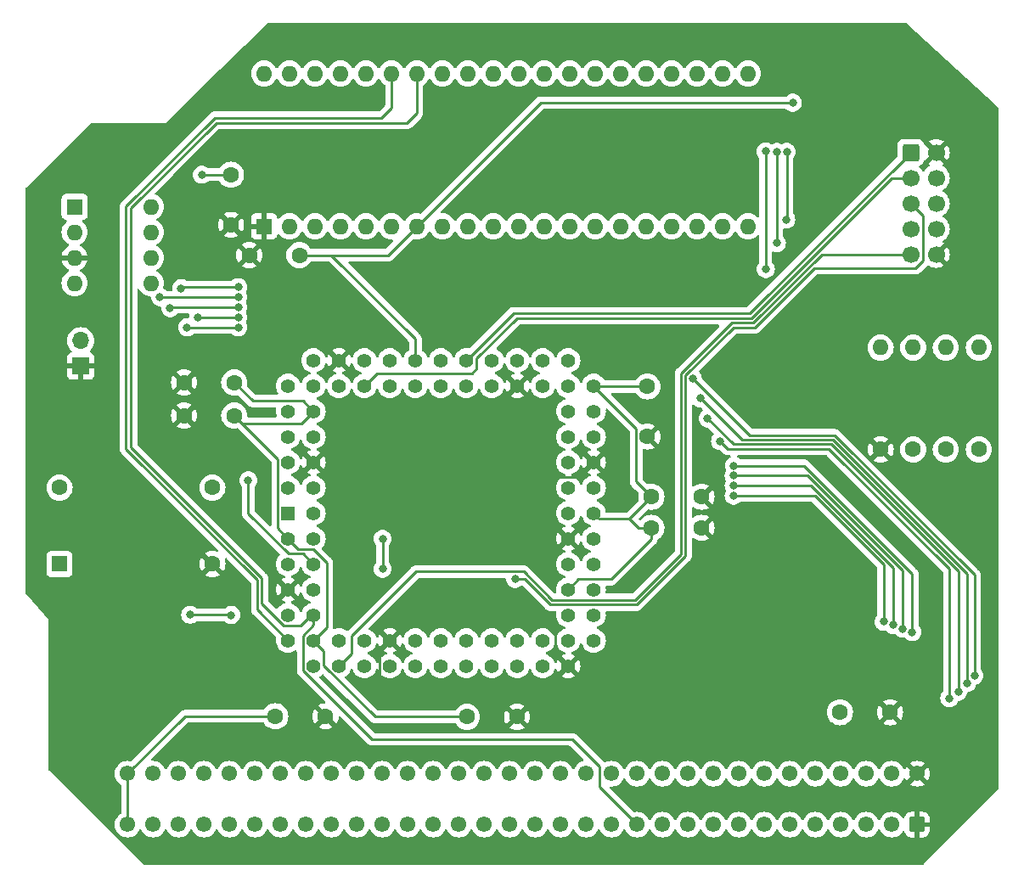
<source format=gbr>
%TF.GenerationSoftware,KiCad,Pcbnew,7.0.5*%
%TF.CreationDate,2024-01-19T11:40:42-07:00*%
%TF.ProjectId,cpu_board,6370755f-626f-4617-9264-2e6b69636164,rev?*%
%TF.SameCoordinates,Original*%
%TF.FileFunction,Copper,L2,Bot*%
%TF.FilePolarity,Positive*%
%FSLAX46Y46*%
G04 Gerber Fmt 4.6, Leading zero omitted, Abs format (unit mm)*
G04 Created by KiCad (PCBNEW 7.0.5) date 2024-01-19 11:40:42*
%MOMM*%
%LPD*%
G01*
G04 APERTURE LIST*
G04 Aperture macros list*
%AMRoundRect*
0 Rectangle with rounded corners*
0 $1 Rounding radius*
0 $2 $3 $4 $5 $6 $7 $8 $9 X,Y pos of 4 corners*
0 Add a 4 corners polygon primitive as box body*
4,1,4,$2,$3,$4,$5,$6,$7,$8,$9,$2,$3,0*
0 Add four circle primitives for the rounded corners*
1,1,$1+$1,$2,$3*
1,1,$1+$1,$4,$5*
1,1,$1+$1,$6,$7*
1,1,$1+$1,$8,$9*
0 Add four rect primitives between the rounded corners*
20,1,$1+$1,$2,$3,$4,$5,0*
20,1,$1+$1,$4,$5,$6,$7,0*
20,1,$1+$1,$6,$7,$8,$9,0*
20,1,$1+$1,$8,$9,$2,$3,0*%
G04 Aperture macros list end*
%TA.AperFunction,ComponentPad*%
%ADD10O,1.600000X1.600000*%
%TD*%
%TA.AperFunction,ComponentPad*%
%ADD11C,1.600000*%
%TD*%
%TA.AperFunction,ComponentPad*%
%ADD12RoundRect,0.250000X-0.600000X-0.600000X0.600000X-0.600000X0.600000X0.600000X-0.600000X0.600000X0*%
%TD*%
%TA.AperFunction,ComponentPad*%
%ADD13C,1.700000*%
%TD*%
%TA.AperFunction,ComponentPad*%
%ADD14R,1.700000X1.700000*%
%TD*%
%TA.AperFunction,ComponentPad*%
%ADD15O,1.700000X1.700000*%
%TD*%
%TA.AperFunction,ComponentPad*%
%ADD16R,1.422400X1.422400*%
%TD*%
%TA.AperFunction,ComponentPad*%
%ADD17C,1.422400*%
%TD*%
%TA.AperFunction,ComponentPad*%
%ADD18R,1.600000X1.600000*%
%TD*%
%TA.AperFunction,ComponentPad*%
%ADD19C,1.550000*%
%TD*%
%TA.AperFunction,ComponentPad*%
%ADD20RoundRect,0.249999X0.525001X0.525001X-0.525001X0.525001X-0.525001X-0.525001X0.525001X-0.525001X0*%
%TD*%
%TA.AperFunction,ViaPad*%
%ADD21C,0.800000*%
%TD*%
%TA.AperFunction,Conductor*%
%ADD22C,0.250000*%
%TD*%
G04 APERTURE END LIST*
D10*
%TO.P,R4,2*%
%TO.N,/JTAG.TCK*%
X153050000Y-112920000D03*
D11*
%TO.P,R4,1*%
%TO.N,VCC*%
X153050000Y-123080000D03*
%TD*%
D10*
%TO.P,R3,2*%
%TO.N,/JTAG.TDO*%
X149750000Y-112920000D03*
D11*
%TO.P,R3,1*%
%TO.N,VCC*%
X149750000Y-123080000D03*
%TD*%
D10*
%TO.P,R2,2*%
%TO.N,/JTAG.TMS*%
X146500000Y-112920000D03*
D11*
%TO.P,R2,1*%
%TO.N,VCC*%
X146500000Y-123080000D03*
%TD*%
D10*
%TO.P,R1,2*%
%TO.N,/JTAG.TDI*%
X143250000Y-112920000D03*
D11*
%TO.P,R1,1*%
%TO.N,GND*%
X143250000Y-123080000D03*
%TD*%
D12*
%TO.P,J3,1,TCK*%
%TO.N,/JTAG.TCK*%
X146250000Y-93460000D03*
D13*
%TO.P,J3,2,GND*%
%TO.N,GND*%
X148790000Y-93460000D03*
%TO.P,J3,3,TDO*%
%TO.N,/JTAG.TDO*%
X146250000Y-96000000D03*
%TO.P,J3,4,VCC*%
%TO.N,VCC*%
X148790000Y-96000000D03*
%TO.P,J3,5,TMS*%
%TO.N,/JTAG.TMS*%
X146250000Y-98540000D03*
%TO.P,J3,6,NC*%
%TO.N,unconnected-(J3-NC-Pad6)*%
X148790000Y-98540000D03*
%TO.P,J3,7,NC*%
%TO.N,unconnected-(J3-NC-Pad7)*%
X146250000Y-101080000D03*
%TO.P,J3,8,NC*%
%TO.N,unconnected-(J3-NC-Pad8)*%
X148790000Y-101080000D03*
%TO.P,J3,9,TDI*%
%TO.N,/JTAG.TDI*%
X146250000Y-103620000D03*
%TO.P,J3,10,GND*%
%TO.N,GND*%
X148790000Y-103620000D03*
%TD*%
D14*
%TO.P,SW1,1,1*%
%TO.N,GND*%
X63500000Y-114775000D03*
D15*
%TO.P,SW1,2,2*%
%TO.N,Net-(U3-~{MR})*%
X63500000Y-112235000D03*
%TD*%
D16*
%TO.P,U1,1,GCLR1*%
%TO.N,unconnected-(U1-GCLR1-Pad1)*%
X84160000Y-129440000D03*
D17*
%TO.P,U1,2,GCLK2*%
%TO.N,unconnected-(U1-GCLK2-Pad2)*%
X86700000Y-129440000D03*
%TO.P,U1,3,VCC^{INT}*%
%TO.N,VCC*%
X84160000Y-131980000D03*
%TO.P,U1,4,CLK*%
%TO.N,CLK^{MMU}*%
X86700000Y-131980000D03*
%TO.P,U1,5,~{RES}*%
%TO.N,~{RES}*%
X84160000Y-134520000D03*
%TO.P,U1,6,R/~{W}*%
%TO.N,R{slash}~{W}*%
X86700000Y-134520000D03*
%TO.P,U1,7,GND*%
%TO.N,GND*%
X84160000Y-137060000D03*
%TO.P,U1,8,IOSEL*%
%TO.N,IOSEL*%
X86700000Y-137060000D03*
%TO.P,U1,9,~{INT}^{mem}*%
%TO.N,~{FIRQ}*%
X84160000Y-139600000D03*
%TO.P,U1,10,E*%
%TO.N,CLK^{E}*%
X86700000Y-139600000D03*
%TO.P,U1,11,Q*%
%TO.N,CLK^{Q}*%
X84160000Y-142140000D03*
%TO.P,U1,12,NC*%
%TO.N,unconnected-(U1-NC-Pad12)*%
X86700000Y-144680000D03*
%TO.P,U1,13,VCC^{IO}*%
%TO.N,VCC*%
X86700000Y-142140000D03*
%TO.P,U1,14,JTAG^{TDI}*%
%TO.N,/JTAG.TDI*%
X89240000Y-144680000D03*
%TO.P,U1,15,NC*%
%TO.N,unconnected-(U1-NC-Pad15)*%
X89240000Y-142140000D03*
%TO.P,U1,16,NC*%
%TO.N,unconnected-(U1-NC-Pad16)*%
X91780000Y-144680000D03*
%TO.P,U1,17,NC*%
%TO.N,unconnected-(U1-NC-Pad17)*%
X91780000Y-142140000D03*
%TO.P,U1,18,NC*%
%TO.N,unconnected-(U1-NC-Pad18)*%
X94320000Y-144680000D03*
%TO.P,U1,19,GND*%
%TO.N,GND*%
X94320000Y-142140000D03*
%TO.P,U1,20,NC*%
%TO.N,unconnected-(U1-NC-Pad20)*%
X96860000Y-144680000D03*
%TO.P,U1,21,NC*%
%TO.N,unconnected-(U1-NC-Pad21)*%
X96860000Y-142140000D03*
%TO.P,U1,22,NC*%
%TO.N,unconnected-(U1-NC-Pad22)*%
X99400000Y-144680000D03*
%TO.P,U1,23,JTAG^{TMS}*%
%TO.N,/JTAG.TMS*%
X99400000Y-142140000D03*
%TO.P,U1,24,A^{OUT}19*%
%TO.N,ADDR^{BUS}19*%
X101940000Y-144680000D03*
%TO.P,U1,25,A^{OUT}18*%
%TO.N,ADDR^{BUS}18*%
X101940000Y-142140000D03*
%TO.P,U1,26,VCC^{IO}*%
%TO.N,VCC*%
X104480000Y-144680000D03*
%TO.P,U1,27,NC*%
%TO.N,unconnected-(U1-NC-Pad27)*%
X104480000Y-142140000D03*
%TO.P,U1,28,A^{OUT}17*%
%TO.N,ADDR^{BUS}17*%
X107020000Y-144680000D03*
%TO.P,U1,29,A^{OUT}16*%
%TO.N,ADDR^{BUS}16*%
X107020000Y-142140000D03*
%TO.P,U1,30,A^{OUT}15*%
%TO.N,ADDR^{BUS}15*%
X109560000Y-144680000D03*
%TO.P,U1,31,A^{OUT}14*%
%TO.N,ADDR^{BUS}14*%
X109560000Y-142140000D03*
%TO.P,U1,32,GND*%
%TO.N,GND*%
X112100000Y-144680000D03*
%TO.P,U1,33,A^{OUT}13*%
%TO.N,ADDR^{BUS}13*%
X114640000Y-142140000D03*
%TO.P,U1,34,A^{OUT}12*%
%TO.N,ADDR^{BUS}12*%
X112100000Y-142140000D03*
%TO.P,U1,35,A^{OUT}11*%
%TO.N,ADDR^{BUS}11*%
X114640000Y-139600000D03*
%TO.P,U1,36,A^{OUT}10*%
%TO.N,ADDR^{BUS}10*%
X112100000Y-139600000D03*
%TO.P,U1,37,A^{OUT}9*%
%TO.N,ADDR^{BUS}9*%
X114640000Y-137060000D03*
%TO.P,U1,38,VCC^{IO}*%
%TO.N,VCC*%
X112100000Y-137060000D03*
%TO.P,U1,39,A^{OUT}8*%
%TO.N,ADDR^{BUS}8*%
X114640000Y-134520000D03*
%TO.P,U1,40,A^{OUT}7*%
%TO.N,ADDR^{BUS}7*%
X112100000Y-134520000D03*
%TO.P,U1,41,A^{OUT}6*%
%TO.N,ADDR^{BUS}6*%
X114640000Y-131980000D03*
%TO.P,U1,42,GND*%
%TO.N,GND*%
X112100000Y-131980000D03*
%TO.P,U1,43,VCC^{INT}*%
%TO.N,VCC*%
X114640000Y-129440000D03*
%TO.P,U1,44,A^{OUT}5*%
%TO.N,ADDR^{BUS}5*%
X112100000Y-129440000D03*
%TO.P,U1,45,A^{OUT}4*%
%TO.N,ADDR^{BUS}4*%
X114640000Y-126900000D03*
%TO.P,U1,46,A^{OUT}3*%
%TO.N,ADDR^{BUS}3*%
X112100000Y-126900000D03*
%TO.P,U1,47,GND*%
%TO.N,GND*%
X114640000Y-124360000D03*
%TO.P,U1,48,A^{OUT}2*%
%TO.N,ADDR^{BUS}1*%
X112100000Y-124360000D03*
%TO.P,U1,49,A^{OUT}1*%
%TO.N,ADDR^{BUS}2*%
X114640000Y-121820000D03*
%TO.P,U1,50,A^{OUT}0*%
%TO.N,ADDR^{BUS}0*%
X112100000Y-121820000D03*
%TO.P,U1,51,D7*%
%TO.N,DATA^{BUS}7*%
X114640000Y-119280000D03*
%TO.P,U1,52,D6*%
%TO.N,DATA^{BUS}6*%
X112100000Y-119280000D03*
%TO.P,U1,53,VCC^{IO}*%
%TO.N,VCC*%
X114640000Y-116740000D03*
%TO.P,U1,54,D5*%
%TO.N,DATA^{BUS}5*%
X112100000Y-114200000D03*
%TO.P,U1,55,D4*%
%TO.N,DATA^{BUS}4*%
X112100000Y-116740000D03*
%TO.P,U1,56,D3*%
%TO.N,DATA^{BUS}3*%
X109560000Y-114200000D03*
%TO.P,U1,57,D2*%
%TO.N,DATA^{BUS}2*%
X109560000Y-116740000D03*
%TO.P,U1,58,D1*%
%TO.N,DATA^{BUS}1*%
X107020000Y-114200000D03*
%TO.P,U1,59,GND*%
%TO.N,GND*%
X107020000Y-116740000D03*
%TO.P,U1,60,D0*%
%TO.N,DATA^{BUS}0*%
X104480000Y-114200000D03*
%TO.P,U1,61,A^{IN}15*%
%TO.N,ADDR^{MPU}15*%
X104480000Y-116740000D03*
%TO.P,U1,62,JTAG^{TCK}*%
%TO.N,/JTAG.TCK*%
X101940000Y-114200000D03*
%TO.P,U1,63,A^{IN}14*%
%TO.N,ADDR^{MPU}14*%
X101940000Y-116740000D03*
%TO.P,U1,64,A^{IN}13*%
%TO.N,ADDR^{MPU}13*%
X99400000Y-114200000D03*
%TO.P,U1,65,A^{IN}12*%
%TO.N,ADDR^{MPU}12*%
X99400000Y-116740000D03*
%TO.P,U1,66,VCC^{IO}*%
%TO.N,VCC*%
X96860000Y-114200000D03*
%TO.P,U1,67,A^{IN}11*%
%TO.N,ADDR^{MPU}11*%
X96860000Y-116740000D03*
%TO.P,U1,68,A^{IN}10*%
%TO.N,ADDR^{MPU}10*%
X94320000Y-114200000D03*
%TO.P,U1,69,A^{IN}9*%
%TO.N,ADDR^{MPU}9*%
X94320000Y-116740000D03*
%TO.P,U1,70,A^{IN}8*%
%TO.N,ADDR^{MPU}8*%
X91780000Y-114200000D03*
%TO.P,U1,71,JTAG^{TDO}*%
%TO.N,/JTAG.TDO*%
X91780000Y-116740000D03*
%TO.P,U1,72,GND*%
%TO.N,GND*%
X89240000Y-114200000D03*
%TO.P,U1,73,A^{IN}7*%
%TO.N,ADDR^{MPU}7*%
X89240000Y-116740000D03*
%TO.P,U1,74,A^{IN}6*%
%TO.N,ADDR^{MPU}6*%
X86700000Y-114200000D03*
%TO.P,U1,75,A^{IN}5*%
%TO.N,ADDR^{MPU}5*%
X84160000Y-116740000D03*
%TO.P,U1,76,A^{IN}4*%
%TO.N,ADDR^{MPU}4*%
X86700000Y-116740000D03*
%TO.P,U1,77,A^{IN}3*%
%TO.N,ADDR^{MPU}3*%
X84160000Y-119280000D03*
%TO.P,U1,78,VCC^{IO}*%
%TO.N,VCC*%
X86700000Y-119280000D03*
%TO.P,U1,79,A^{IN}2*%
%TO.N,ADDR^{MPU}2*%
X84160000Y-121820000D03*
%TO.P,U1,80,A^{IN}1*%
%TO.N,ADDR^{MPU}1*%
X86700000Y-121820000D03*
%TO.P,U1,81,A^{IN}0*%
%TO.N,ADDR^{MPU}0*%
X84160000Y-124360000D03*
%TO.P,U1,82,GND*%
%TO.N,GND*%
X86700000Y-124360000D03*
%TO.P,U1,83,GLCK1*%
%TO.N,unconnected-(U1-GLCK1-Pad83)*%
X84160000Y-126900000D03*
%TO.P,U1,84,GOE1*%
%TO.N,unconnected-(U1-GOE1-Pad84)*%
X86700000Y-126900000D03*
%TD*%
D11*
%TO.P,C6,2*%
%TO.N,GND*%
X107000000Y-149750000D03*
%TO.P,C6,1*%
%TO.N,VCC*%
X102000000Y-149750000D03*
%TD*%
%TO.P,C5,1*%
%TO.N,VCC*%
X78800000Y-119700000D03*
%TO.P,C5,2*%
%TO.N,GND*%
X73800000Y-119700000D03*
%TD*%
D18*
%TO.P,U3,1,~{MR}*%
%TO.N,Net-(U3-~{MR})*%
X62880000Y-98880000D03*
D10*
%TO.P,U3,2,VCC*%
%TO.N,VCC*%
X62880000Y-101420000D03*
%TO.P,U3,3,GND*%
%TO.N,GND*%
X62880000Y-103960000D03*
%TO.P,U3,4,PFI*%
%TO.N,VCC*%
X62880000Y-106500000D03*
%TO.P,U3,5,~{PFO}*%
%TO.N,~{FIRQ}*%
X70500000Y-106500000D03*
%TO.P,U3,6,WDI*%
%TO.N,unconnected-(U3-WDI-Pad6)*%
X70500000Y-103960000D03*
%TO.P,U3,7,~{RES}*%
%TO.N,~{RES}*%
X70500000Y-101420000D03*
%TO.P,U3,8,~{WDO}*%
%TO.N,unconnected-(U3-~{WDO}-Pad8)*%
X70500000Y-98880000D03*
%TD*%
D11*
%TO.P,C10,1*%
%TO.N,GND*%
X78475000Y-100685000D03*
%TO.P,C10,2*%
%TO.N,VCC*%
X78475000Y-95685000D03*
%TD*%
D19*
%TO.P,J1,1,GND*%
%TO.N,GND*%
X146898254Y-155425903D03*
%TO.P,J1,2,A0*%
%TO.N,ADDR^{BUS}0*%
X144358254Y-155425903D03*
%TO.P,J1,3,A1*%
%TO.N,ADDR^{BUS}1*%
X141818254Y-155425903D03*
%TO.P,J1,4,A2*%
%TO.N,ADDR^{BUS}2*%
X139278254Y-155425903D03*
%TO.P,J1,5,A3*%
%TO.N,ADDR^{BUS}3*%
X136738254Y-155425903D03*
%TO.P,J1,6,A4*%
%TO.N,ADDR^{BUS}4*%
X134198254Y-155425903D03*
%TO.P,J1,7,A5*%
%TO.N,ADDR^{BUS}5*%
X131658254Y-155425903D03*
%TO.P,J1,8,A6*%
%TO.N,ADDR^{BUS}6*%
X129118254Y-155425903D03*
%TO.P,J1,9,A7*%
%TO.N,ADDR^{BUS}7*%
X126578254Y-155425903D03*
%TO.P,J1,10,A8*%
%TO.N,ADDR^{BUS}8*%
X124038254Y-155425903D03*
%TO.P,J1,11,A9*%
%TO.N,ADDR^{BUS}9*%
X121498254Y-155425903D03*
%TO.P,J1,12,A10*%
%TO.N,ADDR^{BUS}10*%
X118958254Y-155425903D03*
%TO.P,J1,13,A11*%
%TO.N,ADDR^{BUS}11*%
X116418254Y-155425903D03*
%TO.P,J1,14,A12*%
%TO.N,ADDR^{BUS}12*%
X113878254Y-155425903D03*
%TO.P,J1,15,A13*%
%TO.N,ADDR^{BUS}13*%
X111338254Y-155425903D03*
%TO.P,J1,16,A14*%
%TO.N,ADDR^{BUS}14*%
X108798254Y-155425903D03*
%TO.P,J1,17,A15*%
%TO.N,ADDR^{BUS}15*%
X106258254Y-155425903D03*
%TO.P,J1,18,A16*%
%TO.N,ADDR^{BUS}16*%
X103718254Y-155425903D03*
%TO.P,J1,19,A17*%
%TO.N,ADDR^{BUS}17*%
X101178254Y-155425903D03*
%TO.P,J1,20,A18*%
%TO.N,ADDR^{BUS}18*%
X98638254Y-155425903D03*
%TO.P,J1,21,A19*%
%TO.N,ADDR^{BUS}19*%
X96098254Y-155425903D03*
%TO.P,J1,22*%
%TO.N,unconnected-(J1-Pad22)*%
X93558254Y-155425903D03*
%TO.P,J1,23*%
%TO.N,unconnected-(J1-Pad23)*%
X91018254Y-155425903D03*
%TO.P,J1,24*%
%TO.N,unconnected-(J1-Pad24)*%
X88478254Y-155425903D03*
%TO.P,J1,25*%
%TO.N,unconnected-(J1-Pad25)*%
X85938254Y-155425903D03*
%TO.P,J1,26*%
%TO.N,unconnected-(J1-Pad26)*%
X83398254Y-155425903D03*
%TO.P,J1,27*%
%TO.N,unconnected-(J1-Pad27)*%
X80858254Y-155425903D03*
%TO.P,J1,28*%
%TO.N,unconnected-(J1-Pad28)*%
X78318254Y-155425903D03*
%TO.P,J1,29*%
%TO.N,unconnected-(J1-Pad29)*%
X75778254Y-155425903D03*
%TO.P,J1,30*%
%TO.N,unconnected-(J1-Pad30)*%
X73238254Y-155425903D03*
%TO.P,J1,31*%
%TO.N,unconnected-(J1-Pad31)*%
X70698254Y-155425903D03*
%TO.P,J1,32,VCC*%
%TO.N,VCC*%
X68158254Y-155425903D03*
%TO.P,J1,33,VCC*%
X68158254Y-160505903D03*
%TO.P,J1,34*%
%TO.N,unconnected-(J1-Pad34)*%
X70698254Y-160505903D03*
%TO.P,J1,35*%
%TO.N,unconnected-(J1-Pad35)*%
X73238254Y-160505903D03*
%TO.P,J1,36,i^{2}C^{SDA}*%
%TO.N,unconnected-(J1-i^{2}C^{SDA}-Pad36)*%
X75778254Y-160505903D03*
%TO.P,J1,37,i^{2}C^{SCL}*%
%TO.N,unconnected-(J1-i^{2}C^{SCL}-Pad37)*%
X78318254Y-160505903D03*
%TO.P,J1,38,SPI^{~{CS}A2}*%
%TO.N,unconnected-(J1-SPI^{~{CS}A2}-Pad38)*%
X80858254Y-160505903D03*
%TO.P,J1,39,SPI^{~{CS}A1}*%
%TO.N,unconnected-(J1-SPI^{~{CS}A1}-Pad39)*%
X83398254Y-160505903D03*
%TO.P,J1,40,SPI^{~{CS}A0}*%
%TO.N,unconnected-(J1-SPI^{~{CS}A0}-Pad40)*%
X85938254Y-160505903D03*
%TO.P,J1,41,SPI^{CLK}*%
%TO.N,unconnected-(J1-SPI^{CLK}-Pad41)*%
X88478254Y-160505903D03*
%TO.P,J1,42,SPI^{MISO}*%
%TO.N,unconnected-(J1-SPI^{MISO}-Pad42)*%
X91018254Y-160505903D03*
%TO.P,J1,43,SPI^{MOSI}*%
%TO.N,unconnected-(J1-SPI^{MOSI}-Pad43)*%
X93558254Y-160505903D03*
%TO.P,J1,44,CON^{TX}*%
%TO.N,unconnected-(J1-CON^{TX}-Pad44)*%
X96098254Y-160505903D03*
%TO.P,J1,45,CON^{RX}*%
%TO.N,unconnected-(J1-CON^{RX}-Pad45)*%
X98638254Y-160505903D03*
%TO.P,J1,46,B^{STAT}*%
%TO.N,B^{STAT}*%
X101178254Y-160505903D03*
%TO.P,J1,47,B^{AVAIL}*%
%TO.N,B^{AVAIL}*%
X103718254Y-160505903D03*
%TO.P,J1,48,~{NMI}*%
%TO.N,~{NMI}*%
X106258254Y-160505903D03*
%TO.P,J1,49,~{FIRQ}*%
%TO.N,~{FIRQ}*%
X108798254Y-160505903D03*
%TO.P,J1,50,~{IRQ}*%
%TO.N,~{IRQ}*%
X111338254Y-160505903D03*
%TO.P,J1,51,~{RESET}*%
%TO.N,~{RES}*%
X113878254Y-160505903D03*
%TO.P,J1,52,~{HALT}*%
%TO.N,~{HALT}*%
X116418254Y-160505903D03*
%TO.P,J1,53,CLK^{MCU}*%
%TO.N,CLK^{E}*%
X118958254Y-160505903D03*
%TO.P,J1,54,R/~{W}*%
%TO.N,R{slash}~{W}*%
X121498254Y-160505903D03*
%TO.P,J1,55,IOSEL*%
%TO.N,IOSEL*%
X124038254Y-160505903D03*
%TO.P,J1,56,D7*%
%TO.N,DATA^{BUS}7*%
X126578254Y-160505903D03*
%TO.P,J1,57,D6*%
%TO.N,DATA^{BUS}6*%
X129118254Y-160505903D03*
%TO.P,J1,58,D5*%
%TO.N,DATA^{BUS}5*%
X131658254Y-160505903D03*
%TO.P,J1,59,D4*%
%TO.N,DATA^{BUS}4*%
X134198254Y-160505903D03*
%TO.P,J1,60,D3*%
%TO.N,DATA^{BUS}3*%
X136738254Y-160505903D03*
%TO.P,J1,61,D2*%
%TO.N,DATA^{BUS}2*%
X139278254Y-160505903D03*
%TO.P,J1,62,D1*%
%TO.N,DATA^{BUS}1*%
X141818254Y-160505903D03*
%TO.P,J1,63,D0*%
%TO.N,DATA^{BUS}0*%
X144358254Y-160505903D03*
D20*
%TO.P,J1,64,GND*%
%TO.N,GND*%
X146898254Y-160505903D03*
%TD*%
D11*
%TO.P,C3,1*%
%TO.N,VCC*%
X85300000Y-103700000D03*
%TO.P,C3,2*%
%TO.N,GND*%
X80300000Y-103700000D03*
%TD*%
%TO.P,C2,1*%
%TO.N,VCC*%
X78800000Y-116400000D03*
%TO.P,C2,2*%
%TO.N,GND*%
X73800000Y-116400000D03*
%TD*%
%TO.P,C7,1*%
%TO.N,VCC*%
X82900000Y-149700000D03*
%TO.P,C7,2*%
%TO.N,GND*%
X87900000Y-149700000D03*
%TD*%
D18*
%TO.P,U2,1,GND*%
%TO.N,GND*%
X81775000Y-100825000D03*
D10*
%TO.P,U2,2,~{NMI}*%
%TO.N,~{NMI}*%
X84315000Y-100825000D03*
%TO.P,U2,3,~{IRQ}*%
%TO.N,~{IRQ}*%
X86855000Y-100825000D03*
%TO.P,U2,4,~{FIRQ}*%
%TO.N,~{FIRQ}*%
X89395000Y-100825000D03*
%TO.P,U2,5,B^{STAT}*%
%TO.N,B^{STAT}*%
X91935000Y-100825000D03*
%TO.P,U2,6,B^{AVAIL}*%
%TO.N,B^{AVAIL}*%
X94475000Y-100825000D03*
%TO.P,U2,7,VCC*%
%TO.N,VCC*%
X97015000Y-100825000D03*
%TO.P,U2,8,A0*%
%TO.N,ADDR^{MPU}0*%
X99555000Y-100825000D03*
%TO.P,U2,9,A1*%
%TO.N,ADDR^{MPU}1*%
X102095000Y-100825000D03*
%TO.P,U2,10,A2*%
%TO.N,ADDR^{MPU}2*%
X104635000Y-100825000D03*
%TO.P,U2,11,A3*%
%TO.N,ADDR^{MPU}3*%
X107175000Y-100825000D03*
%TO.P,U2,12,A4*%
%TO.N,ADDR^{MPU}4*%
X109715000Y-100825000D03*
%TO.P,U2,13,A5*%
%TO.N,ADDR^{MPU}5*%
X112255000Y-100825000D03*
%TO.P,U2,14,A6*%
%TO.N,ADDR^{MPU}6*%
X114795000Y-100825000D03*
%TO.P,U2,15,A7*%
%TO.N,ADDR^{MPU}7*%
X117335000Y-100825000D03*
%TO.P,U2,16,A8*%
%TO.N,ADDR^{MPU}8*%
X119875000Y-100825000D03*
%TO.P,U2,17,A9*%
%TO.N,ADDR^{MPU}9*%
X122415000Y-100825000D03*
%TO.P,U2,18,A10*%
%TO.N,ADDR^{MPU}10*%
X124955000Y-100825000D03*
%TO.P,U2,19,A11*%
%TO.N,ADDR^{MPU}11*%
X127495000Y-100825000D03*
%TO.P,U2,20,A12*%
%TO.N,ADDR^{MPU}12*%
X130035000Y-100825000D03*
%TO.P,U2,21,A13*%
%TO.N,ADDR^{MPU}13*%
X130035000Y-85585000D03*
%TO.P,U2,22,A14*%
%TO.N,ADDR^{MPU}14*%
X127495000Y-85585000D03*
%TO.P,U2,23,A15*%
%TO.N,ADDR^{MPU}15*%
X124955000Y-85585000D03*
%TO.P,U2,24,D7*%
%TO.N,DATA^{MPU}7*%
X122415000Y-85585000D03*
%TO.P,U2,25,D6*%
%TO.N,DATA^{MPU}6*%
X119875000Y-85585000D03*
%TO.P,U2,26,D5*%
%TO.N,DATA^{MPU}5*%
X117335000Y-85585000D03*
%TO.P,U2,27,D4*%
%TO.N,DATA^{MPU}4*%
X114795000Y-85585000D03*
%TO.P,U2,28,D3*%
%TO.N,DATA^{MPU}3*%
X112255000Y-85585000D03*
%TO.P,U2,29,D2*%
%TO.N,DATA^{MPU}2*%
X109715000Y-85585000D03*
%TO.P,U2,30,D1*%
%TO.N,DATA^{MPU}1*%
X107175000Y-85585000D03*
%TO.P,U2,31,D0*%
%TO.N,DATA^{MPU}0*%
X104635000Y-85585000D03*
%TO.P,U2,32,R/~{W}*%
%TO.N,R{slash}~{W}*%
X102095000Y-85585000D03*
%TO.P,U2,33,BUSY*%
%TO.N,unconnected-(U2-BUSY-Pad33)*%
X99555000Y-85585000D03*
%TO.P,U2,34,E*%
%TO.N,CLK^{E}*%
X97015000Y-85585000D03*
%TO.P,U2,35,Q*%
%TO.N,CLK^{Q}*%
X94475000Y-85585000D03*
%TO.P,U2,36,AVMA*%
%TO.N,unconnected-(U2-AVMA-Pad36)*%
X91935000Y-85585000D03*
%TO.P,U2,37,~{RESET}*%
%TO.N,~{RES}*%
X89395000Y-85585000D03*
%TO.P,U2,38,LIC*%
%TO.N,unconnected-(U2-LIC-Pad38)*%
X86855000Y-85585000D03*
%TO.P,U2,39,TSC*%
%TO.N,unconnected-(U2-TSC-Pad39)*%
X84315000Y-85585000D03*
%TO.P,U2,40,~{HALT}*%
%TO.N,~{HALT}*%
X81775000Y-85585000D03*
%TD*%
D11*
%TO.P,C11,1*%
%TO.N,GND*%
X144200000Y-149300000D03*
%TO.P,C11,2*%
%TO.N,VCC*%
X139200000Y-149300000D03*
%TD*%
D18*
%TO.P,X2,1,EN*%
%TO.N,unconnected-(X2-EN-Pad1)*%
X61380000Y-134510000D03*
D11*
%TO.P,X2,7,GND*%
%TO.N,GND*%
X76620000Y-134510000D03*
%TO.P,X2,8,OUT*%
%TO.N,CLK^{MMU}*%
X76620000Y-126890000D03*
%TO.P,X2,14,Vcc*%
%TO.N,VCC*%
X61380000Y-126890000D03*
%TD*%
%TO.P,C9,1*%
%TO.N,VCC*%
X120400000Y-127800000D03*
%TO.P,C9,2*%
%TO.N,GND*%
X125400000Y-127800000D03*
%TD*%
%TO.P,C4,1*%
%TO.N,VCC*%
X120000000Y-116800000D03*
%TO.P,C4,2*%
%TO.N,GND*%
X120000000Y-121800000D03*
%TD*%
%TO.P,C8,1*%
%TO.N,VCC*%
X120400000Y-130900000D03*
%TO.P,C8,2*%
%TO.N,GND*%
X125400000Y-130900000D03*
%TD*%
D21*
%TO.N,VCC*%
X75575500Y-95685000D03*
X134500000Y-88500000D03*
%TO.N,GND*%
X149098754Y-137495062D03*
X108200000Y-139600000D03*
X109900000Y-125500000D03*
X82000000Y-126000000D03*
X107000000Y-119500000D03*
X94000000Y-146500000D03*
%TO.N,R{slash}~{W}*%
X80200000Y-126165500D03*
%TO.N,~{FIRQ}*%
X74419503Y-139580497D03*
X79200000Y-108900497D03*
X78500000Y-139600000D03*
X72400000Y-108999503D03*
%TO.N,~{NMI}*%
X73500000Y-107000000D03*
X79200000Y-106900000D03*
%TO.N,~{IRQ}*%
X71400000Y-107900000D03*
X79200000Y-107900994D03*
%TO.N,B^{STAT}*%
X75200000Y-109900000D03*
X79200000Y-109900000D03*
%TO.N,B^{AVAIL}*%
X79200000Y-110899503D03*
X74100000Y-110899503D03*
%TO.N,~{HALT}*%
X93600000Y-132000000D03*
X93600000Y-135000000D03*
%TO.N,DATA^{BUS}0*%
X127237701Y-122262299D03*
X150100000Y-147900000D03*
%TO.N,DATA^{BUS}1*%
X126000000Y-120000000D03*
X151001996Y-147264001D03*
%TO.N,DATA^{BUS}2*%
X125300000Y-118000000D03*
X151875500Y-146400000D03*
%TO.N,DATA^{BUS}3*%
X152600000Y-145637918D03*
X124524500Y-116000000D03*
%TO.N,DATA^{BUS}4*%
X146400000Y-141300000D03*
X128625500Y-124700000D03*
%TO.N,DATA^{BUS}5*%
X128600000Y-125700000D03*
X145435863Y-140950949D03*
%TO.N,DATA^{BUS}6*%
X144500000Y-140600000D03*
X128600000Y-126699503D03*
%TO.N,DATA^{BUS}7*%
X143559914Y-140260524D03*
X128600000Y-127699006D03*
%TO.N,/JTAG.TMS*%
X106800000Y-135999500D03*
%TO.N,ADDR^{MPU}15*%
X131800000Y-105100000D03*
X131800000Y-93363059D03*
%TO.N,ADDR^{MPU}14*%
X132900000Y-102500000D03*
X132900000Y-93400000D03*
%TO.N,ADDR^{MPU}13*%
X133900000Y-93400000D03*
X133837701Y-100162299D03*
%TD*%
D22*
%TO.N,VCC*%
X92844591Y-149750000D02*
X102000000Y-149750000D01*
X87736200Y-144641609D02*
X92844591Y-149750000D01*
X86700000Y-142140000D02*
X87736200Y-143176200D01*
X87736200Y-143176200D02*
X87736200Y-144641609D01*
%TO.N,GND*%
X107000000Y-149750000D02*
X103750000Y-146500000D01*
X103750000Y-146500000D02*
X94000000Y-146500000D01*
%TO.N,/JTAG.TMS*%
X147500000Y-99790000D02*
X146250000Y-98540000D01*
X147500000Y-104250000D02*
X147500000Y-99790000D01*
X146750000Y-105000000D02*
X147500000Y-104250000D01*
X136619188Y-105000000D02*
X146750000Y-105000000D01*
X128599195Y-110900000D02*
X130719188Y-110900000D01*
X123799500Y-115699695D02*
X128599195Y-110900000D01*
X123799500Y-133700500D02*
X123799500Y-115699695D01*
X130719188Y-110900000D02*
X136619188Y-105000000D01*
X110313800Y-138563800D02*
X118936200Y-138563800D01*
X107749500Y-135999500D02*
X110313800Y-138563800D01*
X118936200Y-138563800D02*
X123799500Y-133700500D01*
X106800000Y-135999500D02*
X107749500Y-135999500D01*
%TO.N,/JTAG.TDI*%
X137362792Y-103620000D02*
X146250000Y-103620000D01*
X123349500Y-115513299D02*
X128412799Y-110450000D01*
X123349500Y-133514104D02*
X123349500Y-115513299D01*
X118767404Y-138096200D02*
X123349500Y-133514104D01*
X107661396Y-135275000D02*
X110500196Y-138113800D01*
X96925000Y-135275000D02*
X107661396Y-135275000D01*
X114096200Y-138096200D02*
X118767404Y-138096200D01*
X90500000Y-143420000D02*
X90500000Y-141700000D01*
X90500000Y-141700000D02*
X96925000Y-135275000D01*
X114078600Y-138113800D02*
X114096200Y-138096200D01*
X130532792Y-110450000D02*
X137362792Y-103620000D01*
X89240000Y-144680000D02*
X90500000Y-143420000D01*
X128412799Y-110450000D02*
X130532792Y-110450000D01*
X110500196Y-138113800D02*
X114078600Y-138113800D01*
%TO.N,/JTAG.TDO*%
X102976200Y-114023800D02*
X107000000Y-110000000D01*
X107000000Y-110000000D02*
X130346396Y-110000000D01*
X102976200Y-115023800D02*
X102976200Y-114023800D01*
X102500000Y-115500000D02*
X102976200Y-115023800D01*
X93020000Y-115500000D02*
X102500000Y-115500000D01*
X130346396Y-110000000D02*
X144346396Y-96000000D01*
X144346396Y-96000000D02*
X146250000Y-96000000D01*
X91780000Y-116740000D02*
X93020000Y-115500000D01*
%TO.N,/JTAG.TCK*%
X130210000Y-109500000D02*
X146250000Y-93460000D01*
X101940000Y-114200000D02*
X106640000Y-109500000D01*
X106640000Y-109500000D02*
X130210000Y-109500000D01*
%TO.N,VCC*%
X119100000Y-130900000D02*
X118200000Y-130000000D01*
X118875000Y-126275000D02*
X118875000Y-120975000D01*
X75575500Y-95685000D02*
X78475000Y-95685000D01*
X85663800Y-118243800D02*
X86700000Y-119280000D01*
X82900000Y-149700000D02*
X73884157Y-149700000D01*
X79599999Y-120499999D02*
X85480001Y-120499999D01*
X85196200Y-133016200D02*
X86661609Y-133016200D01*
X88000000Y-134354591D02*
X88000000Y-140840000D01*
X88100000Y-103700000D02*
X94140000Y-103700000D01*
X80643800Y-118243800D02*
X85663800Y-118243800D01*
X84160000Y-131980000D02*
X83123800Y-130943800D01*
X118200000Y-130000000D02*
X115200000Y-130000000D01*
X120000000Y-116800000D02*
X114700000Y-116800000D01*
X115200000Y-130000000D02*
X114640000Y-129440000D01*
X120400000Y-132000000D02*
X120400000Y-130900000D01*
X83123800Y-124023800D02*
X78800000Y-119700000D01*
X120400000Y-127800000D02*
X118200000Y-130000000D01*
X88000000Y-140840000D02*
X86700000Y-142140000D01*
X73884157Y-149700000D02*
X68158254Y-155425903D01*
X114700000Y-116800000D02*
X114640000Y-116740000D01*
X96860000Y-112060000D02*
X96860000Y-114200000D01*
X112100000Y-137060000D02*
X113136200Y-136023800D01*
X120400000Y-127800000D02*
X118875000Y-126275000D01*
X85480001Y-120499999D02*
X86700000Y-119280000D01*
X68158254Y-155425903D02*
X68158254Y-160505903D01*
X134500000Y-88500000D02*
X109340000Y-88500000D01*
X85300000Y-103700000D02*
X88100000Y-103700000D01*
X83123800Y-130943800D02*
X83123800Y-124023800D01*
X88100000Y-103700000D02*
X88500000Y-103700000D01*
X88500000Y-103700000D02*
X96860000Y-112060000D01*
X120400000Y-130900000D02*
X119100000Y-130900000D01*
X78800000Y-116400000D02*
X80643800Y-118243800D01*
X94140000Y-103700000D02*
X97015000Y-100825000D01*
X78800000Y-119700000D02*
X79599999Y-120499999D01*
X86661609Y-133016200D02*
X88000000Y-134354591D01*
X113136200Y-136023800D02*
X116376200Y-136023800D01*
X116376200Y-136023800D02*
X120400000Y-132000000D01*
X84160000Y-131980000D02*
X85196200Y-133016200D01*
X109340000Y-88500000D02*
X97015000Y-100825000D01*
X118875000Y-120975000D02*
X114640000Y-116740000D01*
%TO.N,GND*%
X93283800Y-145783800D02*
X94000000Y-146500000D01*
X110800000Y-143380000D02*
X112100000Y-144680000D01*
X110800000Y-141600000D02*
X110800000Y-143380000D01*
X110263800Y-125863800D02*
X113136200Y-125863800D01*
X109900000Y-125500000D02*
X107000000Y-122600000D01*
X93283800Y-143176200D02*
X93283800Y-145783800D01*
X94320000Y-142140000D02*
X93283800Y-143176200D01*
X107000000Y-122600000D02*
X107000000Y-119500000D01*
X108200000Y-139600000D02*
X108800000Y-139600000D01*
X109900000Y-125500000D02*
X110263800Y-125863800D01*
X113136200Y-125863800D02*
X114640000Y-124360000D01*
X96860000Y-139600000D02*
X94320000Y-142140000D01*
X108800000Y-139600000D02*
X110800000Y-141600000D01*
X108200000Y-139600000D02*
X96860000Y-139600000D01*
%TO.N,R{slash}~{W}*%
X80200000Y-126165500D02*
X80200000Y-129485409D01*
X85663800Y-133483800D02*
X86700000Y-134520000D01*
X84198391Y-133483800D02*
X85663800Y-133483800D01*
X80200000Y-129485409D02*
X84198391Y-133483800D01*
%TO.N,~{FIRQ}*%
X78480497Y-139580497D02*
X78500000Y-139600000D01*
X72400000Y-108999503D02*
X72499006Y-108900497D01*
X72499006Y-108900497D02*
X79200000Y-108900497D01*
X74419503Y-139580497D02*
X78480497Y-139580497D01*
%TO.N,CLK^{E}*%
X85450000Y-140650000D02*
X83744591Y-140650000D01*
X85663800Y-145109209D02*
X92554591Y-152000000D01*
X86700000Y-140600000D02*
X85663800Y-141636200D01*
X68500000Y-99000000D02*
X77000000Y-90500000D01*
X112500000Y-152000000D02*
X115192955Y-154692955D01*
X97015000Y-89485000D02*
X97015000Y-85585000D01*
X115192955Y-156740604D02*
X118958254Y-160505903D01*
X86300000Y-139800000D02*
X85450000Y-140650000D01*
X81550000Y-138455409D02*
X81550000Y-135915409D01*
X115192955Y-154692955D02*
X115192955Y-156740604D01*
X86700000Y-139600000D02*
X86500000Y-139800000D01*
X85663800Y-141636200D02*
X85663800Y-145109209D01*
X86500000Y-139800000D02*
X86300000Y-139800000D01*
X81550000Y-135915409D02*
X68500000Y-122865409D01*
X92554591Y-152000000D02*
X112500000Y-152000000D01*
X96000000Y-90500000D02*
X97015000Y-89485000D01*
X68500000Y-122865409D02*
X68500000Y-99000000D01*
X86700000Y-139600000D02*
X86700000Y-140600000D01*
X83744591Y-140650000D02*
X81550000Y-138455409D01*
X77000000Y-90500000D02*
X96000000Y-90500000D01*
%TO.N,CLK^{Q}*%
X68000000Y-123001805D02*
X68000000Y-98863604D01*
X84160000Y-142140000D02*
X81100000Y-139080000D01*
X68000000Y-98863604D02*
X76863604Y-90000000D01*
X81100000Y-139080000D02*
X81100000Y-136101805D01*
X81100000Y-136101805D02*
X68000000Y-123001805D01*
X76863604Y-90000000D02*
X93500000Y-90000000D01*
X93500000Y-90000000D02*
X94475000Y-89025000D01*
X94475000Y-89025000D02*
X94475000Y-85585000D01*
%TO.N,~{NMI}*%
X79200000Y-106900000D02*
X73600000Y-106900000D01*
X73600000Y-106900000D02*
X73500000Y-107000000D01*
%TO.N,~{IRQ}*%
X71400994Y-107900994D02*
X79200000Y-107900994D01*
X71400000Y-107900000D02*
X71400994Y-107900994D01*
%TO.N,B^{STAT}*%
X79200000Y-109900000D02*
X75200000Y-109900000D01*
%TO.N,B^{AVAIL}*%
X74100000Y-110899503D02*
X79200000Y-110899503D01*
%TO.N,~{HALT}*%
X93600000Y-132000000D02*
X93600000Y-135000000D01*
%TO.N,DATA^{BUS}0*%
X128000402Y-123025000D02*
X127237701Y-122262299D01*
X150100000Y-147900000D02*
X150100000Y-135009188D01*
X138115812Y-123025000D02*
X128000402Y-123025000D01*
X150100000Y-135009188D02*
X138115812Y-123025000D01*
%TO.N,DATA^{BUS}1*%
X128575000Y-122575000D02*
X126000000Y-120000000D01*
X151000000Y-135272792D02*
X138302208Y-122575000D01*
X138302208Y-122575000D02*
X128575000Y-122575000D01*
X151001996Y-146709952D02*
X151000000Y-146707956D01*
X151000000Y-146707956D02*
X151000000Y-135272792D01*
X151001996Y-147264001D02*
X151001996Y-146709952D01*
%TO.N,DATA^{BUS}2*%
X151875500Y-135511896D02*
X138488604Y-122125000D01*
X138488604Y-122125000D02*
X129425000Y-122125000D01*
X129425000Y-122125000D02*
X125300000Y-118000000D01*
X151875500Y-146400000D02*
X151875500Y-135511896D01*
%TO.N,DATA^{BUS}3*%
X138675000Y-121675000D02*
X130199500Y-121675000D01*
X152600000Y-145637918D02*
X152600000Y-135600000D01*
X130199500Y-121675000D02*
X124524500Y-116000000D01*
X152600000Y-135600000D02*
X138675000Y-121675000D01*
%TO.N,DATA^{BUS}4*%
X146400000Y-135490812D02*
X146400000Y-141300000D01*
X135609188Y-124700000D02*
X146400000Y-135490812D01*
X128625500Y-124700000D02*
X135609188Y-124700000D01*
%TO.N,DATA^{BUS}5*%
X145435863Y-135163071D02*
X145435863Y-140950949D01*
X135972792Y-125700000D02*
X145435863Y-135163071D01*
X128600000Y-125700000D02*
X135972792Y-125700000D01*
%TO.N,DATA^{BUS}6*%
X136335899Y-126699503D02*
X144500000Y-134863604D01*
X128600000Y-126699503D02*
X136335899Y-126699503D01*
X144500000Y-134863604D02*
X144500000Y-140600000D01*
%TO.N,DATA^{BUS}7*%
X143559914Y-134559914D02*
X143559914Y-140260524D01*
X128600000Y-127699006D02*
X136699006Y-127699006D01*
X136699006Y-127699006D02*
X143559914Y-134559914D01*
%TO.N,ADDR^{MPU}15*%
X131800000Y-105100000D02*
X131800000Y-93363059D01*
%TO.N,ADDR^{MPU}14*%
X132900000Y-102500000D02*
X132900000Y-93400000D01*
%TO.N,ADDR^{MPU}13*%
X133900000Y-93400000D02*
X133900000Y-100100000D01*
X133900000Y-100100000D02*
X133837701Y-100162299D01*
%TD*%
%TA.AperFunction,Conductor*%
%TO.N,GND*%
G36*
X110878812Y-142447054D02*
G01*
X110932690Y-142491539D01*
X110949775Y-142528949D01*
X110957023Y-142556001D01*
X110957025Y-142556005D01*
X110957026Y-142556009D01*
X111030254Y-142713047D01*
X111046629Y-142748164D01*
X111046631Y-142748168D01*
X111168235Y-142921836D01*
X111168240Y-142921842D01*
X111318157Y-143071759D01*
X111318163Y-143071764D01*
X111491831Y-143193368D01*
X111491833Y-143193369D01*
X111491836Y-143193371D01*
X111683991Y-143282974D01*
X111683997Y-143282975D01*
X111683998Y-143282976D01*
X111712014Y-143290483D01*
X111771675Y-143326848D01*
X111802204Y-143389695D01*
X111793909Y-143459070D01*
X111749424Y-143512948D01*
X111712014Y-143530033D01*
X111684170Y-143537493D01*
X111684161Y-143537497D01*
X111492084Y-143627064D01*
X111438286Y-143664732D01*
X112055600Y-144282046D01*
X111974852Y-144294835D01*
X111861955Y-144352359D01*
X111772359Y-144441955D01*
X111714835Y-144554852D01*
X111702046Y-144635600D01*
X111084732Y-144018286D01*
X111047064Y-144072084D01*
X110957497Y-144264161D01*
X110957493Y-144264170D01*
X110950033Y-144292014D01*
X110913668Y-144351675D01*
X110850821Y-144382204D01*
X110781445Y-144373909D01*
X110727568Y-144329424D01*
X110710483Y-144292014D01*
X110702976Y-144263998D01*
X110702975Y-144263996D01*
X110702974Y-144263991D01*
X110613371Y-144071836D01*
X110613369Y-144071833D01*
X110613368Y-144071831D01*
X110491764Y-143898163D01*
X110491759Y-143898157D01*
X110341842Y-143748240D01*
X110341836Y-143748235D01*
X110168168Y-143626631D01*
X110168164Y-143626629D01*
X109976009Y-143537026D01*
X109976005Y-143537025D01*
X109976001Y-143537023D01*
X109948949Y-143529775D01*
X109889288Y-143493410D01*
X109858759Y-143430563D01*
X109867054Y-143361188D01*
X109911539Y-143307310D01*
X109948949Y-143290225D01*
X109970702Y-143284396D01*
X109976009Y-143282974D01*
X110168164Y-143193371D01*
X110341841Y-143071761D01*
X110491761Y-142921841D01*
X110613371Y-142748164D01*
X110702974Y-142556009D01*
X110710224Y-142528949D01*
X110746590Y-142469288D01*
X110809437Y-142438759D01*
X110878812Y-142447054D01*
G37*
%TD.AperFunction*%
%TA.AperFunction,Conductor*%
G36*
X95335265Y-142801711D02*
G01*
X95372938Y-142747911D01*
X95462502Y-142555838D01*
X95462505Y-142555830D01*
X95469965Y-142527989D01*
X95506328Y-142468327D01*
X95569174Y-142437796D01*
X95638549Y-142446088D01*
X95692429Y-142490571D01*
X95709515Y-142527982D01*
X95717022Y-142555998D01*
X95717024Y-142556005D01*
X95717026Y-142556009D01*
X95790254Y-142713047D01*
X95806629Y-142748164D01*
X95806631Y-142748168D01*
X95928235Y-142921836D01*
X95928240Y-142921842D01*
X96078157Y-143071759D01*
X96078163Y-143071764D01*
X96251831Y-143193368D01*
X96251833Y-143193369D01*
X96251836Y-143193371D01*
X96443991Y-143282974D01*
X96458717Y-143286919D01*
X96471051Y-143290225D01*
X96530711Y-143326591D01*
X96561240Y-143389438D01*
X96552945Y-143458813D01*
X96508459Y-143512691D01*
X96471051Y-143529775D01*
X96443996Y-143537024D01*
X96443989Y-143537027D01*
X96251835Y-143626629D01*
X96251831Y-143626631D01*
X96078163Y-143748235D01*
X96078157Y-143748240D01*
X95928240Y-143898157D01*
X95928235Y-143898163D01*
X95806631Y-144071831D01*
X95806629Y-144071835D01*
X95717027Y-144263989D01*
X95717024Y-144263997D01*
X95709773Y-144291055D01*
X95673406Y-144350714D01*
X95610558Y-144381241D01*
X95541182Y-144372944D01*
X95487306Y-144328456D01*
X95470225Y-144291052D01*
X95462974Y-144263991D01*
X95373371Y-144071836D01*
X95373369Y-144071833D01*
X95373368Y-144071831D01*
X95251764Y-143898163D01*
X95251759Y-143898157D01*
X95101842Y-143748240D01*
X95101836Y-143748235D01*
X94928168Y-143626631D01*
X94928164Y-143626629D01*
X94736009Y-143537026D01*
X94736005Y-143537024D01*
X94735998Y-143537022D01*
X94707982Y-143529515D01*
X94648323Y-143493149D01*
X94617795Y-143430302D01*
X94626091Y-143360926D01*
X94670577Y-143307049D01*
X94707989Y-143289965D01*
X94735830Y-143282505D01*
X94735838Y-143282502D01*
X94927911Y-143192938D01*
X94981712Y-143155265D01*
X94364401Y-142537953D01*
X94445148Y-142525165D01*
X94558045Y-142467641D01*
X94647641Y-142378045D01*
X94705165Y-142265148D01*
X94717953Y-142184400D01*
X95335265Y-142801711D01*
G37*
%TD.AperFunction*%
%TA.AperFunction,Conductor*%
G36*
X93934835Y-142265148D02*
G01*
X93992359Y-142378045D01*
X94081955Y-142467641D01*
X94194852Y-142525165D01*
X94275599Y-142537953D01*
X93658286Y-143155266D01*
X93712082Y-143192935D01*
X93712086Y-143192937D01*
X93904161Y-143282502D01*
X93904166Y-143282505D01*
X93932011Y-143289965D01*
X93991673Y-143326328D01*
X94022204Y-143389175D01*
X94013911Y-143458550D01*
X93969427Y-143512429D01*
X93932018Y-143529515D01*
X93903999Y-143537023D01*
X93903989Y-143537027D01*
X93711835Y-143626629D01*
X93711831Y-143626631D01*
X93538163Y-143748235D01*
X93538157Y-143748240D01*
X93388240Y-143898157D01*
X93388235Y-143898163D01*
X93266631Y-144071831D01*
X93266629Y-144071835D01*
X93177027Y-144263989D01*
X93177024Y-144263996D01*
X93169775Y-144291051D01*
X93133409Y-144350711D01*
X93070562Y-144381240D01*
X93001187Y-144372945D01*
X92947309Y-144328459D01*
X92930225Y-144291051D01*
X92923022Y-144264170D01*
X92922974Y-144263991D01*
X92833371Y-144071836D01*
X92833369Y-144071833D01*
X92833368Y-144071831D01*
X92711764Y-143898163D01*
X92711759Y-143898157D01*
X92561842Y-143748240D01*
X92561836Y-143748235D01*
X92388168Y-143626631D01*
X92388164Y-143626629D01*
X92388163Y-143626629D01*
X92196009Y-143537026D01*
X92196005Y-143537025D01*
X92196001Y-143537023D01*
X92168949Y-143529775D01*
X92109288Y-143493410D01*
X92078759Y-143430563D01*
X92087054Y-143361188D01*
X92131539Y-143307310D01*
X92168949Y-143290225D01*
X92190702Y-143284396D01*
X92196009Y-143282974D01*
X92388164Y-143193371D01*
X92561841Y-143071761D01*
X92711761Y-142921841D01*
X92833371Y-142748164D01*
X92922974Y-142556009D01*
X92923023Y-142555829D01*
X92930483Y-142527986D01*
X92966847Y-142468325D01*
X93029694Y-142437795D01*
X93099069Y-142446089D01*
X93152948Y-142490574D01*
X93170033Y-142527985D01*
X93177493Y-142555829D01*
X93177497Y-142555838D01*
X93267062Y-142747913D01*
X93304733Y-142801712D01*
X93922046Y-142184399D01*
X93934835Y-142265148D01*
G37*
%TD.AperFunction*%
%TA.AperFunction,Conductor*%
G36*
X105839524Y-135920185D02*
G01*
X105885279Y-135972989D01*
X105895804Y-136011534D01*
X105914326Y-136187756D01*
X105914327Y-136187759D01*
X105972818Y-136367777D01*
X105972821Y-136367784D01*
X106067467Y-136531716D01*
X106173368Y-136649331D01*
X106194129Y-136672388D01*
X106347265Y-136783648D01*
X106347270Y-136783651D01*
X106520192Y-136860642D01*
X106520197Y-136860644D01*
X106705354Y-136900000D01*
X106705355Y-136900000D01*
X106894644Y-136900000D01*
X106894646Y-136900000D01*
X107079803Y-136860644D01*
X107252730Y-136783651D01*
X107396606Y-136679119D01*
X107462407Y-136655641D01*
X107530461Y-136671466D01*
X107557168Y-136691758D01*
X109812997Y-138947588D01*
X109822822Y-138959851D01*
X109823043Y-138959669D01*
X109828011Y-138965674D01*
X109828013Y-138965676D01*
X109828014Y-138965677D01*
X109832446Y-138969839D01*
X109877732Y-139012366D01*
X109879132Y-139013723D01*
X109899323Y-139033915D01*
X109899327Y-139033918D01*
X109899329Y-139033920D01*
X109904811Y-139038173D01*
X109909243Y-139041957D01*
X109943218Y-139073862D01*
X109960776Y-139083514D01*
X109977033Y-139094193D01*
X109992864Y-139106473D01*
X110012537Y-139114986D01*
X110035633Y-139124982D01*
X110040877Y-139127550D01*
X110081708Y-139149997D01*
X110094323Y-139153235D01*
X110101105Y-139154977D01*
X110119519Y-139161281D01*
X110137904Y-139169238D01*
X110183957Y-139176532D01*
X110189626Y-139177706D01*
X110234781Y-139189300D01*
X110254816Y-139189300D01*
X110274213Y-139190826D01*
X110293996Y-139193960D01*
X110340383Y-139189575D01*
X110346222Y-139189300D01*
X110794003Y-139189300D01*
X110861042Y-139208985D01*
X110906797Y-139261789D01*
X110916741Y-139330947D01*
X110913778Y-139345392D01*
X110902153Y-139388778D01*
X110902150Y-139388791D01*
X110883672Y-139599999D01*
X110883672Y-139600000D01*
X110902150Y-139811208D01*
X110902152Y-139811218D01*
X110957023Y-140016001D01*
X110957025Y-140016005D01*
X110957026Y-140016009D01*
X110983258Y-140072264D01*
X111046629Y-140208164D01*
X111046631Y-140208168D01*
X111168235Y-140381836D01*
X111168240Y-140381842D01*
X111318157Y-140531759D01*
X111318163Y-140531764D01*
X111491831Y-140653368D01*
X111491833Y-140653369D01*
X111491836Y-140653371D01*
X111683991Y-140742974D01*
X111698717Y-140746919D01*
X111711051Y-140750225D01*
X111770711Y-140786591D01*
X111801240Y-140849438D01*
X111792945Y-140918813D01*
X111748459Y-140972691D01*
X111711051Y-140989775D01*
X111683996Y-140997024D01*
X111683989Y-140997027D01*
X111491835Y-141086629D01*
X111491831Y-141086631D01*
X111318163Y-141208235D01*
X111318157Y-141208240D01*
X111168240Y-141358157D01*
X111168235Y-141358163D01*
X111046631Y-141531831D01*
X111046629Y-141531835D01*
X110957027Y-141723989D01*
X110957024Y-141723997D01*
X110949773Y-141751055D01*
X110913406Y-141810714D01*
X110850558Y-141841241D01*
X110781182Y-141832944D01*
X110727306Y-141788456D01*
X110710225Y-141751052D01*
X110702974Y-141723991D01*
X110613371Y-141531836D01*
X110613369Y-141531833D01*
X110613368Y-141531831D01*
X110491764Y-141358163D01*
X110491759Y-141358157D01*
X110341842Y-141208240D01*
X110341836Y-141208235D01*
X110168168Y-141086631D01*
X110168164Y-141086629D01*
X110136989Y-141072092D01*
X109976009Y-140997026D01*
X109976005Y-140997025D01*
X109976001Y-140997023D01*
X109771218Y-140942152D01*
X109771208Y-140942150D01*
X109560001Y-140923672D01*
X109559999Y-140923672D01*
X109348791Y-140942150D01*
X109348781Y-140942152D01*
X109143998Y-140997023D01*
X109143989Y-140997027D01*
X108951835Y-141086629D01*
X108951831Y-141086631D01*
X108778163Y-141208235D01*
X108778157Y-141208240D01*
X108628240Y-141358157D01*
X108628235Y-141358163D01*
X108506631Y-141531831D01*
X108506629Y-141531835D01*
X108417027Y-141723989D01*
X108417024Y-141723996D01*
X108409775Y-141751051D01*
X108373409Y-141810711D01*
X108310562Y-141841240D01*
X108241187Y-141832945D01*
X108187309Y-141788459D01*
X108170225Y-141751051D01*
X108163021Y-141724166D01*
X108162974Y-141723991D01*
X108073371Y-141531836D01*
X108073369Y-141531833D01*
X108073368Y-141531831D01*
X107951764Y-141358163D01*
X107951759Y-141358157D01*
X107801842Y-141208240D01*
X107801836Y-141208235D01*
X107628168Y-141086631D01*
X107628164Y-141086629D01*
X107596989Y-141072092D01*
X107436009Y-140997026D01*
X107436005Y-140997025D01*
X107436001Y-140997023D01*
X107231218Y-140942152D01*
X107231208Y-140942150D01*
X107020001Y-140923672D01*
X107019999Y-140923672D01*
X106808791Y-140942150D01*
X106808781Y-140942152D01*
X106603998Y-140997023D01*
X106603989Y-140997027D01*
X106411835Y-141086629D01*
X106411831Y-141086631D01*
X106238163Y-141208235D01*
X106238157Y-141208240D01*
X106088240Y-141358157D01*
X106088235Y-141358163D01*
X105966631Y-141531831D01*
X105966629Y-141531835D01*
X105877027Y-141723989D01*
X105877024Y-141723996D01*
X105869775Y-141751051D01*
X105833409Y-141810711D01*
X105770562Y-141841240D01*
X105701187Y-141832945D01*
X105647309Y-141788459D01*
X105630225Y-141751051D01*
X105623021Y-141724166D01*
X105622974Y-141723991D01*
X105533371Y-141531836D01*
X105533369Y-141531833D01*
X105533368Y-141531831D01*
X105411764Y-141358163D01*
X105411759Y-141358157D01*
X105261842Y-141208240D01*
X105261836Y-141208235D01*
X105088168Y-141086631D01*
X105088164Y-141086629D01*
X105056989Y-141072092D01*
X104896009Y-140997026D01*
X104896005Y-140997025D01*
X104896001Y-140997023D01*
X104691218Y-140942152D01*
X104691208Y-140942150D01*
X104480001Y-140923672D01*
X104479999Y-140923672D01*
X104268791Y-140942150D01*
X104268781Y-140942152D01*
X104063998Y-140997023D01*
X104063989Y-140997027D01*
X103871835Y-141086629D01*
X103871831Y-141086631D01*
X103698163Y-141208235D01*
X103698157Y-141208240D01*
X103548240Y-141358157D01*
X103548235Y-141358163D01*
X103426631Y-141531831D01*
X103426629Y-141531835D01*
X103337027Y-141723989D01*
X103337024Y-141723997D01*
X103329773Y-141751055D01*
X103293406Y-141810714D01*
X103230558Y-141841241D01*
X103161182Y-141832944D01*
X103107306Y-141788456D01*
X103090225Y-141751052D01*
X103082974Y-141723991D01*
X102993371Y-141531836D01*
X102993369Y-141531833D01*
X102993368Y-141531831D01*
X102871764Y-141358163D01*
X102871759Y-141358157D01*
X102721842Y-141208240D01*
X102721836Y-141208235D01*
X102548168Y-141086631D01*
X102548164Y-141086629D01*
X102516989Y-141072092D01*
X102356009Y-140997026D01*
X102356005Y-140997025D01*
X102356001Y-140997023D01*
X102151218Y-140942152D01*
X102151208Y-140942150D01*
X101940001Y-140923672D01*
X101939999Y-140923672D01*
X101728791Y-140942150D01*
X101728781Y-140942152D01*
X101523998Y-140997023D01*
X101523989Y-140997027D01*
X101331835Y-141086629D01*
X101331831Y-141086631D01*
X101158163Y-141208235D01*
X101158157Y-141208240D01*
X101008240Y-141358157D01*
X101008235Y-141358163D01*
X100886631Y-141531831D01*
X100886629Y-141531835D01*
X100797027Y-141723989D01*
X100797024Y-141723996D01*
X100789775Y-141751051D01*
X100753409Y-141810711D01*
X100690562Y-141841240D01*
X100621187Y-141832945D01*
X100567309Y-141788459D01*
X100550225Y-141751051D01*
X100543021Y-141724166D01*
X100542974Y-141723991D01*
X100453371Y-141531836D01*
X100453369Y-141531833D01*
X100453368Y-141531831D01*
X100331764Y-141358163D01*
X100331759Y-141358157D01*
X100181842Y-141208240D01*
X100181836Y-141208235D01*
X100008168Y-141086631D01*
X100008164Y-141086629D01*
X99976989Y-141072092D01*
X99816009Y-140997026D01*
X99816005Y-140997025D01*
X99816001Y-140997023D01*
X99611218Y-140942152D01*
X99611208Y-140942150D01*
X99400001Y-140923672D01*
X99399999Y-140923672D01*
X99188791Y-140942150D01*
X99188781Y-140942152D01*
X98983998Y-140997023D01*
X98983989Y-140997027D01*
X98791835Y-141086629D01*
X98791831Y-141086631D01*
X98618163Y-141208235D01*
X98618157Y-141208240D01*
X98468240Y-141358157D01*
X98468235Y-141358163D01*
X98346631Y-141531831D01*
X98346629Y-141531835D01*
X98257027Y-141723989D01*
X98257024Y-141723996D01*
X98249775Y-141751051D01*
X98213409Y-141810711D01*
X98150562Y-141841240D01*
X98081187Y-141832945D01*
X98027309Y-141788459D01*
X98010225Y-141751051D01*
X98003021Y-141724166D01*
X98002974Y-141723991D01*
X97913371Y-141531836D01*
X97913369Y-141531833D01*
X97913368Y-141531831D01*
X97791764Y-141358163D01*
X97791759Y-141358157D01*
X97641842Y-141208240D01*
X97641836Y-141208235D01*
X97468168Y-141086631D01*
X97468164Y-141086629D01*
X97436989Y-141072092D01*
X97276009Y-140997026D01*
X97276005Y-140997025D01*
X97276001Y-140997023D01*
X97071218Y-140942152D01*
X97071208Y-140942150D01*
X96860001Y-140923672D01*
X96859999Y-140923672D01*
X96648791Y-140942150D01*
X96648781Y-140942152D01*
X96443998Y-140997023D01*
X96443989Y-140997027D01*
X96251835Y-141086629D01*
X96251831Y-141086631D01*
X96078163Y-141208235D01*
X96078157Y-141208240D01*
X95928240Y-141358157D01*
X95928235Y-141358163D01*
X95806631Y-141531831D01*
X95806629Y-141531835D01*
X95717027Y-141723989D01*
X95717023Y-141723999D01*
X95709515Y-141752018D01*
X95673149Y-141811677D01*
X95610301Y-141842205D01*
X95540926Y-141833908D01*
X95487049Y-141789421D01*
X95469965Y-141752011D01*
X95462505Y-141724166D01*
X95462502Y-141724161D01*
X95372936Y-141532086D01*
X95372933Y-141532082D01*
X95335265Y-141478286D01*
X94717953Y-142095598D01*
X94705165Y-142014852D01*
X94647641Y-141901955D01*
X94558045Y-141812359D01*
X94445148Y-141754835D01*
X94364400Y-141742046D01*
X94981712Y-141124733D01*
X94927913Y-141087062D01*
X94735838Y-140997497D01*
X94735829Y-140997493D01*
X94531131Y-140942645D01*
X94531120Y-140942643D01*
X94320002Y-140924173D01*
X94319998Y-140924173D01*
X94108879Y-140942643D01*
X94108868Y-140942645D01*
X93904170Y-140997493D01*
X93904161Y-140997497D01*
X93712084Y-141087064D01*
X93658286Y-141124732D01*
X94275600Y-141742046D01*
X94194852Y-141754835D01*
X94081955Y-141812359D01*
X93992359Y-141901955D01*
X93934835Y-142014852D01*
X93922046Y-142095600D01*
X93304732Y-141478286D01*
X93267064Y-141532084D01*
X93177497Y-141724161D01*
X93177493Y-141724170D01*
X93170033Y-141752014D01*
X93133668Y-141811675D01*
X93070821Y-141842204D01*
X93001445Y-141833909D01*
X92947568Y-141789424D01*
X92930483Y-141752014D01*
X92922976Y-141723998D01*
X92922975Y-141723996D01*
X92922974Y-141723991D01*
X92833371Y-141531836D01*
X92833369Y-141531833D01*
X92833368Y-141531831D01*
X92711764Y-141358163D01*
X92711759Y-141358157D01*
X92561842Y-141208240D01*
X92561836Y-141208235D01*
X92388168Y-141086631D01*
X92388165Y-141086629D01*
X92388164Y-141086629D01*
X92343713Y-141065901D01*
X92282548Y-141037379D01*
X92230109Y-140991206D01*
X92210957Y-140924013D01*
X92231173Y-140857132D01*
X92247267Y-140837321D01*
X97147771Y-135936819D01*
X97209095Y-135903334D01*
X97235453Y-135900500D01*
X105772485Y-135900500D01*
X105839524Y-135920185D01*
G37*
%TD.AperFunction*%
%TA.AperFunction,Conductor*%
G36*
X106634835Y-116865148D02*
G01*
X106692359Y-116978045D01*
X106781955Y-117067641D01*
X106894852Y-117125165D01*
X106975599Y-117137953D01*
X106358286Y-117755266D01*
X106412082Y-117792935D01*
X106412086Y-117792937D01*
X106604161Y-117882502D01*
X106604170Y-117882506D01*
X106808868Y-117937354D01*
X106808879Y-117937356D01*
X107019998Y-117955827D01*
X107020002Y-117955827D01*
X107231120Y-117937356D01*
X107231131Y-117937354D01*
X107435829Y-117882506D01*
X107435838Y-117882502D01*
X107627911Y-117792938D01*
X107681712Y-117755265D01*
X107064401Y-117137953D01*
X107145148Y-117125165D01*
X107258045Y-117067641D01*
X107347641Y-116978045D01*
X107405165Y-116865148D01*
X107417953Y-116784400D01*
X108035265Y-117401711D01*
X108072938Y-117347911D01*
X108162502Y-117155838D01*
X108162505Y-117155830D01*
X108169965Y-117127989D01*
X108206328Y-117068327D01*
X108269174Y-117037796D01*
X108338549Y-117046088D01*
X108392429Y-117090571D01*
X108409515Y-117127982D01*
X108417022Y-117155998D01*
X108417024Y-117156005D01*
X108417026Y-117156009D01*
X108459217Y-117246488D01*
X108506629Y-117348164D01*
X108506631Y-117348168D01*
X108628235Y-117521836D01*
X108628240Y-117521842D01*
X108778157Y-117671759D01*
X108778163Y-117671764D01*
X108951831Y-117793368D01*
X108951833Y-117793369D01*
X108951836Y-117793371D01*
X109143991Y-117882974D01*
X109348787Y-117937849D01*
X109517757Y-117952632D01*
X109559999Y-117956328D01*
X109560000Y-117956328D01*
X109560001Y-117956328D01*
X109595202Y-117953248D01*
X109771213Y-117937849D01*
X109976009Y-117882974D01*
X110168164Y-117793371D01*
X110341841Y-117671761D01*
X110491761Y-117521841D01*
X110613371Y-117348164D01*
X110702974Y-117156009D01*
X110710224Y-117128949D01*
X110746586Y-117069291D01*
X110809432Y-117038760D01*
X110878808Y-117047052D01*
X110932687Y-117091536D01*
X110949773Y-117128945D01*
X110957023Y-117156000D01*
X110957024Y-117156004D01*
X110957026Y-117156009D01*
X110999217Y-117246488D01*
X111046629Y-117348164D01*
X111046631Y-117348168D01*
X111168235Y-117521836D01*
X111168240Y-117521842D01*
X111318157Y-117671759D01*
X111318163Y-117671764D01*
X111491831Y-117793368D01*
X111491833Y-117793369D01*
X111491836Y-117793371D01*
X111683991Y-117882974D01*
X111698717Y-117886919D01*
X111711051Y-117890225D01*
X111770711Y-117926591D01*
X111801240Y-117989438D01*
X111792945Y-118058813D01*
X111748459Y-118112691D01*
X111711051Y-118129775D01*
X111683996Y-118137024D01*
X111683989Y-118137027D01*
X111491835Y-118226629D01*
X111491831Y-118226631D01*
X111318163Y-118348235D01*
X111318157Y-118348240D01*
X111168240Y-118498157D01*
X111168235Y-118498163D01*
X111046631Y-118671831D01*
X111046629Y-118671835D01*
X110957027Y-118863989D01*
X110957023Y-118863998D01*
X110902152Y-119068781D01*
X110902150Y-119068791D01*
X110883672Y-119279999D01*
X110883672Y-119280000D01*
X110902150Y-119491208D01*
X110902152Y-119491218D01*
X110957023Y-119696001D01*
X110957025Y-119696005D01*
X110957026Y-119696009D01*
X111031078Y-119854814D01*
X111046629Y-119888164D01*
X111046631Y-119888168D01*
X111168235Y-120061836D01*
X111168240Y-120061842D01*
X111318157Y-120211759D01*
X111318163Y-120211764D01*
X111491831Y-120333368D01*
X111491833Y-120333369D01*
X111491836Y-120333371D01*
X111683991Y-120422974D01*
X111693310Y-120425471D01*
X111711051Y-120430225D01*
X111770711Y-120466591D01*
X111801240Y-120529438D01*
X111792945Y-120598813D01*
X111748459Y-120652691D01*
X111711051Y-120669775D01*
X111683996Y-120677024D01*
X111683989Y-120677027D01*
X111491835Y-120766629D01*
X111491831Y-120766631D01*
X111318163Y-120888235D01*
X111318157Y-120888240D01*
X111168240Y-121038157D01*
X111168235Y-121038163D01*
X111046631Y-121211831D01*
X111046629Y-121211835D01*
X110957027Y-121403989D01*
X110957023Y-121403998D01*
X110902152Y-121608781D01*
X110902150Y-121608791D01*
X110883672Y-121819999D01*
X110883672Y-121820000D01*
X110902150Y-122031208D01*
X110902152Y-122031218D01*
X110957023Y-122236001D01*
X110957025Y-122236005D01*
X110957026Y-122236009D01*
X111012291Y-122354526D01*
X111046629Y-122428164D01*
X111046631Y-122428168D01*
X111168235Y-122601836D01*
X111168240Y-122601842D01*
X111318157Y-122751759D01*
X111318163Y-122751764D01*
X111491831Y-122873368D01*
X111491833Y-122873369D01*
X111491836Y-122873371D01*
X111683991Y-122962974D01*
X111711050Y-122970224D01*
X111770709Y-123006587D01*
X111801240Y-123069433D01*
X111792946Y-123138809D01*
X111748462Y-123192688D01*
X111711055Y-123209773D01*
X111683997Y-123217024D01*
X111683993Y-123217025D01*
X111683991Y-123217026D01*
X111683988Y-123217027D01*
X111683989Y-123217027D01*
X111491835Y-123306629D01*
X111491831Y-123306631D01*
X111318163Y-123428235D01*
X111318157Y-123428240D01*
X111168240Y-123578157D01*
X111168235Y-123578163D01*
X111046631Y-123751831D01*
X111046629Y-123751835D01*
X110957027Y-123943989D01*
X110957023Y-123943998D01*
X110902152Y-124148781D01*
X110902150Y-124148791D01*
X110883672Y-124359999D01*
X110883672Y-124360000D01*
X110902150Y-124571208D01*
X110902152Y-124571218D01*
X110957023Y-124776001D01*
X110957025Y-124776005D01*
X110957026Y-124776009D01*
X111009369Y-124888259D01*
X111046629Y-124968164D01*
X111046631Y-124968168D01*
X111168235Y-125141836D01*
X111168240Y-125141842D01*
X111318157Y-125291759D01*
X111318163Y-125291764D01*
X111491831Y-125413368D01*
X111491833Y-125413369D01*
X111491836Y-125413371D01*
X111683991Y-125502974D01*
X111698717Y-125506919D01*
X111711051Y-125510225D01*
X111770711Y-125546591D01*
X111801240Y-125609438D01*
X111792945Y-125678813D01*
X111748459Y-125732691D01*
X111711051Y-125749775D01*
X111683996Y-125757024D01*
X111683991Y-125757025D01*
X111683991Y-125757026D01*
X111678831Y-125759432D01*
X111491835Y-125846629D01*
X111491831Y-125846631D01*
X111318163Y-125968235D01*
X111318157Y-125968240D01*
X111168240Y-126118157D01*
X111168235Y-126118163D01*
X111046631Y-126291831D01*
X111046629Y-126291835D01*
X110957027Y-126483989D01*
X110957023Y-126483998D01*
X110902152Y-126688781D01*
X110902150Y-126688791D01*
X110883672Y-126899999D01*
X110883672Y-126900000D01*
X110902150Y-127111208D01*
X110902152Y-127111218D01*
X110957023Y-127316001D01*
X110957025Y-127316005D01*
X110957026Y-127316009D01*
X111003109Y-127414835D01*
X111046629Y-127508164D01*
X111046631Y-127508168D01*
X111168235Y-127681836D01*
X111168240Y-127681842D01*
X111318157Y-127831759D01*
X111318163Y-127831764D01*
X111491831Y-127953368D01*
X111491833Y-127953369D01*
X111491836Y-127953371D01*
X111683991Y-128042974D01*
X111698717Y-128046919D01*
X111711051Y-128050225D01*
X111770711Y-128086591D01*
X111801240Y-128149438D01*
X111792945Y-128218813D01*
X111748459Y-128272691D01*
X111711051Y-128289775D01*
X111683996Y-128297024D01*
X111683989Y-128297027D01*
X111491835Y-128386629D01*
X111491831Y-128386631D01*
X111318163Y-128508235D01*
X111318157Y-128508240D01*
X111168240Y-128658157D01*
X111168235Y-128658163D01*
X111046631Y-128831831D01*
X111046629Y-128831835D01*
X110957027Y-129023989D01*
X110957023Y-129023998D01*
X110902152Y-129228781D01*
X110902150Y-129228791D01*
X110883672Y-129439999D01*
X110883672Y-129440000D01*
X110902150Y-129651208D01*
X110902152Y-129651218D01*
X110957023Y-129856001D01*
X110957025Y-129856005D01*
X110957026Y-129856009D01*
X111032519Y-130017904D01*
X111046629Y-130048164D01*
X111046631Y-130048168D01*
X111168235Y-130221836D01*
X111168240Y-130221842D01*
X111318157Y-130371759D01*
X111318163Y-130371764D01*
X111491831Y-130493368D01*
X111491833Y-130493369D01*
X111491836Y-130493371D01*
X111683991Y-130582974D01*
X111683997Y-130582975D01*
X111683998Y-130582976D01*
X111712014Y-130590483D01*
X111771675Y-130626848D01*
X111802204Y-130689695D01*
X111793909Y-130759070D01*
X111749424Y-130812948D01*
X111712014Y-130830033D01*
X111684170Y-130837493D01*
X111684161Y-130837497D01*
X111492084Y-130927064D01*
X111438286Y-130964732D01*
X112055600Y-131582046D01*
X111974852Y-131594835D01*
X111861955Y-131652359D01*
X111772359Y-131741955D01*
X111714835Y-131854852D01*
X111702046Y-131935598D01*
X111084733Y-131318286D01*
X111084732Y-131318286D01*
X111047064Y-131372084D01*
X110957497Y-131564161D01*
X110957493Y-131564170D01*
X110902645Y-131768868D01*
X110902643Y-131768879D01*
X110884173Y-131979998D01*
X110884173Y-131980001D01*
X110902643Y-132191120D01*
X110902645Y-132191131D01*
X110957493Y-132395829D01*
X110957497Y-132395838D01*
X111047062Y-132587913D01*
X111084733Y-132641712D01*
X111702045Y-132024399D01*
X111714835Y-132105148D01*
X111772359Y-132218045D01*
X111861955Y-132307641D01*
X111974852Y-132365165D01*
X112055599Y-132377953D01*
X111438286Y-132995266D01*
X111492082Y-133032935D01*
X111492086Y-133032937D01*
X111684161Y-133122502D01*
X111684166Y-133122505D01*
X111712011Y-133129965D01*
X111771673Y-133166328D01*
X111802204Y-133229175D01*
X111793911Y-133298550D01*
X111749427Y-133352429D01*
X111712018Y-133369515D01*
X111683999Y-133377023D01*
X111683989Y-133377027D01*
X111491835Y-133466629D01*
X111491831Y-133466631D01*
X111318163Y-133588235D01*
X111318157Y-133588240D01*
X111168240Y-133738157D01*
X111168235Y-133738163D01*
X111046631Y-133911831D01*
X111046629Y-133911835D01*
X110957027Y-134103989D01*
X110957023Y-134103998D01*
X110902152Y-134308781D01*
X110902150Y-134308791D01*
X110883672Y-134519999D01*
X110883672Y-134520000D01*
X110902150Y-134731208D01*
X110902152Y-134731218D01*
X110957023Y-134936001D01*
X110957025Y-134936005D01*
X110957026Y-134936009D01*
X111022039Y-135075431D01*
X111046629Y-135128164D01*
X111046631Y-135128168D01*
X111168235Y-135301836D01*
X111168240Y-135301842D01*
X111318157Y-135451759D01*
X111318163Y-135451764D01*
X111491831Y-135573368D01*
X111491833Y-135573369D01*
X111491836Y-135573371D01*
X111683991Y-135662974D01*
X111698717Y-135666919D01*
X111711051Y-135670225D01*
X111770711Y-135706591D01*
X111801240Y-135769438D01*
X111792945Y-135838813D01*
X111748459Y-135892691D01*
X111711051Y-135909775D01*
X111683996Y-135917024D01*
X111683991Y-135917025D01*
X111683991Y-135917026D01*
X111659726Y-135928340D01*
X111491835Y-136006629D01*
X111491831Y-136006631D01*
X111318163Y-136128235D01*
X111318157Y-136128240D01*
X111168240Y-136278157D01*
X111168235Y-136278163D01*
X111046631Y-136451831D01*
X111046629Y-136451835D01*
X110968340Y-136619726D01*
X110961469Y-136634464D01*
X110957027Y-136643989D01*
X110957023Y-136643998D01*
X110902152Y-136848781D01*
X110902150Y-136848791D01*
X110883672Y-137059999D01*
X110883672Y-137060000D01*
X110902150Y-137271208D01*
X110902153Y-137271221D01*
X110914127Y-137315911D01*
X110912464Y-137385761D01*
X110873300Y-137443623D01*
X110809072Y-137471126D01*
X110740170Y-137459539D01*
X110706671Y-137435684D01*
X108162199Y-134891212D01*
X108152376Y-134878950D01*
X108152155Y-134879134D01*
X108147182Y-134873122D01*
X108097462Y-134826432D01*
X108096062Y-134825075D01*
X108075872Y-134804884D01*
X108070382Y-134800625D01*
X108065957Y-134796847D01*
X108031978Y-134764938D01*
X108031976Y-134764936D01*
X108031973Y-134764935D01*
X108014425Y-134755288D01*
X107998159Y-134744604D01*
X107982332Y-134732327D01*
X107982331Y-134732326D01*
X107982329Y-134732325D01*
X107939564Y-134713818D01*
X107934318Y-134711248D01*
X107893489Y-134688803D01*
X107893488Y-134688802D01*
X107874089Y-134683822D01*
X107855677Y-134677518D01*
X107837294Y-134669562D01*
X107837288Y-134669560D01*
X107791270Y-134662272D01*
X107785548Y-134661087D01*
X107740417Y-134649500D01*
X107740415Y-134649500D01*
X107720380Y-134649500D01*
X107700982Y-134647973D01*
X107693558Y-134646797D01*
X107681201Y-134644840D01*
X107681200Y-134644840D01*
X107634812Y-134649225D01*
X107628974Y-134649500D01*
X97007738Y-134649500D01*
X96992121Y-134647776D01*
X96992094Y-134648062D01*
X96984332Y-134647327D01*
X96916172Y-134649469D01*
X96914225Y-134649500D01*
X96885650Y-134649500D01*
X96884929Y-134649590D01*
X96878757Y-134650369D01*
X96872945Y-134650826D01*
X96826373Y-134652290D01*
X96826372Y-134652290D01*
X96807129Y-134657881D01*
X96788079Y-134661825D01*
X96768211Y-134664334D01*
X96768209Y-134664335D01*
X96724884Y-134681488D01*
X96719357Y-134683380D01*
X96674610Y-134696381D01*
X96674609Y-134696382D01*
X96657367Y-134706579D01*
X96639899Y-134715137D01*
X96621269Y-134722513D01*
X96621267Y-134722514D01*
X96583576Y-134749898D01*
X96578694Y-134753105D01*
X96538579Y-134776830D01*
X96524408Y-134791000D01*
X96509623Y-134803628D01*
X96493412Y-134815407D01*
X96463709Y-134851310D01*
X96459777Y-134855631D01*
X90145601Y-141169806D01*
X90084278Y-141203291D01*
X90014586Y-141198307D01*
X89986797Y-141183700D01*
X89848168Y-141086631D01*
X89848164Y-141086629D01*
X89816989Y-141072092D01*
X89656009Y-140997026D01*
X89656005Y-140997025D01*
X89656001Y-140997023D01*
X89451218Y-140942152D01*
X89451208Y-140942150D01*
X89240001Y-140923672D01*
X89239999Y-140923672D01*
X89028791Y-140942150D01*
X89028781Y-140942152D01*
X88823998Y-140997023D01*
X88823993Y-140997025D01*
X88802593Y-141007004D01*
X88733515Y-141017494D01*
X88669732Y-140988972D01*
X88631494Y-140930495D01*
X88627718Y-140875219D01*
X88630160Y-140859804D01*
X88625775Y-140813415D01*
X88625500Y-140807577D01*
X88625500Y-135000000D01*
X92694540Y-135000000D01*
X92714326Y-135188256D01*
X92714327Y-135188259D01*
X92772818Y-135368277D01*
X92772821Y-135368284D01*
X92867467Y-135532216D01*
X92985202Y-135662974D01*
X92994129Y-135672888D01*
X93147265Y-135784148D01*
X93147270Y-135784151D01*
X93320192Y-135861142D01*
X93320197Y-135861144D01*
X93505354Y-135900500D01*
X93505355Y-135900500D01*
X93694644Y-135900500D01*
X93694646Y-135900500D01*
X93879803Y-135861144D01*
X94052730Y-135784151D01*
X94205871Y-135672888D01*
X94332533Y-135532216D01*
X94427179Y-135368284D01*
X94485674Y-135188256D01*
X94505460Y-135000000D01*
X94485674Y-134811744D01*
X94427179Y-134631716D01*
X94332533Y-134467784D01*
X94292790Y-134423645D01*
X94257350Y-134384284D01*
X94227120Y-134321292D01*
X94225500Y-134301312D01*
X94225500Y-132698687D01*
X94245185Y-132631648D01*
X94257350Y-132615715D01*
X94282153Y-132588168D01*
X94332533Y-132532216D01*
X94427179Y-132368284D01*
X94485674Y-132188256D01*
X94505460Y-132000000D01*
X94485674Y-131811744D01*
X94427179Y-131631716D01*
X94332533Y-131467784D01*
X94205871Y-131327112D01*
X94171134Y-131301874D01*
X94052734Y-131215851D01*
X94052729Y-131215848D01*
X93879807Y-131138857D01*
X93879802Y-131138855D01*
X93734000Y-131107865D01*
X93694646Y-131099500D01*
X93505354Y-131099500D01*
X93472897Y-131106398D01*
X93320197Y-131138855D01*
X93320192Y-131138857D01*
X93147270Y-131215848D01*
X93147265Y-131215851D01*
X92994129Y-131327111D01*
X92867466Y-131467785D01*
X92772821Y-131631715D01*
X92772818Y-131631722D01*
X92714327Y-131811740D01*
X92714326Y-131811744D01*
X92694540Y-132000000D01*
X92714326Y-132188256D01*
X92714327Y-132188259D01*
X92772818Y-132368277D01*
X92772821Y-132368284D01*
X92867467Y-132532216D01*
X92910772Y-132580310D01*
X92942650Y-132615715D01*
X92972880Y-132678706D01*
X92974500Y-132698687D01*
X92974500Y-134301312D01*
X92954815Y-134368351D01*
X92942650Y-134384284D01*
X92867466Y-134467784D01*
X92772821Y-134631715D01*
X92772818Y-134631722D01*
X92716963Y-134803628D01*
X92714326Y-134811744D01*
X92694540Y-135000000D01*
X88625500Y-135000000D01*
X88625500Y-134437333D01*
X88627224Y-134421713D01*
X88626939Y-134421686D01*
X88627673Y-134413924D01*
X88625531Y-134345730D01*
X88625500Y-134343783D01*
X88625500Y-134315247D01*
X88625500Y-134315241D01*
X88624631Y-134308370D01*
X88624173Y-134302543D01*
X88624134Y-134301312D01*
X88622710Y-134255964D01*
X88617119Y-134236721D01*
X88613173Y-134217669D01*
X88610664Y-134197799D01*
X88593504Y-134154458D01*
X88591624Y-134148970D01*
X88578618Y-134104201D01*
X88568422Y-134086961D01*
X88559861Y-134069485D01*
X88552487Y-134050861D01*
X88548210Y-134044974D01*
X88525079Y-134013136D01*
X88521888Y-134008277D01*
X88498172Y-133968174D01*
X88498165Y-133968165D01*
X88484006Y-133954006D01*
X88471368Y-133939210D01*
X88459594Y-133923004D01*
X88447745Y-133913202D01*
X88423688Y-133893300D01*
X88419376Y-133889377D01*
X87549482Y-133019482D01*
X87515997Y-132958159D01*
X87520981Y-132888467D01*
X87549482Y-132844120D01*
X87549481Y-132844120D01*
X87631761Y-132761841D01*
X87753371Y-132588164D01*
X87842974Y-132396009D01*
X87897849Y-132191213D01*
X87916328Y-131980000D01*
X87897849Y-131768787D01*
X87842974Y-131563991D01*
X87753371Y-131371836D01*
X87753369Y-131371833D01*
X87753368Y-131371831D01*
X87631764Y-131198163D01*
X87631759Y-131198157D01*
X87481842Y-131048240D01*
X87481836Y-131048235D01*
X87308168Y-130926631D01*
X87308164Y-130926629D01*
X87251060Y-130900001D01*
X87116009Y-130837026D01*
X87116005Y-130837025D01*
X87116001Y-130837023D01*
X87088949Y-130829775D01*
X87029288Y-130793410D01*
X86998759Y-130730563D01*
X87007054Y-130661188D01*
X87051539Y-130607310D01*
X87088949Y-130590225D01*
X87106930Y-130585406D01*
X87116009Y-130582974D01*
X87308164Y-130493371D01*
X87481841Y-130371761D01*
X87631761Y-130221841D01*
X87753371Y-130048164D01*
X87842974Y-129856009D01*
X87897849Y-129651213D01*
X87916328Y-129440000D01*
X87897849Y-129228787D01*
X87843710Y-129026738D01*
X87842976Y-129023998D01*
X87842975Y-129023996D01*
X87842974Y-129023991D01*
X87753371Y-128831836D01*
X87753369Y-128831833D01*
X87753368Y-128831831D01*
X87631764Y-128658163D01*
X87631759Y-128658157D01*
X87481842Y-128508240D01*
X87481836Y-128508235D01*
X87308168Y-128386631D01*
X87308164Y-128386629D01*
X87276567Y-128371895D01*
X87116009Y-128297026D01*
X87116004Y-128297024D01*
X87116000Y-128297023D01*
X87088945Y-128289773D01*
X87029286Y-128253406D01*
X86998758Y-128190559D01*
X87007055Y-128121183D01*
X87051542Y-128067307D01*
X87088947Y-128050225D01*
X87116009Y-128042974D01*
X87308164Y-127953371D01*
X87481841Y-127831761D01*
X87631761Y-127681841D01*
X87753371Y-127508164D01*
X87842974Y-127316009D01*
X87897849Y-127111213D01*
X87916328Y-126900000D01*
X87897849Y-126688787D01*
X87845933Y-126495034D01*
X87842976Y-126483998D01*
X87842975Y-126483996D01*
X87842974Y-126483991D01*
X87753371Y-126291836D01*
X87753369Y-126291833D01*
X87753368Y-126291831D01*
X87631764Y-126118163D01*
X87631759Y-126118157D01*
X87481842Y-125968240D01*
X87481836Y-125968235D01*
X87308168Y-125846631D01*
X87308164Y-125846629D01*
X87308163Y-125846629D01*
X87116009Y-125757026D01*
X87116005Y-125757024D01*
X87115998Y-125757022D01*
X87087982Y-125749515D01*
X87028323Y-125713149D01*
X86997795Y-125650302D01*
X87006091Y-125580926D01*
X87050577Y-125527049D01*
X87087989Y-125509965D01*
X87115830Y-125502505D01*
X87115838Y-125502502D01*
X87307911Y-125412938D01*
X87361712Y-125375265D01*
X86744401Y-124757953D01*
X86825148Y-124745165D01*
X86938045Y-124687641D01*
X87027641Y-124598045D01*
X87085165Y-124485148D01*
X87097953Y-124404400D01*
X87715265Y-125021711D01*
X87752938Y-124967911D01*
X87842502Y-124775838D01*
X87842506Y-124775829D01*
X87897354Y-124571131D01*
X87897356Y-124571120D01*
X87915827Y-124360001D01*
X87915827Y-124359998D01*
X87897356Y-124148879D01*
X87897354Y-124148868D01*
X87842506Y-123944170D01*
X87842502Y-123944161D01*
X87752936Y-123752086D01*
X87752933Y-123752082D01*
X87715265Y-123698286D01*
X87097953Y-124315598D01*
X87085165Y-124234852D01*
X87027641Y-124121955D01*
X86938045Y-124032359D01*
X86825148Y-123974835D01*
X86744400Y-123962046D01*
X87361712Y-123344733D01*
X87307913Y-123307062D01*
X87115838Y-123217497D01*
X87115829Y-123217493D01*
X87087985Y-123210033D01*
X87028325Y-123173669D01*
X86997795Y-123110822D01*
X87006089Y-123041446D01*
X87050574Y-122987568D01*
X87087986Y-122970483D01*
X87115999Y-122962977D01*
X87116000Y-122962976D01*
X87116009Y-122962974D01*
X87308164Y-122873371D01*
X87481841Y-122751761D01*
X87631761Y-122601841D01*
X87753371Y-122428164D01*
X87842974Y-122236009D01*
X87897849Y-122031213D01*
X87916328Y-121820000D01*
X87897849Y-121608787D01*
X87842974Y-121403991D01*
X87753371Y-121211836D01*
X87753369Y-121211833D01*
X87753368Y-121211831D01*
X87631764Y-121038163D01*
X87631759Y-121038157D01*
X87481842Y-120888240D01*
X87481836Y-120888235D01*
X87308168Y-120766631D01*
X87308164Y-120766629D01*
X87116009Y-120677026D01*
X87116004Y-120677024D01*
X87116000Y-120677023D01*
X87088945Y-120669773D01*
X87029286Y-120633406D01*
X86998758Y-120570559D01*
X87007055Y-120501183D01*
X87051542Y-120447307D01*
X87088947Y-120430225D01*
X87116009Y-120422974D01*
X87308164Y-120333371D01*
X87481841Y-120211761D01*
X87631761Y-120061841D01*
X87753371Y-119888164D01*
X87842974Y-119696009D01*
X87897849Y-119491213D01*
X87916328Y-119280000D01*
X87914997Y-119264792D01*
X87908452Y-119189974D01*
X87897849Y-119068787D01*
X87842974Y-118863991D01*
X87753371Y-118671836D01*
X87753369Y-118671833D01*
X87753368Y-118671831D01*
X87631764Y-118498163D01*
X87631759Y-118498157D01*
X87481842Y-118348240D01*
X87481836Y-118348235D01*
X87308168Y-118226631D01*
X87308164Y-118226629D01*
X87308163Y-118226629D01*
X87116009Y-118137026D01*
X87116005Y-118137025D01*
X87116001Y-118137023D01*
X87088949Y-118129775D01*
X87029288Y-118093410D01*
X86998759Y-118030563D01*
X87007054Y-117961188D01*
X87051539Y-117907310D01*
X87088949Y-117890225D01*
X87106930Y-117885406D01*
X87116009Y-117882974D01*
X87308164Y-117793371D01*
X87481841Y-117671761D01*
X87631761Y-117521841D01*
X87753371Y-117348164D01*
X87842974Y-117156009D01*
X87850224Y-117128949D01*
X87886590Y-117069288D01*
X87949437Y-117038759D01*
X88018812Y-117047054D01*
X88072690Y-117091539D01*
X88089775Y-117128949D01*
X88097023Y-117156001D01*
X88097025Y-117156005D01*
X88097026Y-117156009D01*
X88139217Y-117246488D01*
X88186629Y-117348164D01*
X88186631Y-117348168D01*
X88308235Y-117521836D01*
X88308240Y-117521842D01*
X88458157Y-117671759D01*
X88458163Y-117671764D01*
X88631831Y-117793368D01*
X88631833Y-117793369D01*
X88631836Y-117793371D01*
X88823991Y-117882974D01*
X89028787Y-117937849D01*
X89197757Y-117952632D01*
X89239999Y-117956328D01*
X89240000Y-117956328D01*
X89240001Y-117956328D01*
X89275202Y-117953248D01*
X89451213Y-117937849D01*
X89656009Y-117882974D01*
X89848164Y-117793371D01*
X90021841Y-117671761D01*
X90171761Y-117521841D01*
X90293371Y-117348164D01*
X90382974Y-117156009D01*
X90390224Y-117128949D01*
X90426590Y-117069288D01*
X90489437Y-117038759D01*
X90558812Y-117047054D01*
X90612690Y-117091539D01*
X90629775Y-117128949D01*
X90637023Y-117156001D01*
X90637025Y-117156005D01*
X90637026Y-117156009D01*
X90679217Y-117246488D01*
X90726629Y-117348164D01*
X90726631Y-117348168D01*
X90848235Y-117521836D01*
X90848240Y-117521842D01*
X90998157Y-117671759D01*
X90998163Y-117671764D01*
X91171831Y-117793368D01*
X91171833Y-117793369D01*
X91171836Y-117793371D01*
X91363991Y-117882974D01*
X91568787Y-117937849D01*
X91737757Y-117952632D01*
X91779999Y-117956328D01*
X91780000Y-117956328D01*
X91780001Y-117956328D01*
X91815202Y-117953248D01*
X91991213Y-117937849D01*
X92196009Y-117882974D01*
X92388164Y-117793371D01*
X92561841Y-117671761D01*
X92711761Y-117521841D01*
X92833371Y-117348164D01*
X92922974Y-117156009D01*
X92930224Y-117128949D01*
X92966590Y-117069288D01*
X93029437Y-117038759D01*
X93098812Y-117047054D01*
X93152690Y-117091539D01*
X93169775Y-117128949D01*
X93177023Y-117156001D01*
X93177025Y-117156005D01*
X93177026Y-117156009D01*
X93219217Y-117246488D01*
X93266629Y-117348164D01*
X93266631Y-117348168D01*
X93388235Y-117521836D01*
X93388240Y-117521842D01*
X93538157Y-117671759D01*
X93538163Y-117671764D01*
X93711831Y-117793368D01*
X93711833Y-117793369D01*
X93711836Y-117793371D01*
X93903991Y-117882974D01*
X94108787Y-117937849D01*
X94277757Y-117952632D01*
X94319999Y-117956328D01*
X94320000Y-117956328D01*
X94320001Y-117956328D01*
X94355202Y-117953248D01*
X94531213Y-117937849D01*
X94736009Y-117882974D01*
X94928164Y-117793371D01*
X95101841Y-117671761D01*
X95251761Y-117521841D01*
X95373371Y-117348164D01*
X95462974Y-117156009D01*
X95470224Y-117128949D01*
X95506590Y-117069288D01*
X95569437Y-117038759D01*
X95638812Y-117047054D01*
X95692690Y-117091539D01*
X95709775Y-117128949D01*
X95717023Y-117156001D01*
X95717025Y-117156005D01*
X95717026Y-117156009D01*
X95759217Y-117246488D01*
X95806629Y-117348164D01*
X95806631Y-117348168D01*
X95928235Y-117521836D01*
X95928240Y-117521842D01*
X96078157Y-117671759D01*
X96078163Y-117671764D01*
X96251831Y-117793368D01*
X96251833Y-117793369D01*
X96251836Y-117793371D01*
X96443991Y-117882974D01*
X96648787Y-117937849D01*
X96817757Y-117952632D01*
X96859999Y-117956328D01*
X96860000Y-117956328D01*
X96860001Y-117956328D01*
X96895202Y-117953248D01*
X97071213Y-117937849D01*
X97276009Y-117882974D01*
X97468164Y-117793371D01*
X97641841Y-117671761D01*
X97791761Y-117521841D01*
X97913371Y-117348164D01*
X98002974Y-117156009D01*
X98010224Y-117128949D01*
X98046590Y-117069288D01*
X98109437Y-117038759D01*
X98178812Y-117047054D01*
X98232690Y-117091539D01*
X98249775Y-117128949D01*
X98257023Y-117156001D01*
X98257025Y-117156005D01*
X98257026Y-117156009D01*
X98299217Y-117246488D01*
X98346629Y-117348164D01*
X98346631Y-117348168D01*
X98468235Y-117521836D01*
X98468240Y-117521842D01*
X98618157Y-117671759D01*
X98618163Y-117671764D01*
X98791831Y-117793368D01*
X98791833Y-117793369D01*
X98791836Y-117793371D01*
X98983991Y-117882974D01*
X99188787Y-117937849D01*
X99357757Y-117952632D01*
X99399999Y-117956328D01*
X99400000Y-117956328D01*
X99400001Y-117956328D01*
X99435202Y-117953248D01*
X99611213Y-117937849D01*
X99816009Y-117882974D01*
X100008164Y-117793371D01*
X100181841Y-117671761D01*
X100331761Y-117521841D01*
X100453371Y-117348164D01*
X100542974Y-117156009D01*
X100550224Y-117128949D01*
X100586590Y-117069288D01*
X100649437Y-117038759D01*
X100718812Y-117047054D01*
X100772690Y-117091539D01*
X100789775Y-117128949D01*
X100797023Y-117156001D01*
X100797025Y-117156005D01*
X100797026Y-117156009D01*
X100839217Y-117246488D01*
X100886629Y-117348164D01*
X100886631Y-117348168D01*
X101008235Y-117521836D01*
X101008240Y-117521842D01*
X101158157Y-117671759D01*
X101158163Y-117671764D01*
X101331831Y-117793368D01*
X101331833Y-117793369D01*
X101331836Y-117793371D01*
X101523991Y-117882974D01*
X101728787Y-117937849D01*
X101897757Y-117952632D01*
X101939999Y-117956328D01*
X101940000Y-117956328D01*
X101940001Y-117956328D01*
X101975202Y-117953248D01*
X102151213Y-117937849D01*
X102356009Y-117882974D01*
X102548164Y-117793371D01*
X102721841Y-117671761D01*
X102871761Y-117521841D01*
X102993371Y-117348164D01*
X103082974Y-117156009D01*
X103090224Y-117128949D01*
X103126590Y-117069288D01*
X103189437Y-117038759D01*
X103258812Y-117047054D01*
X103312690Y-117091539D01*
X103329775Y-117128949D01*
X103337023Y-117156001D01*
X103337025Y-117156005D01*
X103337026Y-117156009D01*
X103379217Y-117246488D01*
X103426629Y-117348164D01*
X103426631Y-117348168D01*
X103548235Y-117521836D01*
X103548240Y-117521842D01*
X103698157Y-117671759D01*
X103698163Y-117671764D01*
X103871831Y-117793368D01*
X103871833Y-117793369D01*
X103871836Y-117793371D01*
X104063991Y-117882974D01*
X104268787Y-117937849D01*
X104437757Y-117952632D01*
X104479999Y-117956328D01*
X104480000Y-117956328D01*
X104480001Y-117956328D01*
X104515202Y-117953248D01*
X104691213Y-117937849D01*
X104896009Y-117882974D01*
X105088164Y-117793371D01*
X105261841Y-117671761D01*
X105411761Y-117521841D01*
X105533371Y-117348164D01*
X105622974Y-117156009D01*
X105622976Y-117156000D01*
X105622977Y-117155999D01*
X105630483Y-117127986D01*
X105666847Y-117068325D01*
X105729694Y-117037795D01*
X105799069Y-117046089D01*
X105852948Y-117090574D01*
X105870033Y-117127985D01*
X105877493Y-117155829D01*
X105877497Y-117155838D01*
X105967062Y-117347913D01*
X106004733Y-117401712D01*
X106622046Y-116784399D01*
X106634835Y-116865148D01*
G37*
%TD.AperFunction*%
%TA.AperFunction,Conductor*%
G36*
X85175265Y-137721711D02*
G01*
X85212938Y-137667911D01*
X85302502Y-137475838D01*
X85302505Y-137475830D01*
X85309965Y-137447989D01*
X85346328Y-137388327D01*
X85409174Y-137357796D01*
X85478549Y-137366088D01*
X85532429Y-137410571D01*
X85549515Y-137447982D01*
X85557022Y-137475998D01*
X85557024Y-137476005D01*
X85557026Y-137476009D01*
X85646511Y-137667911D01*
X85646629Y-137668164D01*
X85646631Y-137668168D01*
X85768235Y-137841836D01*
X85768240Y-137841842D01*
X85918157Y-137991759D01*
X85918163Y-137991764D01*
X86091831Y-138113368D01*
X86091833Y-138113369D01*
X86091836Y-138113371D01*
X86283991Y-138202974D01*
X86298717Y-138206919D01*
X86311051Y-138210225D01*
X86370711Y-138246591D01*
X86401240Y-138309438D01*
X86392945Y-138378813D01*
X86348459Y-138432691D01*
X86311051Y-138449775D01*
X86283996Y-138457024D01*
X86283989Y-138457027D01*
X86091835Y-138546629D01*
X86091831Y-138546631D01*
X85918163Y-138668235D01*
X85918157Y-138668240D01*
X85768240Y-138818157D01*
X85768235Y-138818163D01*
X85646631Y-138991831D01*
X85646629Y-138991835D01*
X85569424Y-139157404D01*
X85561469Y-139174464D01*
X85557027Y-139183989D01*
X85557024Y-139183996D01*
X85549775Y-139211051D01*
X85513409Y-139270711D01*
X85450562Y-139301240D01*
X85381187Y-139292945D01*
X85327309Y-139248459D01*
X85310225Y-139211051D01*
X85304782Y-139190739D01*
X85302974Y-139183991D01*
X85213371Y-138991836D01*
X85213369Y-138991833D01*
X85213368Y-138991831D01*
X85091764Y-138818163D01*
X85091759Y-138818157D01*
X84941842Y-138668240D01*
X84941836Y-138668235D01*
X84768168Y-138546631D01*
X84768164Y-138546629D01*
X84658978Y-138495715D01*
X84576009Y-138457026D01*
X84576005Y-138457024D01*
X84575998Y-138457022D01*
X84547982Y-138449515D01*
X84488323Y-138413149D01*
X84457795Y-138350302D01*
X84466091Y-138280926D01*
X84510577Y-138227049D01*
X84547989Y-138209965D01*
X84575830Y-138202505D01*
X84575838Y-138202502D01*
X84767911Y-138112938D01*
X84821712Y-138075265D01*
X84204401Y-137457953D01*
X84285148Y-137445165D01*
X84398045Y-137387641D01*
X84487641Y-137298045D01*
X84545165Y-137185148D01*
X84557953Y-137104400D01*
X85175265Y-137721711D01*
G37*
%TD.AperFunction*%
%TA.AperFunction,Conductor*%
G36*
X127120385Y-110645185D02*
G01*
X127166140Y-110697989D01*
X127176084Y-110767147D01*
X127147059Y-110830703D01*
X127141027Y-110837181D01*
X122965708Y-115012498D01*
X122953451Y-115022319D01*
X122953634Y-115022540D01*
X122947622Y-115027513D01*
X122900932Y-115077231D01*
X122899579Y-115078628D01*
X122879389Y-115098818D01*
X122879377Y-115098831D01*
X122875121Y-115104316D01*
X122871337Y-115108746D01*
X122839437Y-115142717D01*
X122839436Y-115142719D01*
X122829784Y-115160275D01*
X122819110Y-115176525D01*
X122806829Y-115192360D01*
X122806824Y-115192367D01*
X122788315Y-115235137D01*
X122785745Y-115240383D01*
X122763303Y-115281205D01*
X122758322Y-115300606D01*
X122752021Y-115319009D01*
X122744062Y-115337401D01*
X122744061Y-115337404D01*
X122736771Y-115383426D01*
X122735587Y-115389145D01*
X122724001Y-115434271D01*
X122724000Y-115434281D01*
X122724000Y-115454315D01*
X122722473Y-115473714D01*
X122719846Y-115490302D01*
X122719340Y-115493495D01*
X122721733Y-115518809D01*
X122723725Y-115539882D01*
X122724000Y-115545720D01*
X122724000Y-133203651D01*
X122704315Y-133270690D01*
X122687681Y-133291332D01*
X118544632Y-137434381D01*
X118483309Y-137467866D01*
X118456951Y-137470700D01*
X115945997Y-137470700D01*
X115878958Y-137451015D01*
X115833203Y-137398211D01*
X115823259Y-137329053D01*
X115826222Y-137314608D01*
X115830878Y-137297226D01*
X115837849Y-137271213D01*
X115856328Y-137060000D01*
X115837849Y-136848787D01*
X115831953Y-136826785D01*
X115826222Y-136805392D01*
X115827885Y-136735543D01*
X115867048Y-136677680D01*
X115931277Y-136650177D01*
X115945997Y-136649300D01*
X116293457Y-136649300D01*
X116309077Y-136651024D01*
X116309104Y-136650739D01*
X116316866Y-136651473D01*
X116316866Y-136651472D01*
X116316867Y-136651473D01*
X116320199Y-136651368D01*
X116385047Y-136649331D01*
X116386994Y-136649300D01*
X116415547Y-136649300D01*
X116415550Y-136649300D01*
X116422428Y-136648430D01*
X116428241Y-136647972D01*
X116474827Y-136646509D01*
X116494069Y-136640917D01*
X116513112Y-136636974D01*
X116532992Y-136634464D01*
X116576322Y-136617307D01*
X116581846Y-136615417D01*
X116585596Y-136614327D01*
X116626590Y-136602418D01*
X116643829Y-136592222D01*
X116661303Y-136583662D01*
X116679927Y-136576288D01*
X116679927Y-136576287D01*
X116679932Y-136576286D01*
X116717649Y-136548882D01*
X116722505Y-136545692D01*
X116762620Y-136521970D01*
X116776789Y-136507799D01*
X116791579Y-136495168D01*
X116807787Y-136483394D01*
X116837499Y-136447476D01*
X116841412Y-136443176D01*
X120783786Y-132500802D01*
X120796048Y-132490980D01*
X120795865Y-132490759D01*
X120801873Y-132485788D01*
X120801877Y-132485786D01*
X120848649Y-132435977D01*
X120849891Y-132434697D01*
X120870120Y-132414470D01*
X120874373Y-132408986D01*
X120878150Y-132404563D01*
X120910062Y-132370582D01*
X120919714Y-132353023D01*
X120930389Y-132336772D01*
X120942674Y-132320936D01*
X120961186Y-132278152D01*
X120963742Y-132272935D01*
X120986197Y-132232092D01*
X120991180Y-132212680D01*
X120997477Y-132194291D01*
X121005438Y-132175895D01*
X121012729Y-132129853D01*
X121013908Y-132124162D01*
X121023291Y-132087621D01*
X121059030Y-132027586D01*
X121072271Y-132016888D01*
X121239139Y-131900047D01*
X121400047Y-131739139D01*
X121530568Y-131552734D01*
X121626739Y-131346496D01*
X121685635Y-131126692D01*
X121705468Y-130900000D01*
X121703258Y-130874745D01*
X121696165Y-130793669D01*
X121685635Y-130673308D01*
X121637421Y-130493370D01*
X121626741Y-130453511D01*
X121626738Y-130453502D01*
X121598773Y-130393531D01*
X121530568Y-130247266D01*
X121418826Y-130087680D01*
X121400045Y-130060858D01*
X121239141Y-129899954D01*
X121052734Y-129769432D01*
X121052732Y-129769431D01*
X120846497Y-129673261D01*
X120846488Y-129673258D01*
X120626697Y-129614366D01*
X120626693Y-129614365D01*
X120626692Y-129614365D01*
X120626691Y-129614364D01*
X120626686Y-129614364D01*
X120400002Y-129594532D01*
X120399998Y-129594532D01*
X120173313Y-129614364D01*
X120173302Y-129614366D01*
X119953511Y-129673258D01*
X119953502Y-129673261D01*
X119747267Y-129769431D01*
X119747265Y-129769432D01*
X119560862Y-129899951D01*
X119399951Y-130060863D01*
X119379901Y-130089498D01*
X119325324Y-130133123D01*
X119255825Y-130140315D01*
X119193471Y-130108792D01*
X119190646Y-130106055D01*
X119172271Y-130087680D01*
X119138786Y-130026357D01*
X119143770Y-129956665D01*
X119172271Y-129912318D01*
X119559837Y-129524752D01*
X119985179Y-129099410D01*
X120046500Y-129065927D01*
X120104947Y-129067317D01*
X120173308Y-129085635D01*
X120330780Y-129099412D01*
X120399998Y-129105468D01*
X120400000Y-129105468D01*
X120400002Y-129105468D01*
X120469220Y-129099412D01*
X120626692Y-129085635D01*
X120846496Y-129026739D01*
X121052734Y-128930568D01*
X121239139Y-128800047D01*
X121400047Y-128639139D01*
X121530568Y-128452734D01*
X121626739Y-128246496D01*
X121685635Y-128026692D01*
X121705468Y-127800000D01*
X121685635Y-127573308D01*
X121626739Y-127353504D01*
X121530568Y-127147266D01*
X121400047Y-126960861D01*
X121400045Y-126960858D01*
X121239141Y-126799954D01*
X121052734Y-126669432D01*
X121052732Y-126669431D01*
X120846497Y-126573261D01*
X120846488Y-126573258D01*
X120626697Y-126514366D01*
X120626693Y-126514365D01*
X120626692Y-126514365D01*
X120626691Y-126514364D01*
X120626686Y-126514364D01*
X120400002Y-126494532D01*
X120399999Y-126494532D01*
X120173313Y-126514364D01*
X120173296Y-126514367D01*
X120104949Y-126532680D01*
X120035099Y-126531016D01*
X119985177Y-126500586D01*
X119536819Y-126052227D01*
X119503334Y-125990904D01*
X119500500Y-125964546D01*
X119500500Y-123173619D01*
X119520185Y-123106580D01*
X119572989Y-123060825D01*
X119642147Y-123050881D01*
X119656593Y-123053844D01*
X119773390Y-123085139D01*
X119773400Y-123085141D01*
X119999998Y-123104966D01*
X120000002Y-123104966D01*
X120226599Y-123085141D01*
X120226610Y-123085139D01*
X120446317Y-123026269D01*
X120446331Y-123026264D01*
X120652478Y-122930136D01*
X120725472Y-122879025D01*
X120044400Y-122197953D01*
X120125148Y-122185165D01*
X120238045Y-122127641D01*
X120327641Y-122038045D01*
X120385165Y-121925148D01*
X120397953Y-121844400D01*
X121079025Y-122525472D01*
X121130136Y-122452478D01*
X121226264Y-122246331D01*
X121226269Y-122246317D01*
X121285139Y-122026610D01*
X121285141Y-122026599D01*
X121304966Y-121800002D01*
X121304966Y-121799997D01*
X121285141Y-121573400D01*
X121285139Y-121573389D01*
X121226269Y-121353682D01*
X121226265Y-121353673D01*
X121130133Y-121147516D01*
X121130131Y-121147512D01*
X121079026Y-121074526D01*
X121079025Y-121074526D01*
X120397953Y-121755598D01*
X120385165Y-121674852D01*
X120327641Y-121561955D01*
X120238045Y-121472359D01*
X120125148Y-121414835D01*
X120044400Y-121402046D01*
X120725472Y-120720974D01*
X120725471Y-120720973D01*
X120652483Y-120669866D01*
X120652481Y-120669865D01*
X120446326Y-120573734D01*
X120446317Y-120573730D01*
X120226610Y-120514860D01*
X120226599Y-120514858D01*
X120000002Y-120495034D01*
X119999998Y-120495034D01*
X119773400Y-120514858D01*
X119773389Y-120514860D01*
X119553682Y-120573730D01*
X119553677Y-120573732D01*
X119499138Y-120599164D01*
X119430060Y-120609655D01*
X119366276Y-120581134D01*
X119358154Y-120573554D01*
X119358106Y-120573505D01*
X119346370Y-120559620D01*
X119334593Y-120543412D01*
X119298693Y-120513713D01*
X119294381Y-120509790D01*
X116421772Y-117637180D01*
X116388287Y-117575858D01*
X116393271Y-117506166D01*
X116435143Y-117450233D01*
X116500607Y-117425816D01*
X116509453Y-117425500D01*
X118785812Y-117425500D01*
X118852851Y-117445185D01*
X118887387Y-117478377D01*
X118999954Y-117639141D01*
X119160858Y-117800045D01*
X119160861Y-117800047D01*
X119347266Y-117930568D01*
X119553504Y-118026739D01*
X119773308Y-118085635D01*
X119935230Y-118099801D01*
X119999998Y-118105468D01*
X120000000Y-118105468D01*
X120000002Y-118105468D01*
X120056673Y-118100509D01*
X120226692Y-118085635D01*
X120446496Y-118026739D01*
X120652734Y-117930568D01*
X120839139Y-117800047D01*
X121000047Y-117639139D01*
X121130568Y-117452734D01*
X121226739Y-117246496D01*
X121285635Y-117026692D01*
X121305468Y-116800000D01*
X121285635Y-116573308D01*
X121226739Y-116353504D01*
X121130568Y-116147266D01*
X121014982Y-115982190D01*
X121000045Y-115960858D01*
X120839141Y-115799954D01*
X120652734Y-115669432D01*
X120652732Y-115669431D01*
X120446497Y-115573261D01*
X120446488Y-115573258D01*
X120226697Y-115514366D01*
X120226693Y-115514365D01*
X120226692Y-115514365D01*
X120226691Y-115514364D01*
X120226686Y-115514364D01*
X120000002Y-115494532D01*
X119999998Y-115494532D01*
X119773313Y-115514364D01*
X119773302Y-115514366D01*
X119553511Y-115573258D01*
X119553502Y-115573261D01*
X119347267Y-115669431D01*
X119347265Y-115669432D01*
X119160858Y-115799954D01*
X118999954Y-115960858D01*
X118887387Y-116121623D01*
X118832811Y-116165248D01*
X118785812Y-116174500D01*
X115787794Y-116174500D01*
X115720755Y-116154815D01*
X115686221Y-116121625D01*
X115588586Y-115982187D01*
X115571764Y-115958163D01*
X115571759Y-115958157D01*
X115421842Y-115808240D01*
X115421836Y-115808235D01*
X115248168Y-115686631D01*
X115248164Y-115686629D01*
X115211285Y-115669432D01*
X115056009Y-115597026D01*
X115056005Y-115597025D01*
X115056001Y-115597023D01*
X114851218Y-115542152D01*
X114851208Y-115542150D01*
X114640001Y-115523672D01*
X114639999Y-115523672D01*
X114428791Y-115542150D01*
X114428781Y-115542152D01*
X114223998Y-115597023D01*
X114223989Y-115597027D01*
X114031835Y-115686629D01*
X114031831Y-115686631D01*
X113858163Y-115808235D01*
X113858157Y-115808240D01*
X113708240Y-115958157D01*
X113708235Y-115958163D01*
X113586631Y-116131831D01*
X113586629Y-116131835D01*
X113497027Y-116323989D01*
X113497024Y-116323996D01*
X113489775Y-116351051D01*
X113453409Y-116410711D01*
X113390562Y-116441240D01*
X113321187Y-116432945D01*
X113267309Y-116388459D01*
X113250225Y-116351051D01*
X113243021Y-116324166D01*
X113242974Y-116323991D01*
X113153371Y-116131836D01*
X113153369Y-116131833D01*
X113153368Y-116131831D01*
X113031764Y-115958163D01*
X113031759Y-115958157D01*
X112881842Y-115808240D01*
X112881836Y-115808235D01*
X112708168Y-115686631D01*
X112708164Y-115686629D01*
X112671285Y-115669432D01*
X112516009Y-115597026D01*
X112516005Y-115597025D01*
X112516001Y-115597023D01*
X112488949Y-115589775D01*
X112429288Y-115553410D01*
X112398759Y-115490563D01*
X112407054Y-115421188D01*
X112451539Y-115367310D01*
X112488949Y-115350225D01*
X112509437Y-115344735D01*
X112516009Y-115342974D01*
X112708164Y-115253371D01*
X112881841Y-115131761D01*
X113031761Y-114981841D01*
X113153371Y-114808164D01*
X113242974Y-114616009D01*
X113297849Y-114411213D01*
X113316328Y-114200000D01*
X113297849Y-113988787D01*
X113242974Y-113783991D01*
X113153371Y-113591836D01*
X113153369Y-113591833D01*
X113153368Y-113591831D01*
X113031764Y-113418163D01*
X113031759Y-113418157D01*
X112881842Y-113268240D01*
X112881836Y-113268235D01*
X112708168Y-113146631D01*
X112708164Y-113146629D01*
X112629827Y-113110100D01*
X112516009Y-113057026D01*
X112516005Y-113057025D01*
X112516001Y-113057023D01*
X112311218Y-113002152D01*
X112311208Y-113002150D01*
X112100001Y-112983672D01*
X112099999Y-112983672D01*
X111888791Y-113002150D01*
X111888781Y-113002152D01*
X111683998Y-113057023D01*
X111683989Y-113057027D01*
X111491835Y-113146629D01*
X111491831Y-113146631D01*
X111318163Y-113268235D01*
X111318157Y-113268240D01*
X111168240Y-113418157D01*
X111168235Y-113418163D01*
X111046631Y-113591831D01*
X111046629Y-113591835D01*
X110957027Y-113783989D01*
X110957024Y-113783996D01*
X110949775Y-113811051D01*
X110913409Y-113870711D01*
X110850562Y-113901240D01*
X110781187Y-113892945D01*
X110727309Y-113848459D01*
X110710225Y-113811051D01*
X110703021Y-113784166D01*
X110702974Y-113783991D01*
X110613371Y-113591836D01*
X110613369Y-113591833D01*
X110613368Y-113591831D01*
X110491764Y-113418163D01*
X110491759Y-113418157D01*
X110341842Y-113268240D01*
X110341836Y-113268235D01*
X110168168Y-113146631D01*
X110168164Y-113146629D01*
X110089827Y-113110100D01*
X109976009Y-113057026D01*
X109976005Y-113057025D01*
X109976001Y-113057023D01*
X109771218Y-113002152D01*
X109771208Y-113002150D01*
X109560001Y-112983672D01*
X109559999Y-112983672D01*
X109348791Y-113002150D01*
X109348781Y-113002152D01*
X109143998Y-113057023D01*
X109143989Y-113057027D01*
X108951835Y-113146629D01*
X108951831Y-113146631D01*
X108778163Y-113268235D01*
X108778157Y-113268240D01*
X108628240Y-113418157D01*
X108628235Y-113418163D01*
X108506631Y-113591831D01*
X108506629Y-113591835D01*
X108417027Y-113783989D01*
X108417024Y-113783996D01*
X108409775Y-113811051D01*
X108373409Y-113870711D01*
X108310562Y-113901240D01*
X108241187Y-113892945D01*
X108187309Y-113848459D01*
X108170225Y-113811051D01*
X108163021Y-113784166D01*
X108162974Y-113783991D01*
X108073371Y-113591836D01*
X108073369Y-113591833D01*
X108073368Y-113591831D01*
X107951764Y-113418163D01*
X107951759Y-113418157D01*
X107801842Y-113268240D01*
X107801836Y-113268235D01*
X107628168Y-113146631D01*
X107628164Y-113146629D01*
X107549827Y-113110100D01*
X107436009Y-113057026D01*
X107436005Y-113057025D01*
X107436001Y-113057023D01*
X107231218Y-113002152D01*
X107231208Y-113002150D01*
X107020001Y-112983672D01*
X107019999Y-112983672D01*
X106808791Y-113002150D01*
X106808781Y-113002152D01*
X106603998Y-113057023D01*
X106603989Y-113057027D01*
X106411835Y-113146629D01*
X106411831Y-113146631D01*
X106238163Y-113268235D01*
X106238157Y-113268240D01*
X106088240Y-113418157D01*
X106088235Y-113418163D01*
X105966631Y-113591831D01*
X105966629Y-113591835D01*
X105877027Y-113783989D01*
X105877024Y-113783996D01*
X105869775Y-113811051D01*
X105833409Y-113870711D01*
X105770562Y-113901240D01*
X105701187Y-113892945D01*
X105647309Y-113848459D01*
X105630225Y-113811051D01*
X105623021Y-113784166D01*
X105622974Y-113783991D01*
X105533371Y-113591836D01*
X105533369Y-113591833D01*
X105533368Y-113591831D01*
X105411764Y-113418163D01*
X105411759Y-113418157D01*
X105261842Y-113268240D01*
X105261836Y-113268235D01*
X105088168Y-113146631D01*
X105088164Y-113146629D01*
X105009827Y-113110100D01*
X104957388Y-113063928D01*
X104938236Y-112996734D01*
X104958452Y-112929853D01*
X104974546Y-112910042D01*
X107222770Y-110661819D01*
X107284094Y-110628334D01*
X107310452Y-110625500D01*
X127053346Y-110625500D01*
X127120385Y-110645185D01*
G37*
%TD.AperFunction*%
%TA.AperFunction,Conductor*%
G36*
X85478812Y-134827054D02*
G01*
X85532690Y-134871539D01*
X85549775Y-134908949D01*
X85557023Y-134936001D01*
X85557025Y-134936005D01*
X85557026Y-134936009D01*
X85622039Y-135075431D01*
X85646629Y-135128164D01*
X85646631Y-135128168D01*
X85768235Y-135301836D01*
X85768240Y-135301842D01*
X85918157Y-135451759D01*
X85918163Y-135451764D01*
X86091831Y-135573368D01*
X86091833Y-135573369D01*
X86091836Y-135573371D01*
X86283991Y-135662974D01*
X86298717Y-135666919D01*
X86311051Y-135670225D01*
X86370711Y-135706591D01*
X86401240Y-135769438D01*
X86392945Y-135838813D01*
X86348459Y-135892691D01*
X86311051Y-135909775D01*
X86283996Y-135917024D01*
X86283991Y-135917025D01*
X86283991Y-135917026D01*
X86259726Y-135928340D01*
X86091835Y-136006629D01*
X86091831Y-136006631D01*
X85918163Y-136128235D01*
X85918157Y-136128240D01*
X85768240Y-136278157D01*
X85768235Y-136278163D01*
X85646631Y-136451831D01*
X85646629Y-136451835D01*
X85568340Y-136619726D01*
X85561469Y-136634464D01*
X85557027Y-136643989D01*
X85557023Y-136643999D01*
X85549515Y-136672018D01*
X85513149Y-136731677D01*
X85450301Y-136762205D01*
X85380926Y-136753908D01*
X85327049Y-136709421D01*
X85309965Y-136672011D01*
X85302505Y-136644166D01*
X85302502Y-136644161D01*
X85212936Y-136452086D01*
X85212933Y-136452082D01*
X85175265Y-136398286D01*
X84557953Y-137015598D01*
X84545165Y-136934852D01*
X84487641Y-136821955D01*
X84398045Y-136732359D01*
X84285148Y-136674835D01*
X84204400Y-136662046D01*
X84821712Y-136044733D01*
X84767913Y-136007062D01*
X84575838Y-135917497D01*
X84575829Y-135917493D01*
X84547985Y-135910033D01*
X84488325Y-135873669D01*
X84457795Y-135810822D01*
X84466089Y-135741446D01*
X84510574Y-135687568D01*
X84547986Y-135670483D01*
X84575999Y-135662977D01*
X84576000Y-135662976D01*
X84576009Y-135662974D01*
X84768164Y-135573371D01*
X84941841Y-135451761D01*
X85091761Y-135301841D01*
X85213371Y-135128164D01*
X85302974Y-134936009D01*
X85310224Y-134908949D01*
X85346590Y-134849288D01*
X85409437Y-134818759D01*
X85478812Y-134827054D01*
G37*
%TD.AperFunction*%
%TA.AperFunction,Conductor*%
G36*
X113115265Y-132641711D02*
G01*
X113152938Y-132587911D01*
X113242502Y-132395838D01*
X113242505Y-132395830D01*
X113249965Y-132367989D01*
X113286328Y-132308327D01*
X113349174Y-132277796D01*
X113418549Y-132286088D01*
X113472429Y-132330571D01*
X113489515Y-132367982D01*
X113497022Y-132395998D01*
X113497024Y-132396005D01*
X113497026Y-132396009D01*
X113541312Y-132490980D01*
X113586629Y-132588164D01*
X113586631Y-132588168D01*
X113708235Y-132761836D01*
X113708240Y-132761842D01*
X113858157Y-132911759D01*
X113858163Y-132911764D01*
X114031831Y-133033368D01*
X114031833Y-133033369D01*
X114031836Y-133033371D01*
X114223991Y-133122974D01*
X114238717Y-133126919D01*
X114251051Y-133130225D01*
X114310711Y-133166591D01*
X114341240Y-133229438D01*
X114332945Y-133298813D01*
X114288459Y-133352691D01*
X114251051Y-133369775D01*
X114223996Y-133377024D01*
X114223989Y-133377027D01*
X114031835Y-133466629D01*
X114031831Y-133466631D01*
X113858163Y-133588235D01*
X113858157Y-133588240D01*
X113708240Y-133738157D01*
X113708235Y-133738163D01*
X113586631Y-133911831D01*
X113586629Y-133911835D01*
X113497027Y-134103989D01*
X113497024Y-134103996D01*
X113489775Y-134131051D01*
X113453409Y-134190711D01*
X113390562Y-134221240D01*
X113321187Y-134212945D01*
X113267309Y-134168459D01*
X113250225Y-134131051D01*
X113244450Y-134109501D01*
X113242974Y-134103991D01*
X113153371Y-133911836D01*
X113153369Y-133911833D01*
X113153368Y-133911831D01*
X113031764Y-133738163D01*
X113031759Y-133738157D01*
X112881842Y-133588240D01*
X112881836Y-133588235D01*
X112708168Y-133466631D01*
X112708164Y-133466629D01*
X112631699Y-133430973D01*
X112516009Y-133377026D01*
X112516005Y-133377024D01*
X112515998Y-133377022D01*
X112487982Y-133369515D01*
X112428323Y-133333149D01*
X112397795Y-133270302D01*
X112406091Y-133200926D01*
X112450577Y-133147049D01*
X112487989Y-133129965D01*
X112515830Y-133122505D01*
X112515838Y-133122502D01*
X112707911Y-133032938D01*
X112761712Y-132995265D01*
X112144401Y-132377953D01*
X112225148Y-132365165D01*
X112338045Y-132307641D01*
X112427641Y-132218045D01*
X112485165Y-132105148D01*
X112497953Y-132024400D01*
X113115265Y-132641711D01*
G37*
%TD.AperFunction*%
%TA.AperFunction,Conductor*%
G36*
X113418812Y-129747054D02*
G01*
X113472690Y-129791539D01*
X113489775Y-129828949D01*
X113497023Y-129856001D01*
X113497025Y-129856005D01*
X113497026Y-129856009D01*
X113572519Y-130017904D01*
X113586629Y-130048164D01*
X113586631Y-130048168D01*
X113708235Y-130221836D01*
X113708240Y-130221842D01*
X113858157Y-130371759D01*
X113858163Y-130371764D01*
X114031831Y-130493368D01*
X114031833Y-130493369D01*
X114031836Y-130493371D01*
X114223991Y-130582974D01*
X114238717Y-130586919D01*
X114251051Y-130590225D01*
X114310711Y-130626591D01*
X114341240Y-130689438D01*
X114332945Y-130758813D01*
X114288459Y-130812691D01*
X114251051Y-130829775D01*
X114223996Y-130837024D01*
X114223989Y-130837027D01*
X114031835Y-130926629D01*
X114031831Y-130926631D01*
X113858163Y-131048235D01*
X113858157Y-131048240D01*
X113708240Y-131198157D01*
X113708235Y-131198163D01*
X113586631Y-131371831D01*
X113586629Y-131371835D01*
X113497027Y-131563989D01*
X113497023Y-131563999D01*
X113489515Y-131592018D01*
X113453149Y-131651677D01*
X113390301Y-131682205D01*
X113320926Y-131673908D01*
X113267049Y-131629421D01*
X113249965Y-131592011D01*
X113242505Y-131564166D01*
X113242502Y-131564161D01*
X113152936Y-131372086D01*
X113152933Y-131372082D01*
X113115265Y-131318286D01*
X112497953Y-131935598D01*
X112485165Y-131854852D01*
X112427641Y-131741955D01*
X112338045Y-131652359D01*
X112225148Y-131594835D01*
X112144400Y-131582046D01*
X112761712Y-130964733D01*
X112707913Y-130927062D01*
X112515838Y-130837497D01*
X112515829Y-130837493D01*
X112487985Y-130830033D01*
X112428325Y-130793669D01*
X112397795Y-130730822D01*
X112406089Y-130661446D01*
X112450574Y-130607568D01*
X112487986Y-130590483D01*
X112515999Y-130582977D01*
X112516000Y-130582976D01*
X112516009Y-130582974D01*
X112708164Y-130493371D01*
X112881841Y-130371761D01*
X113031761Y-130221841D01*
X113153371Y-130048164D01*
X113242974Y-129856009D01*
X113245406Y-129846930D01*
X113250225Y-129828949D01*
X113286590Y-129769288D01*
X113349437Y-129738759D01*
X113418812Y-129747054D01*
G37*
%TD.AperFunction*%
%TA.AperFunction,Conductor*%
G36*
X116040175Y-119026969D02*
G01*
X116055131Y-119039722D01*
X118213180Y-121197771D01*
X118246665Y-121259094D01*
X118249499Y-121285452D01*
X118249499Y-126192254D01*
X118247776Y-126207872D01*
X118248061Y-126207899D01*
X118247326Y-126215666D01*
X118249468Y-126283845D01*
X118249499Y-126285790D01*
X118249499Y-126314351D01*
X118250368Y-126321232D01*
X118250826Y-126327051D01*
X118252290Y-126373624D01*
X118252291Y-126373627D01*
X118257880Y-126392867D01*
X118261824Y-126411911D01*
X118264336Y-126431792D01*
X118268973Y-126443504D01*
X118281490Y-126475119D01*
X118283382Y-126480647D01*
X118296381Y-126525388D01*
X118306580Y-126542634D01*
X118315138Y-126560103D01*
X118322514Y-126578732D01*
X118349898Y-126616423D01*
X118353106Y-126621307D01*
X118376827Y-126661416D01*
X118376833Y-126661424D01*
X118390990Y-126675580D01*
X118403628Y-126690376D01*
X118415405Y-126706586D01*
X118415406Y-126706587D01*
X118451309Y-126736288D01*
X118455620Y-126740210D01*
X118783197Y-127067787D01*
X119100586Y-127385176D01*
X119134071Y-127446499D01*
X119132681Y-127504948D01*
X119114365Y-127573307D01*
X119114364Y-127573313D01*
X119100731Y-127729141D01*
X119094532Y-127800000D01*
X119114364Y-128026686D01*
X119114365Y-128026691D01*
X119114366Y-128026697D01*
X119132680Y-128095048D01*
X119131017Y-128164897D01*
X119100586Y-128214821D01*
X117977228Y-129338181D01*
X117915905Y-129371666D01*
X117889547Y-129374500D01*
X115964222Y-129374500D01*
X115897183Y-129354815D01*
X115851428Y-129302011D01*
X115840694Y-129261307D01*
X115837849Y-129228792D01*
X115837849Y-129228791D01*
X115837849Y-129228787D01*
X115783710Y-129026738D01*
X115782976Y-129023998D01*
X115782975Y-129023996D01*
X115782974Y-129023991D01*
X115693371Y-128831836D01*
X115693369Y-128831833D01*
X115693368Y-128831831D01*
X115571764Y-128658163D01*
X115571759Y-128658157D01*
X115421842Y-128508240D01*
X115421836Y-128508235D01*
X115248168Y-128386631D01*
X115248164Y-128386629D01*
X115216567Y-128371895D01*
X115056009Y-128297026D01*
X115056005Y-128297025D01*
X115056001Y-128297023D01*
X115028949Y-128289775D01*
X114969288Y-128253410D01*
X114938759Y-128190563D01*
X114947054Y-128121188D01*
X114991539Y-128067310D01*
X115028949Y-128050225D01*
X115050702Y-128044396D01*
X115056009Y-128042974D01*
X115248164Y-127953371D01*
X115421841Y-127831761D01*
X115571761Y-127681841D01*
X115693371Y-127508164D01*
X115782974Y-127316009D01*
X115837849Y-127111213D01*
X115856328Y-126900000D01*
X115837849Y-126688787D01*
X115785933Y-126495034D01*
X115782976Y-126483998D01*
X115782975Y-126483996D01*
X115782974Y-126483991D01*
X115693371Y-126291836D01*
X115693369Y-126291833D01*
X115693368Y-126291831D01*
X115571764Y-126118163D01*
X115571759Y-126118157D01*
X115421842Y-125968240D01*
X115421836Y-125968235D01*
X115248168Y-125846631D01*
X115248164Y-125846629D01*
X115056009Y-125757026D01*
X115056005Y-125757024D01*
X115055998Y-125757022D01*
X115027982Y-125749515D01*
X114968323Y-125713149D01*
X114937795Y-125650302D01*
X114946091Y-125580926D01*
X114990577Y-125527049D01*
X115027989Y-125509965D01*
X115055830Y-125502505D01*
X115055838Y-125502502D01*
X115247911Y-125412938D01*
X115301712Y-125375265D01*
X114684401Y-124757953D01*
X114765148Y-124745165D01*
X114878045Y-124687641D01*
X114967641Y-124598045D01*
X115025165Y-124485148D01*
X115037953Y-124404400D01*
X115655265Y-125021711D01*
X115692938Y-124967911D01*
X115782502Y-124775838D01*
X115782506Y-124775829D01*
X115837354Y-124571131D01*
X115837356Y-124571120D01*
X115855827Y-124360001D01*
X115855827Y-124359998D01*
X115837356Y-124148879D01*
X115837354Y-124148868D01*
X115782506Y-123944170D01*
X115782502Y-123944161D01*
X115692936Y-123752086D01*
X115692933Y-123752082D01*
X115655265Y-123698286D01*
X115037953Y-124315598D01*
X115025165Y-124234852D01*
X114967641Y-124121955D01*
X114878045Y-124032359D01*
X114765148Y-123974835D01*
X114684400Y-123962046D01*
X115301712Y-123344733D01*
X115247913Y-123307062D01*
X115055838Y-123217497D01*
X115055829Y-123217493D01*
X115027985Y-123210033D01*
X114968325Y-123173669D01*
X114937795Y-123110822D01*
X114946089Y-123041446D01*
X114990574Y-122987568D01*
X115027986Y-122970483D01*
X115055999Y-122962977D01*
X115056000Y-122962976D01*
X115056009Y-122962974D01*
X115248164Y-122873371D01*
X115421841Y-122751761D01*
X115571761Y-122601841D01*
X115693371Y-122428164D01*
X115782974Y-122236009D01*
X115837849Y-122031213D01*
X115856328Y-121820000D01*
X115837849Y-121608787D01*
X115782974Y-121403991D01*
X115693371Y-121211836D01*
X115693369Y-121211833D01*
X115693368Y-121211831D01*
X115571764Y-121038163D01*
X115571759Y-121038157D01*
X115421842Y-120888240D01*
X115421836Y-120888235D01*
X115248168Y-120766631D01*
X115248164Y-120766629D01*
X115056009Y-120677026D01*
X115056005Y-120677025D01*
X115056001Y-120677023D01*
X115028949Y-120669775D01*
X114969288Y-120633410D01*
X114938759Y-120570563D01*
X114947054Y-120501188D01*
X114991539Y-120447310D01*
X115028949Y-120430225D01*
X115046930Y-120425406D01*
X115056009Y-120422974D01*
X115248164Y-120333371D01*
X115421841Y-120211761D01*
X115571761Y-120061841D01*
X115693371Y-119888164D01*
X115782974Y-119696009D01*
X115837849Y-119491213D01*
X115856328Y-119280000D01*
X115843922Y-119138207D01*
X115857688Y-119069711D01*
X115906303Y-119019528D01*
X115974332Y-119003594D01*
X116040175Y-119026969D01*
G37*
%TD.AperFunction*%
%TA.AperFunction,Conductor*%
G36*
X86314835Y-124485148D02*
G01*
X86372359Y-124598045D01*
X86461955Y-124687641D01*
X86574852Y-124745165D01*
X86655599Y-124757953D01*
X86038286Y-125375266D01*
X86092082Y-125412935D01*
X86092086Y-125412937D01*
X86284161Y-125502502D01*
X86284166Y-125502505D01*
X86312011Y-125509965D01*
X86371673Y-125546328D01*
X86402204Y-125609175D01*
X86393911Y-125678550D01*
X86349427Y-125732429D01*
X86312018Y-125749515D01*
X86283999Y-125757023D01*
X86283992Y-125757025D01*
X86283991Y-125757026D01*
X86278831Y-125759432D01*
X86091835Y-125846629D01*
X86091831Y-125846631D01*
X85918163Y-125968235D01*
X85918157Y-125968240D01*
X85768240Y-126118157D01*
X85768235Y-126118163D01*
X85646631Y-126291831D01*
X85646629Y-126291835D01*
X85557027Y-126483989D01*
X85557024Y-126483996D01*
X85549775Y-126511051D01*
X85513409Y-126570711D01*
X85450562Y-126601240D01*
X85381187Y-126592945D01*
X85327309Y-126548459D01*
X85310225Y-126511051D01*
X85302975Y-126483996D01*
X85302974Y-126483991D01*
X85213371Y-126291836D01*
X85213369Y-126291833D01*
X85213368Y-126291831D01*
X85091764Y-126118163D01*
X85091759Y-126118157D01*
X84941842Y-125968240D01*
X84941836Y-125968235D01*
X84768168Y-125846631D01*
X84768164Y-125846629D01*
X84768163Y-125846629D01*
X84576009Y-125757026D01*
X84576005Y-125757025D01*
X84576001Y-125757023D01*
X84548949Y-125749775D01*
X84489288Y-125713410D01*
X84458759Y-125650563D01*
X84467054Y-125581188D01*
X84511539Y-125527310D01*
X84548949Y-125510225D01*
X84570702Y-125504396D01*
X84576009Y-125502974D01*
X84768164Y-125413371D01*
X84941841Y-125291761D01*
X85091761Y-125141841D01*
X85213371Y-124968164D01*
X85302974Y-124776009D01*
X85303023Y-124775829D01*
X85310483Y-124747986D01*
X85346847Y-124688325D01*
X85409694Y-124657795D01*
X85479069Y-124666089D01*
X85532948Y-124710574D01*
X85550033Y-124747985D01*
X85557493Y-124775829D01*
X85557497Y-124775838D01*
X85647062Y-124967913D01*
X85684733Y-125021712D01*
X86302046Y-124404399D01*
X86314835Y-124485148D01*
G37*
%TD.AperFunction*%
%TA.AperFunction,Conductor*%
G36*
X114254835Y-124485148D02*
G01*
X114312359Y-124598045D01*
X114401955Y-124687641D01*
X114514852Y-124745165D01*
X114595599Y-124757953D01*
X113978286Y-125375266D01*
X114032082Y-125412935D01*
X114032086Y-125412937D01*
X114224161Y-125502502D01*
X114224166Y-125502505D01*
X114252011Y-125509965D01*
X114311673Y-125546328D01*
X114342204Y-125609175D01*
X114333911Y-125678550D01*
X114289427Y-125732429D01*
X114252018Y-125749515D01*
X114223999Y-125757023D01*
X114223992Y-125757025D01*
X114223991Y-125757026D01*
X114218831Y-125759432D01*
X114031835Y-125846629D01*
X114031831Y-125846631D01*
X113858163Y-125968235D01*
X113858157Y-125968240D01*
X113708240Y-126118157D01*
X113708235Y-126118163D01*
X113586631Y-126291831D01*
X113586629Y-126291835D01*
X113497027Y-126483989D01*
X113497024Y-126483996D01*
X113489775Y-126511051D01*
X113453409Y-126570711D01*
X113390562Y-126601240D01*
X113321187Y-126592945D01*
X113267309Y-126548459D01*
X113250225Y-126511051D01*
X113242975Y-126483996D01*
X113242974Y-126483991D01*
X113153371Y-126291836D01*
X113153369Y-126291833D01*
X113153368Y-126291831D01*
X113031764Y-126118163D01*
X113031759Y-126118157D01*
X112881842Y-125968240D01*
X112881836Y-125968235D01*
X112708168Y-125846631D01*
X112708164Y-125846629D01*
X112516009Y-125757026D01*
X112516005Y-125757025D01*
X112516001Y-125757023D01*
X112488949Y-125749775D01*
X112429288Y-125713410D01*
X112398759Y-125650563D01*
X112407054Y-125581188D01*
X112451539Y-125527310D01*
X112488949Y-125510225D01*
X112510702Y-125504396D01*
X112516009Y-125502974D01*
X112708164Y-125413371D01*
X112881841Y-125291761D01*
X113031761Y-125141841D01*
X113153371Y-124968164D01*
X113242974Y-124776009D01*
X113243023Y-124775829D01*
X113250483Y-124747986D01*
X113286847Y-124688325D01*
X113349694Y-124657795D01*
X113419069Y-124666089D01*
X113472948Y-124710574D01*
X113490033Y-124747985D01*
X113497493Y-124775829D01*
X113497497Y-124775838D01*
X113587062Y-124967913D01*
X113624733Y-125021712D01*
X114242046Y-124404399D01*
X114254835Y-124485148D01*
G37*
%TD.AperFunction*%
%TA.AperFunction,Conductor*%
G36*
X85478812Y-122127054D02*
G01*
X85532690Y-122171539D01*
X85549775Y-122208949D01*
X85557023Y-122236001D01*
X85557025Y-122236005D01*
X85557026Y-122236009D01*
X85612291Y-122354526D01*
X85646629Y-122428164D01*
X85646631Y-122428168D01*
X85768235Y-122601836D01*
X85768240Y-122601842D01*
X85918157Y-122751759D01*
X85918163Y-122751764D01*
X86091831Y-122873368D01*
X86091833Y-122873369D01*
X86091836Y-122873371D01*
X86283991Y-122962974D01*
X86283997Y-122962975D01*
X86283998Y-122962976D01*
X86312014Y-122970483D01*
X86371675Y-123006848D01*
X86402204Y-123069695D01*
X86393909Y-123139070D01*
X86349424Y-123192948D01*
X86312014Y-123210033D01*
X86284170Y-123217493D01*
X86284161Y-123217497D01*
X86092084Y-123307064D01*
X86038286Y-123344732D01*
X86655600Y-123962046D01*
X86574852Y-123974835D01*
X86461955Y-124032359D01*
X86372359Y-124121955D01*
X86314835Y-124234852D01*
X86302046Y-124315600D01*
X85684732Y-123698286D01*
X85647064Y-123752084D01*
X85557497Y-123944161D01*
X85557493Y-123944170D01*
X85550033Y-123972014D01*
X85513668Y-124031675D01*
X85450821Y-124062204D01*
X85381445Y-124053909D01*
X85327568Y-124009424D01*
X85310483Y-123972014D01*
X85302976Y-123943998D01*
X85302975Y-123943997D01*
X85302974Y-123943991D01*
X85213371Y-123751836D01*
X85213369Y-123751833D01*
X85213368Y-123751831D01*
X85091764Y-123578163D01*
X85091759Y-123578157D01*
X84941842Y-123428240D01*
X84941836Y-123428235D01*
X84768168Y-123306631D01*
X84768164Y-123306629D01*
X84651429Y-123252195D01*
X84576009Y-123217026D01*
X84576005Y-123217025D01*
X84576001Y-123217023D01*
X84548949Y-123209775D01*
X84489288Y-123173410D01*
X84458759Y-123110563D01*
X84467054Y-123041188D01*
X84511539Y-122987310D01*
X84548949Y-122970225D01*
X84566930Y-122965406D01*
X84576009Y-122962974D01*
X84768164Y-122873371D01*
X84941841Y-122751761D01*
X85091761Y-122601841D01*
X85213371Y-122428164D01*
X85302974Y-122236009D01*
X85310224Y-122208949D01*
X85346590Y-122149288D01*
X85409437Y-122118759D01*
X85478812Y-122127054D01*
G37*
%TD.AperFunction*%
%TA.AperFunction,Conductor*%
G36*
X113418812Y-122127054D02*
G01*
X113472690Y-122171539D01*
X113489775Y-122208949D01*
X113497023Y-122236001D01*
X113497025Y-122236005D01*
X113497026Y-122236009D01*
X113552291Y-122354526D01*
X113586629Y-122428164D01*
X113586631Y-122428168D01*
X113708235Y-122601836D01*
X113708240Y-122601842D01*
X113858157Y-122751759D01*
X113858163Y-122751764D01*
X114031831Y-122873368D01*
X114031833Y-122873369D01*
X114031836Y-122873371D01*
X114223991Y-122962974D01*
X114223997Y-122962975D01*
X114223998Y-122962976D01*
X114252014Y-122970483D01*
X114311675Y-123006848D01*
X114342204Y-123069695D01*
X114333909Y-123139070D01*
X114289424Y-123192948D01*
X114252014Y-123210033D01*
X114224170Y-123217493D01*
X114224161Y-123217497D01*
X114032084Y-123307064D01*
X113978286Y-123344732D01*
X114595600Y-123962046D01*
X114514852Y-123974835D01*
X114401955Y-124032359D01*
X114312359Y-124121955D01*
X114254835Y-124234852D01*
X114242046Y-124315600D01*
X113624732Y-123698286D01*
X113587064Y-123752084D01*
X113497497Y-123944161D01*
X113497493Y-123944170D01*
X113490033Y-123972014D01*
X113453668Y-124031675D01*
X113390821Y-124062204D01*
X113321445Y-124053909D01*
X113267568Y-124009424D01*
X113250483Y-123972014D01*
X113242976Y-123943998D01*
X113242975Y-123943997D01*
X113242974Y-123943991D01*
X113153371Y-123751836D01*
X113153369Y-123751833D01*
X113153368Y-123751831D01*
X113031764Y-123578163D01*
X113031759Y-123578157D01*
X112881842Y-123428240D01*
X112881836Y-123428235D01*
X112708168Y-123306631D01*
X112708164Y-123306629D01*
X112591429Y-123252195D01*
X112516009Y-123217026D01*
X112516005Y-123217025D01*
X112516001Y-123217023D01*
X112488949Y-123209775D01*
X112429288Y-123173410D01*
X112398759Y-123110563D01*
X112407054Y-123041188D01*
X112451539Y-122987310D01*
X112488949Y-122970225D01*
X112506930Y-122965406D01*
X112516009Y-122962974D01*
X112708164Y-122873371D01*
X112881841Y-122751761D01*
X113031761Y-122601841D01*
X113153371Y-122428164D01*
X113242974Y-122236009D01*
X113250224Y-122208949D01*
X113286590Y-122149288D01*
X113349437Y-122118759D01*
X113418812Y-122127054D01*
G37*
%TD.AperFunction*%
%TA.AperFunction,Conductor*%
G36*
X105798812Y-114507054D02*
G01*
X105852690Y-114551539D01*
X105869775Y-114588949D01*
X105877023Y-114616001D01*
X105877025Y-114616005D01*
X105877026Y-114616009D01*
X105877029Y-114616015D01*
X105966629Y-114808164D01*
X105966631Y-114808168D01*
X106088235Y-114981836D01*
X106088240Y-114981842D01*
X106238157Y-115131759D01*
X106238163Y-115131764D01*
X106411831Y-115253368D01*
X106411833Y-115253369D01*
X106411836Y-115253371D01*
X106603991Y-115342974D01*
X106603997Y-115342975D01*
X106603998Y-115342976D01*
X106632014Y-115350483D01*
X106691675Y-115386848D01*
X106722204Y-115449695D01*
X106713909Y-115519070D01*
X106669424Y-115572948D01*
X106632014Y-115590033D01*
X106604170Y-115597493D01*
X106604161Y-115597497D01*
X106412084Y-115687064D01*
X106358286Y-115724732D01*
X106975600Y-116342046D01*
X106894852Y-116354835D01*
X106781955Y-116412359D01*
X106692359Y-116501955D01*
X106634835Y-116614852D01*
X106622046Y-116695600D01*
X106004732Y-116078286D01*
X105967064Y-116132084D01*
X105877497Y-116324161D01*
X105877493Y-116324170D01*
X105870033Y-116352014D01*
X105833668Y-116411675D01*
X105770821Y-116442204D01*
X105701445Y-116433909D01*
X105647568Y-116389424D01*
X105630483Y-116352014D01*
X105622976Y-116323998D01*
X105622975Y-116323996D01*
X105622974Y-116323991D01*
X105533371Y-116131836D01*
X105533369Y-116131833D01*
X105533368Y-116131831D01*
X105411764Y-115958163D01*
X105411759Y-115958157D01*
X105261842Y-115808240D01*
X105261836Y-115808235D01*
X105088168Y-115686631D01*
X105088164Y-115686629D01*
X105051285Y-115669432D01*
X104896009Y-115597026D01*
X104896005Y-115597025D01*
X104896001Y-115597023D01*
X104868949Y-115589775D01*
X104809288Y-115553410D01*
X104778759Y-115490563D01*
X104787054Y-115421188D01*
X104831539Y-115367310D01*
X104868949Y-115350225D01*
X104889437Y-115344735D01*
X104896009Y-115342974D01*
X105088164Y-115253371D01*
X105261841Y-115131761D01*
X105411761Y-114981841D01*
X105533371Y-114808164D01*
X105622974Y-114616009D01*
X105630224Y-114588949D01*
X105666590Y-114529288D01*
X105729437Y-114498759D01*
X105798812Y-114507054D01*
G37*
%TD.AperFunction*%
%TA.AperFunction,Conductor*%
G36*
X108338812Y-114507054D02*
G01*
X108392690Y-114551539D01*
X108409775Y-114588949D01*
X108417023Y-114616001D01*
X108417025Y-114616005D01*
X108417026Y-114616009D01*
X108417029Y-114616015D01*
X108506629Y-114808164D01*
X108506631Y-114808168D01*
X108628235Y-114981836D01*
X108628240Y-114981842D01*
X108778157Y-115131759D01*
X108778163Y-115131764D01*
X108951831Y-115253368D01*
X108951833Y-115253369D01*
X108951836Y-115253371D01*
X109143991Y-115342974D01*
X109150571Y-115344737D01*
X109171051Y-115350225D01*
X109230711Y-115386591D01*
X109261240Y-115449438D01*
X109252945Y-115518813D01*
X109208459Y-115572691D01*
X109171051Y-115589775D01*
X109143996Y-115597024D01*
X109143989Y-115597027D01*
X108951835Y-115686629D01*
X108951831Y-115686631D01*
X108778163Y-115808235D01*
X108778157Y-115808240D01*
X108628240Y-115958157D01*
X108628235Y-115958163D01*
X108506631Y-116131831D01*
X108506629Y-116131835D01*
X108417027Y-116323989D01*
X108417023Y-116323999D01*
X108409515Y-116352018D01*
X108373149Y-116411677D01*
X108310301Y-116442205D01*
X108240926Y-116433908D01*
X108187049Y-116389421D01*
X108169965Y-116352011D01*
X108162505Y-116324166D01*
X108162502Y-116324161D01*
X108072936Y-116132086D01*
X108072933Y-116132082D01*
X108035265Y-116078286D01*
X107417953Y-116695598D01*
X107405165Y-116614852D01*
X107347641Y-116501955D01*
X107258045Y-116412359D01*
X107145148Y-116354835D01*
X107064400Y-116342046D01*
X107681712Y-115724733D01*
X107627913Y-115687062D01*
X107435838Y-115597497D01*
X107435829Y-115597493D01*
X107407985Y-115590033D01*
X107348325Y-115553669D01*
X107317795Y-115490822D01*
X107326089Y-115421446D01*
X107370574Y-115367568D01*
X107407986Y-115350483D01*
X107435999Y-115342977D01*
X107436000Y-115342976D01*
X107436009Y-115342974D01*
X107628164Y-115253371D01*
X107801841Y-115131761D01*
X107951761Y-114981841D01*
X108073371Y-114808164D01*
X108162974Y-114616009D01*
X108170224Y-114588949D01*
X108206590Y-114529288D01*
X108269437Y-114498759D01*
X108338812Y-114507054D01*
G37*
%TD.AperFunction*%
%TA.AperFunction,Conductor*%
G36*
X88854835Y-114325148D02*
G01*
X88912359Y-114438045D01*
X89001955Y-114527641D01*
X89114852Y-114585165D01*
X89195599Y-114597953D01*
X88578286Y-115215266D01*
X88632082Y-115252935D01*
X88632086Y-115252937D01*
X88824161Y-115342502D01*
X88824166Y-115342505D01*
X88852011Y-115349965D01*
X88911673Y-115386328D01*
X88942204Y-115449175D01*
X88933911Y-115518550D01*
X88889427Y-115572429D01*
X88852018Y-115589515D01*
X88823999Y-115597023D01*
X88823989Y-115597027D01*
X88631835Y-115686629D01*
X88631831Y-115686631D01*
X88458163Y-115808235D01*
X88458157Y-115808240D01*
X88308240Y-115958157D01*
X88308235Y-115958163D01*
X88186631Y-116131831D01*
X88186629Y-116131835D01*
X88097027Y-116323989D01*
X88097024Y-116323996D01*
X88089775Y-116351051D01*
X88053409Y-116410711D01*
X87990562Y-116441240D01*
X87921187Y-116432945D01*
X87867309Y-116388459D01*
X87850225Y-116351051D01*
X87843021Y-116324166D01*
X87842974Y-116323991D01*
X87753371Y-116131836D01*
X87753369Y-116131833D01*
X87753368Y-116131831D01*
X87631764Y-115958163D01*
X87631759Y-115958157D01*
X87481842Y-115808240D01*
X87481836Y-115808235D01*
X87308168Y-115686631D01*
X87308164Y-115686629D01*
X87271285Y-115669432D01*
X87116009Y-115597026D01*
X87116005Y-115597025D01*
X87116001Y-115597023D01*
X87088949Y-115589775D01*
X87029288Y-115553410D01*
X86998759Y-115490563D01*
X87007054Y-115421188D01*
X87051539Y-115367310D01*
X87088949Y-115350225D01*
X87109437Y-115344735D01*
X87116009Y-115342974D01*
X87308164Y-115253371D01*
X87481841Y-115131761D01*
X87631761Y-114981841D01*
X87753371Y-114808164D01*
X87842974Y-114616009D01*
X87842976Y-114616000D01*
X87842977Y-114615999D01*
X87850483Y-114587986D01*
X87886847Y-114528325D01*
X87949694Y-114497795D01*
X88019069Y-114506089D01*
X88072948Y-114550574D01*
X88090033Y-114587985D01*
X88097493Y-114615829D01*
X88097497Y-114615838D01*
X88187062Y-114807913D01*
X88224733Y-114861712D01*
X88842045Y-114244399D01*
X88854835Y-114325148D01*
G37*
%TD.AperFunction*%
%TA.AperFunction,Conductor*%
G36*
X90255265Y-114861711D02*
G01*
X90292938Y-114807911D01*
X90382502Y-114615838D01*
X90382505Y-114615830D01*
X90389965Y-114587989D01*
X90426328Y-114528327D01*
X90489174Y-114497796D01*
X90558549Y-114506088D01*
X90612429Y-114550571D01*
X90629515Y-114587982D01*
X90637022Y-114615998D01*
X90637024Y-114616005D01*
X90637026Y-114616009D01*
X90637029Y-114616015D01*
X90726629Y-114808164D01*
X90726631Y-114808168D01*
X90848235Y-114981836D01*
X90848240Y-114981842D01*
X90998157Y-115131759D01*
X90998163Y-115131764D01*
X91171831Y-115253368D01*
X91171833Y-115253369D01*
X91171836Y-115253371D01*
X91363991Y-115342974D01*
X91370571Y-115344737D01*
X91391051Y-115350225D01*
X91450711Y-115386591D01*
X91481240Y-115449438D01*
X91472945Y-115518813D01*
X91428459Y-115572691D01*
X91391051Y-115589775D01*
X91363996Y-115597024D01*
X91363989Y-115597027D01*
X91171835Y-115686629D01*
X91171831Y-115686631D01*
X90998163Y-115808235D01*
X90998157Y-115808240D01*
X90848240Y-115958157D01*
X90848235Y-115958163D01*
X90726631Y-116131831D01*
X90726629Y-116131835D01*
X90637027Y-116323989D01*
X90637024Y-116323996D01*
X90629775Y-116351051D01*
X90593409Y-116410711D01*
X90530562Y-116441240D01*
X90461187Y-116432945D01*
X90407309Y-116388459D01*
X90390225Y-116351051D01*
X90383021Y-116324166D01*
X90382974Y-116323991D01*
X90293371Y-116131836D01*
X90293369Y-116131833D01*
X90293368Y-116131831D01*
X90171764Y-115958163D01*
X90171759Y-115958157D01*
X90021842Y-115808240D01*
X90021836Y-115808235D01*
X89848168Y-115686631D01*
X89848164Y-115686629D01*
X89811285Y-115669432D01*
X89656009Y-115597026D01*
X89656005Y-115597024D01*
X89655998Y-115597022D01*
X89627982Y-115589515D01*
X89568323Y-115553149D01*
X89537795Y-115490302D01*
X89546091Y-115420926D01*
X89590577Y-115367049D01*
X89627989Y-115349965D01*
X89655830Y-115342505D01*
X89655838Y-115342502D01*
X89847911Y-115252938D01*
X89901712Y-115215265D01*
X89284401Y-114597953D01*
X89365148Y-114585165D01*
X89478045Y-114527641D01*
X89567641Y-114438045D01*
X89625165Y-114325148D01*
X89637953Y-114244400D01*
X90255265Y-114861711D01*
G37*
%TD.AperFunction*%
%TA.AperFunction,Conductor*%
G36*
X148330507Y-93669844D02*
G01*
X148408239Y-93790798D01*
X148516900Y-93884952D01*
X148647685Y-93944680D01*
X148657466Y-93946086D01*
X148028625Y-94574925D01*
X148104594Y-94628119D01*
X148148219Y-94682696D01*
X148155413Y-94752194D01*
X148123890Y-94814549D01*
X148104595Y-94831269D01*
X147918594Y-94961508D01*
X147751505Y-95128597D01*
X147621575Y-95314158D01*
X147566998Y-95357783D01*
X147497500Y-95364977D01*
X147435145Y-95333454D01*
X147418425Y-95314158D01*
X147288494Y-95128597D01*
X147121398Y-94961501D01*
X147120030Y-94960354D01*
X147119592Y-94959696D01*
X147117573Y-94957677D01*
X147117978Y-94957271D01*
X147081330Y-94902182D01*
X147080224Y-94832321D01*
X147117063Y-94772952D01*
X147160737Y-94747662D01*
X147169334Y-94744814D01*
X147318656Y-94652712D01*
X147442712Y-94528656D01*
X147534814Y-94379334D01*
X147558794Y-94306965D01*
X147598565Y-94249523D01*
X147663081Y-94222699D01*
X147673861Y-94222585D01*
X148306923Y-93589523D01*
X148330507Y-93669844D01*
G37*
%TD.AperFunction*%
%TA.AperFunction,Conductor*%
G36*
X145768717Y-80519685D02*
G01*
X145785579Y-80532694D01*
X154856654Y-88868277D01*
X154959902Y-88963153D01*
X154995945Y-89023008D01*
X155000000Y-89054458D01*
X155000000Y-156948638D01*
X154980315Y-157015677D01*
X154963681Y-157036319D01*
X147536319Y-164463681D01*
X147474996Y-164497166D01*
X147448638Y-164500000D01*
X69801362Y-164500000D01*
X69734323Y-164480315D01*
X69713681Y-164463681D01*
X65755903Y-160505903D01*
X66877882Y-160505903D01*
X66897333Y-160728232D01*
X66897335Y-160728242D01*
X66955095Y-160943808D01*
X66955097Y-160943812D01*
X66955098Y-160943816D01*
X67049419Y-161146089D01*
X67177432Y-161328910D01*
X67335247Y-161486725D01*
X67518068Y-161614738D01*
X67720341Y-161709059D01*
X67935920Y-161766823D01*
X68113787Y-161782384D01*
X68158253Y-161786275D01*
X68158254Y-161786275D01*
X68158255Y-161786275D01*
X68195309Y-161783032D01*
X68380588Y-161766823D01*
X68596167Y-161709059D01*
X68798440Y-161614738D01*
X68981261Y-161486725D01*
X69139076Y-161328910D01*
X69267089Y-161146089D01*
X69315872Y-161041472D01*
X69362044Y-160989033D01*
X69429237Y-160969881D01*
X69496119Y-160990096D01*
X69540635Y-161041472D01*
X69589419Y-161146089D01*
X69717432Y-161328910D01*
X69875247Y-161486725D01*
X70058068Y-161614738D01*
X70260341Y-161709059D01*
X70475920Y-161766823D01*
X70653787Y-161782384D01*
X70698253Y-161786275D01*
X70698254Y-161786275D01*
X70698255Y-161786275D01*
X70735309Y-161783032D01*
X70920588Y-161766823D01*
X71136167Y-161709059D01*
X71338440Y-161614738D01*
X71521261Y-161486725D01*
X71679076Y-161328910D01*
X71807089Y-161146089D01*
X71855872Y-161041472D01*
X71902044Y-160989033D01*
X71969237Y-160969881D01*
X72036119Y-160990096D01*
X72080635Y-161041472D01*
X72129419Y-161146089D01*
X72257432Y-161328910D01*
X72415247Y-161486725D01*
X72598068Y-161614738D01*
X72800341Y-161709059D01*
X73015920Y-161766823D01*
X73193787Y-161782384D01*
X73238253Y-161786275D01*
X73238254Y-161786275D01*
X73238255Y-161786275D01*
X73275309Y-161783032D01*
X73460588Y-161766823D01*
X73676167Y-161709059D01*
X73878440Y-161614738D01*
X74061261Y-161486725D01*
X74219076Y-161328910D01*
X74347089Y-161146089D01*
X74395872Y-161041472D01*
X74442044Y-160989033D01*
X74509237Y-160969881D01*
X74576119Y-160990096D01*
X74620635Y-161041472D01*
X74669419Y-161146089D01*
X74797432Y-161328910D01*
X74955247Y-161486725D01*
X75138068Y-161614738D01*
X75340341Y-161709059D01*
X75555920Y-161766823D01*
X75733787Y-161782384D01*
X75778253Y-161786275D01*
X75778254Y-161786275D01*
X75778255Y-161786275D01*
X75815309Y-161783032D01*
X76000588Y-161766823D01*
X76216167Y-161709059D01*
X76418440Y-161614738D01*
X76601261Y-161486725D01*
X76759076Y-161328910D01*
X76887089Y-161146089D01*
X76935872Y-161041472D01*
X76982044Y-160989033D01*
X77049237Y-160969881D01*
X77116119Y-160990096D01*
X77160635Y-161041472D01*
X77209419Y-161146089D01*
X77337432Y-161328910D01*
X77495247Y-161486725D01*
X77678068Y-161614738D01*
X77880341Y-161709059D01*
X78095920Y-161766823D01*
X78273787Y-161782384D01*
X78318253Y-161786275D01*
X78318254Y-161786275D01*
X78318255Y-161786275D01*
X78355309Y-161783032D01*
X78540588Y-161766823D01*
X78756167Y-161709059D01*
X78958440Y-161614738D01*
X79141261Y-161486725D01*
X79299076Y-161328910D01*
X79427089Y-161146089D01*
X79475872Y-161041472D01*
X79522044Y-160989033D01*
X79589237Y-160969881D01*
X79656119Y-160990096D01*
X79700635Y-161041472D01*
X79749419Y-161146089D01*
X79877432Y-161328910D01*
X80035247Y-161486725D01*
X80218068Y-161614738D01*
X80420341Y-161709059D01*
X80635920Y-161766823D01*
X80813787Y-161782384D01*
X80858253Y-161786275D01*
X80858254Y-161786275D01*
X80858255Y-161786275D01*
X80895309Y-161783032D01*
X81080588Y-161766823D01*
X81296167Y-161709059D01*
X81498440Y-161614738D01*
X81681261Y-161486725D01*
X81839076Y-161328910D01*
X81967089Y-161146089D01*
X82015872Y-161041472D01*
X82062044Y-160989033D01*
X82129237Y-160969881D01*
X82196119Y-160990096D01*
X82240635Y-161041472D01*
X82289419Y-161146089D01*
X82417432Y-161328910D01*
X82575247Y-161486725D01*
X82758068Y-161614738D01*
X82960341Y-161709059D01*
X83175920Y-161766823D01*
X83353787Y-161782384D01*
X83398253Y-161786275D01*
X83398254Y-161786275D01*
X83398255Y-161786275D01*
X83435309Y-161783032D01*
X83620588Y-161766823D01*
X83836167Y-161709059D01*
X84038440Y-161614738D01*
X84221261Y-161486725D01*
X84379076Y-161328910D01*
X84507089Y-161146089D01*
X84555872Y-161041472D01*
X84602044Y-160989033D01*
X84669237Y-160969881D01*
X84736119Y-160990096D01*
X84780635Y-161041472D01*
X84829419Y-161146089D01*
X84957432Y-161328910D01*
X85115247Y-161486725D01*
X85298068Y-161614738D01*
X85500341Y-161709059D01*
X85715920Y-161766823D01*
X85893787Y-161782384D01*
X85938253Y-161786275D01*
X85938254Y-161786275D01*
X85938255Y-161786275D01*
X85975309Y-161783032D01*
X86160588Y-161766823D01*
X86376167Y-161709059D01*
X86578440Y-161614738D01*
X86761261Y-161486725D01*
X86919076Y-161328910D01*
X87047089Y-161146089D01*
X87095873Y-161041470D01*
X87142042Y-160989034D01*
X87209235Y-160969881D01*
X87276117Y-160990096D01*
X87320635Y-161041472D01*
X87369418Y-161146088D01*
X87392839Y-161179536D01*
X87497432Y-161328910D01*
X87655247Y-161486725D01*
X87838068Y-161614738D01*
X88040341Y-161709059D01*
X88255920Y-161766823D01*
X88433787Y-161782384D01*
X88478253Y-161786275D01*
X88478254Y-161786275D01*
X88478255Y-161786275D01*
X88515309Y-161783032D01*
X88700588Y-161766823D01*
X88916167Y-161709059D01*
X89118440Y-161614738D01*
X89301261Y-161486725D01*
X89459076Y-161328910D01*
X89587089Y-161146089D01*
X89635872Y-161041472D01*
X89682044Y-160989033D01*
X89749237Y-160969881D01*
X89816119Y-160990096D01*
X89860635Y-161041472D01*
X89909419Y-161146089D01*
X90037432Y-161328910D01*
X90195247Y-161486725D01*
X90378068Y-161614738D01*
X90580341Y-161709059D01*
X90795920Y-161766823D01*
X90973787Y-161782384D01*
X91018253Y-161786275D01*
X91018254Y-161786275D01*
X91018255Y-161786275D01*
X91055309Y-161783032D01*
X91240588Y-161766823D01*
X91456167Y-161709059D01*
X91658440Y-161614738D01*
X91841261Y-161486725D01*
X91999076Y-161328910D01*
X92127089Y-161146089D01*
X92175872Y-161041472D01*
X92222044Y-160989033D01*
X92289237Y-160969881D01*
X92356119Y-160990096D01*
X92400635Y-161041472D01*
X92449419Y-161146089D01*
X92577432Y-161328910D01*
X92735247Y-161486725D01*
X92918068Y-161614738D01*
X93120341Y-161709059D01*
X93335920Y-161766823D01*
X93513787Y-161782384D01*
X93558253Y-161786275D01*
X93558254Y-161786275D01*
X93558255Y-161786275D01*
X93595309Y-161783032D01*
X93780588Y-161766823D01*
X93996167Y-161709059D01*
X94198440Y-161614738D01*
X94381261Y-161486725D01*
X94539076Y-161328910D01*
X94667089Y-161146089D01*
X94715872Y-161041472D01*
X94762044Y-160989033D01*
X94829237Y-160969881D01*
X94896119Y-160990096D01*
X94940635Y-161041472D01*
X94989419Y-161146089D01*
X95117432Y-161328910D01*
X95275247Y-161486725D01*
X95458068Y-161614738D01*
X95660341Y-161709059D01*
X95875920Y-161766823D01*
X96053787Y-161782384D01*
X96098253Y-161786275D01*
X96098254Y-161786275D01*
X96098255Y-161786275D01*
X96135309Y-161783032D01*
X96320588Y-161766823D01*
X96536167Y-161709059D01*
X96738440Y-161614738D01*
X96921261Y-161486725D01*
X97079076Y-161328910D01*
X97207089Y-161146089D01*
X97255872Y-161041472D01*
X97302044Y-160989033D01*
X97369237Y-160969881D01*
X97436119Y-160990096D01*
X97480635Y-161041472D01*
X97529419Y-161146089D01*
X97657432Y-161328910D01*
X97815247Y-161486725D01*
X97998068Y-161614738D01*
X98200341Y-161709059D01*
X98415920Y-161766823D01*
X98593787Y-161782384D01*
X98638253Y-161786275D01*
X98638254Y-161786275D01*
X98638255Y-161786275D01*
X98675309Y-161783032D01*
X98860588Y-161766823D01*
X99076167Y-161709059D01*
X99278440Y-161614738D01*
X99461261Y-161486725D01*
X99619076Y-161328910D01*
X99747089Y-161146089D01*
X99795872Y-161041472D01*
X99842044Y-160989033D01*
X99909237Y-160969881D01*
X99976119Y-160990096D01*
X100020635Y-161041472D01*
X100069419Y-161146089D01*
X100197432Y-161328910D01*
X100355247Y-161486725D01*
X100538068Y-161614738D01*
X100740341Y-161709059D01*
X100955920Y-161766823D01*
X101133787Y-161782384D01*
X101178253Y-161786275D01*
X101178254Y-161786275D01*
X101178255Y-161786275D01*
X101215309Y-161783032D01*
X101400588Y-161766823D01*
X101616167Y-161709059D01*
X101818440Y-161614738D01*
X102001261Y-161486725D01*
X102159076Y-161328910D01*
X102287089Y-161146089D01*
X102335872Y-161041472D01*
X102382044Y-160989033D01*
X102449237Y-160969881D01*
X102516119Y-160990096D01*
X102560635Y-161041472D01*
X102609419Y-161146089D01*
X102737432Y-161328910D01*
X102895247Y-161486725D01*
X103078068Y-161614738D01*
X103280341Y-161709059D01*
X103495920Y-161766823D01*
X103673787Y-161782384D01*
X103718253Y-161786275D01*
X103718254Y-161786275D01*
X103718255Y-161786275D01*
X103755309Y-161783032D01*
X103940588Y-161766823D01*
X104156167Y-161709059D01*
X104358440Y-161614738D01*
X104541261Y-161486725D01*
X104699076Y-161328910D01*
X104827089Y-161146089D01*
X104875872Y-161041472D01*
X104922044Y-160989033D01*
X104989237Y-160969881D01*
X105056119Y-160990096D01*
X105100635Y-161041472D01*
X105149419Y-161146089D01*
X105277432Y-161328910D01*
X105435247Y-161486725D01*
X105618068Y-161614738D01*
X105820341Y-161709059D01*
X106035920Y-161766823D01*
X106213787Y-161782384D01*
X106258253Y-161786275D01*
X106258254Y-161786275D01*
X106258255Y-161786275D01*
X106295309Y-161783032D01*
X106480588Y-161766823D01*
X106696167Y-161709059D01*
X106898440Y-161614738D01*
X107081261Y-161486725D01*
X107239076Y-161328910D01*
X107367089Y-161146089D01*
X107415873Y-161041470D01*
X107462042Y-160989034D01*
X107529235Y-160969881D01*
X107596117Y-160990096D01*
X107640635Y-161041472D01*
X107689418Y-161146088D01*
X107712839Y-161179536D01*
X107817432Y-161328910D01*
X107975247Y-161486725D01*
X108158068Y-161614738D01*
X108360341Y-161709059D01*
X108575920Y-161766823D01*
X108753787Y-161782384D01*
X108798253Y-161786275D01*
X108798254Y-161786275D01*
X108798255Y-161786275D01*
X108835309Y-161783032D01*
X109020588Y-161766823D01*
X109236167Y-161709059D01*
X109438440Y-161614738D01*
X109621261Y-161486725D01*
X109779076Y-161328910D01*
X109907089Y-161146089D01*
X109955872Y-161041472D01*
X110002044Y-160989033D01*
X110069237Y-160969881D01*
X110136119Y-160990096D01*
X110180635Y-161041472D01*
X110229419Y-161146089D01*
X110357432Y-161328910D01*
X110515247Y-161486725D01*
X110698068Y-161614738D01*
X110900341Y-161709059D01*
X111115920Y-161766823D01*
X111293787Y-161782384D01*
X111338253Y-161786275D01*
X111338254Y-161786275D01*
X111338255Y-161786275D01*
X111375309Y-161783032D01*
X111560588Y-161766823D01*
X111776167Y-161709059D01*
X111978440Y-161614738D01*
X112161261Y-161486725D01*
X112319076Y-161328910D01*
X112447089Y-161146089D01*
X112495872Y-161041472D01*
X112542044Y-160989033D01*
X112609237Y-160969881D01*
X112676119Y-160990096D01*
X112720635Y-161041472D01*
X112769419Y-161146089D01*
X112897432Y-161328910D01*
X113055247Y-161486725D01*
X113238068Y-161614738D01*
X113440341Y-161709059D01*
X113655920Y-161766823D01*
X113833787Y-161782384D01*
X113878253Y-161786275D01*
X113878254Y-161786275D01*
X113878255Y-161786275D01*
X113915309Y-161783032D01*
X114100588Y-161766823D01*
X114316167Y-161709059D01*
X114518440Y-161614738D01*
X114701261Y-161486725D01*
X114859076Y-161328910D01*
X114987089Y-161146089D01*
X115035872Y-161041472D01*
X115082044Y-160989033D01*
X115149237Y-160969881D01*
X115216119Y-160990096D01*
X115260635Y-161041472D01*
X115309419Y-161146089D01*
X115437432Y-161328910D01*
X115595247Y-161486725D01*
X115778068Y-161614738D01*
X115980341Y-161709059D01*
X116195920Y-161766823D01*
X116373787Y-161782384D01*
X116418253Y-161786275D01*
X116418254Y-161786275D01*
X116418255Y-161786275D01*
X116455309Y-161783032D01*
X116640588Y-161766823D01*
X116856167Y-161709059D01*
X117058440Y-161614738D01*
X117241261Y-161486725D01*
X117399076Y-161328910D01*
X117527089Y-161146089D01*
X117575872Y-161041472D01*
X117622044Y-160989033D01*
X117689237Y-160969881D01*
X117756119Y-160990096D01*
X117800635Y-161041472D01*
X117849419Y-161146089D01*
X117977432Y-161328910D01*
X118135247Y-161486725D01*
X118318068Y-161614738D01*
X118520341Y-161709059D01*
X118735920Y-161766823D01*
X118913787Y-161782384D01*
X118958253Y-161786275D01*
X118958254Y-161786275D01*
X118958255Y-161786275D01*
X118995309Y-161783032D01*
X119180588Y-161766823D01*
X119396167Y-161709059D01*
X119598440Y-161614738D01*
X119781261Y-161486725D01*
X119939076Y-161328910D01*
X120067089Y-161146089D01*
X120115872Y-161041472D01*
X120162044Y-160989033D01*
X120229237Y-160969881D01*
X120296119Y-160990096D01*
X120340635Y-161041472D01*
X120389419Y-161146089D01*
X120517432Y-161328910D01*
X120675247Y-161486725D01*
X120858068Y-161614738D01*
X121060341Y-161709059D01*
X121275920Y-161766823D01*
X121453787Y-161782384D01*
X121498253Y-161786275D01*
X121498254Y-161786275D01*
X121498255Y-161786275D01*
X121535309Y-161783032D01*
X121720588Y-161766823D01*
X121936167Y-161709059D01*
X122138440Y-161614738D01*
X122321261Y-161486725D01*
X122479076Y-161328910D01*
X122607089Y-161146089D01*
X122655872Y-161041472D01*
X122702044Y-160989033D01*
X122769237Y-160969881D01*
X122836119Y-160990096D01*
X122880635Y-161041472D01*
X122929419Y-161146089D01*
X123057432Y-161328910D01*
X123215247Y-161486725D01*
X123398068Y-161614738D01*
X123600341Y-161709059D01*
X123815920Y-161766823D01*
X123993787Y-161782384D01*
X124038253Y-161786275D01*
X124038254Y-161786275D01*
X124038255Y-161786275D01*
X124075309Y-161783032D01*
X124260588Y-161766823D01*
X124476167Y-161709059D01*
X124678440Y-161614738D01*
X124861261Y-161486725D01*
X125019076Y-161328910D01*
X125147089Y-161146089D01*
X125195872Y-161041472D01*
X125242044Y-160989033D01*
X125309237Y-160969881D01*
X125376119Y-160990096D01*
X125420635Y-161041472D01*
X125469419Y-161146089D01*
X125597432Y-161328910D01*
X125755247Y-161486725D01*
X125938068Y-161614738D01*
X126140341Y-161709059D01*
X126355920Y-161766823D01*
X126533787Y-161782384D01*
X126578253Y-161786275D01*
X126578254Y-161786275D01*
X126578255Y-161786275D01*
X126615309Y-161783032D01*
X126800588Y-161766823D01*
X127016167Y-161709059D01*
X127218440Y-161614738D01*
X127401261Y-161486725D01*
X127559076Y-161328910D01*
X127687089Y-161146089D01*
X127735873Y-161041470D01*
X127782042Y-160989034D01*
X127849235Y-160969881D01*
X127916117Y-160990096D01*
X127960635Y-161041472D01*
X128009418Y-161146088D01*
X128032839Y-161179536D01*
X128137432Y-161328910D01*
X128295247Y-161486725D01*
X128478068Y-161614738D01*
X128680341Y-161709059D01*
X128895920Y-161766823D01*
X129073787Y-161782384D01*
X129118253Y-161786275D01*
X129118254Y-161786275D01*
X129118255Y-161786275D01*
X129155309Y-161783032D01*
X129340588Y-161766823D01*
X129556167Y-161709059D01*
X129758440Y-161614738D01*
X129941261Y-161486725D01*
X130099076Y-161328910D01*
X130227089Y-161146089D01*
X130275872Y-161041472D01*
X130322044Y-160989033D01*
X130389237Y-160969881D01*
X130456119Y-160990096D01*
X130500635Y-161041472D01*
X130549419Y-161146089D01*
X130677432Y-161328910D01*
X130835247Y-161486725D01*
X131018068Y-161614738D01*
X131220341Y-161709059D01*
X131435920Y-161766823D01*
X131613787Y-161782384D01*
X131658253Y-161786275D01*
X131658254Y-161786275D01*
X131658255Y-161786275D01*
X131695309Y-161783032D01*
X131880588Y-161766823D01*
X132096167Y-161709059D01*
X132298440Y-161614738D01*
X132481261Y-161486725D01*
X132639076Y-161328910D01*
X132767089Y-161146089D01*
X132815872Y-161041472D01*
X132862044Y-160989033D01*
X132929237Y-160969881D01*
X132996119Y-160990096D01*
X133040635Y-161041472D01*
X133089419Y-161146089D01*
X133217432Y-161328910D01*
X133375247Y-161486725D01*
X133558068Y-161614738D01*
X133760341Y-161709059D01*
X133975920Y-161766823D01*
X134153787Y-161782384D01*
X134198253Y-161786275D01*
X134198254Y-161786275D01*
X134198255Y-161786275D01*
X134235309Y-161783032D01*
X134420588Y-161766823D01*
X134636167Y-161709059D01*
X134838440Y-161614738D01*
X135021261Y-161486725D01*
X135179076Y-161328910D01*
X135307089Y-161146089D01*
X135355872Y-161041472D01*
X135402044Y-160989033D01*
X135469237Y-160969881D01*
X135536119Y-160990096D01*
X135580635Y-161041472D01*
X135629419Y-161146089D01*
X135757432Y-161328910D01*
X135915247Y-161486725D01*
X136098068Y-161614738D01*
X136300341Y-161709059D01*
X136515920Y-161766823D01*
X136693787Y-161782384D01*
X136738253Y-161786275D01*
X136738254Y-161786275D01*
X136738255Y-161786275D01*
X136775309Y-161783032D01*
X136960588Y-161766823D01*
X137176167Y-161709059D01*
X137378440Y-161614738D01*
X137561261Y-161486725D01*
X137719076Y-161328910D01*
X137847089Y-161146089D01*
X137895872Y-161041472D01*
X137942044Y-160989033D01*
X138009237Y-160969881D01*
X138076119Y-160990096D01*
X138120635Y-161041472D01*
X138169419Y-161146089D01*
X138297432Y-161328910D01*
X138455247Y-161486725D01*
X138638068Y-161614738D01*
X138840341Y-161709059D01*
X139055920Y-161766823D01*
X139233787Y-161782384D01*
X139278253Y-161786275D01*
X139278254Y-161786275D01*
X139278255Y-161786275D01*
X139315309Y-161783032D01*
X139500588Y-161766823D01*
X139716167Y-161709059D01*
X139918440Y-161614738D01*
X140101261Y-161486725D01*
X140259076Y-161328910D01*
X140387089Y-161146089D01*
X140435872Y-161041472D01*
X140482044Y-160989033D01*
X140549237Y-160969881D01*
X140616119Y-160990096D01*
X140660635Y-161041472D01*
X140709419Y-161146089D01*
X140837432Y-161328910D01*
X140995247Y-161486725D01*
X141178068Y-161614738D01*
X141380341Y-161709059D01*
X141595920Y-161766823D01*
X141773787Y-161782384D01*
X141818253Y-161786275D01*
X141818254Y-161786275D01*
X141818255Y-161786275D01*
X141855309Y-161783032D01*
X142040588Y-161766823D01*
X142256167Y-161709059D01*
X142458440Y-161614738D01*
X142641261Y-161486725D01*
X142799076Y-161328910D01*
X142927089Y-161146089D01*
X142975872Y-161041472D01*
X143022044Y-160989033D01*
X143089237Y-160969881D01*
X143156119Y-160990096D01*
X143200635Y-161041472D01*
X143249419Y-161146089D01*
X143377432Y-161328910D01*
X143535247Y-161486725D01*
X143718068Y-161614738D01*
X143920341Y-161709059D01*
X144135920Y-161766823D01*
X144313787Y-161782384D01*
X144358253Y-161786275D01*
X144358254Y-161786275D01*
X144358255Y-161786275D01*
X144395309Y-161783032D01*
X144580588Y-161766823D01*
X144796167Y-161709059D01*
X144998440Y-161614738D01*
X145181261Y-161486725D01*
X145339076Y-161328910D01*
X145430158Y-161198830D01*
X145484734Y-161155207D01*
X145554232Y-161148014D01*
X145616587Y-161179536D01*
X145649438Y-161230951D01*
X145688894Y-161350022D01*
X145688899Y-161350033D01*
X145780934Y-161499243D01*
X145780937Y-161499247D01*
X145904909Y-161623219D01*
X145904913Y-161623222D01*
X146054123Y-161715257D01*
X146054134Y-161715262D01*
X146220556Y-161770408D01*
X146323273Y-161780902D01*
X146648253Y-161780902D01*
X146648254Y-161780901D01*
X146648254Y-160941404D01*
X146755939Y-160990583D01*
X146862491Y-161005903D01*
X146934017Y-161005903D01*
X147040569Y-160990583D01*
X147148254Y-160941404D01*
X147148254Y-161780902D01*
X147473226Y-161780902D01*
X147473240Y-161780901D01*
X147575950Y-161770408D01*
X147575952Y-161770408D01*
X147742373Y-161715262D01*
X147742384Y-161715257D01*
X147891594Y-161623222D01*
X147891598Y-161623219D01*
X148015570Y-161499247D01*
X148015573Y-161499243D01*
X148107608Y-161350033D01*
X148107613Y-161350022D01*
X148162759Y-161183600D01*
X148173253Y-161080889D01*
X148173254Y-161080876D01*
X148173254Y-160755903D01*
X147331940Y-160755903D01*
X147357747Y-160715747D01*
X147398254Y-160577792D01*
X147398254Y-160434014D01*
X147357747Y-160296059D01*
X147331940Y-160255903D01*
X148173253Y-160255903D01*
X148173253Y-159930931D01*
X148173252Y-159930916D01*
X148162759Y-159828206D01*
X148162759Y-159828204D01*
X148107613Y-159661783D01*
X148107608Y-159661772D01*
X148015573Y-159512562D01*
X148015570Y-159512558D01*
X147891598Y-159388586D01*
X147891594Y-159388583D01*
X147742384Y-159296548D01*
X147742373Y-159296543D01*
X147575951Y-159241397D01*
X147473240Y-159230903D01*
X147148254Y-159230903D01*
X147148254Y-160070401D01*
X147040569Y-160021223D01*
X146934017Y-160005903D01*
X146862491Y-160005903D01*
X146755939Y-160021223D01*
X146648254Y-160070401D01*
X146648254Y-159230903D01*
X146323282Y-159230903D01*
X146323266Y-159230904D01*
X146220557Y-159241397D01*
X146220555Y-159241397D01*
X146054134Y-159296543D01*
X146054123Y-159296548D01*
X145904913Y-159388583D01*
X145904909Y-159388586D01*
X145780937Y-159512558D01*
X145780934Y-159512562D01*
X145688899Y-159661772D01*
X145688894Y-159661783D01*
X145649438Y-159780854D01*
X145609665Y-159838299D01*
X145545149Y-159865122D01*
X145476373Y-159852807D01*
X145430159Y-159812975D01*
X145339076Y-159682896D01*
X145181261Y-159525081D01*
X144998440Y-159397068D01*
X144796167Y-159302747D01*
X144796163Y-159302746D01*
X144796159Y-159302744D01*
X144580593Y-159244984D01*
X144580583Y-159244982D01*
X144358255Y-159225531D01*
X144358253Y-159225531D01*
X144135924Y-159244982D01*
X144135914Y-159244984D01*
X143920348Y-159302744D01*
X143920341Y-159302746D01*
X143920341Y-159302747D01*
X143718068Y-159397068D01*
X143535247Y-159525081D01*
X143535245Y-159525082D01*
X143535242Y-159525085D01*
X143377436Y-159682891D01*
X143249418Y-159865717D01*
X143200636Y-159970333D01*
X143154464Y-160022772D01*
X143087270Y-160041924D01*
X143020389Y-160021708D01*
X142975872Y-159970333D01*
X142927089Y-159865717D01*
X142918049Y-159852807D01*
X142799076Y-159682896D01*
X142641261Y-159525081D01*
X142458440Y-159397068D01*
X142256167Y-159302747D01*
X142256163Y-159302746D01*
X142256159Y-159302744D01*
X142040593Y-159244984D01*
X142040583Y-159244982D01*
X141818255Y-159225531D01*
X141818253Y-159225531D01*
X141595924Y-159244982D01*
X141595914Y-159244984D01*
X141380348Y-159302744D01*
X141380341Y-159302746D01*
X141380341Y-159302747D01*
X141178068Y-159397068D01*
X140995247Y-159525081D01*
X140995245Y-159525082D01*
X140995242Y-159525085D01*
X140837436Y-159682891D01*
X140709418Y-159865717D01*
X140660636Y-159970333D01*
X140614464Y-160022772D01*
X140547270Y-160041924D01*
X140480389Y-160021708D01*
X140435872Y-159970333D01*
X140387089Y-159865717D01*
X140378049Y-159852807D01*
X140259076Y-159682896D01*
X140101261Y-159525081D01*
X139918440Y-159397068D01*
X139716167Y-159302747D01*
X139716163Y-159302746D01*
X139716159Y-159302744D01*
X139500593Y-159244984D01*
X139500583Y-159244982D01*
X139278255Y-159225531D01*
X139278253Y-159225531D01*
X139055924Y-159244982D01*
X139055914Y-159244984D01*
X138840348Y-159302744D01*
X138840341Y-159302746D01*
X138840341Y-159302747D01*
X138638068Y-159397068D01*
X138455247Y-159525081D01*
X138455245Y-159525082D01*
X138455242Y-159525085D01*
X138297436Y-159682891D01*
X138169418Y-159865717D01*
X138120636Y-159970333D01*
X138074464Y-160022772D01*
X138007270Y-160041924D01*
X137940389Y-160021708D01*
X137895872Y-159970333D01*
X137847089Y-159865717D01*
X137838049Y-159852807D01*
X137719076Y-159682896D01*
X137561261Y-159525081D01*
X137378440Y-159397068D01*
X137176167Y-159302747D01*
X137176163Y-159302746D01*
X137176159Y-159302744D01*
X136960593Y-159244984D01*
X136960583Y-159244982D01*
X136738255Y-159225531D01*
X136738253Y-159225531D01*
X136515924Y-159244982D01*
X136515914Y-159244984D01*
X136300348Y-159302744D01*
X136300341Y-159302746D01*
X136300341Y-159302747D01*
X136098068Y-159397068D01*
X135915247Y-159525081D01*
X135915245Y-159525082D01*
X135915242Y-159525085D01*
X135757436Y-159682891D01*
X135629418Y-159865717D01*
X135580636Y-159970333D01*
X135534464Y-160022772D01*
X135467270Y-160041924D01*
X135400389Y-160021708D01*
X135355872Y-159970333D01*
X135307089Y-159865717D01*
X135298049Y-159852807D01*
X135179076Y-159682896D01*
X135021261Y-159525081D01*
X134838440Y-159397068D01*
X134636167Y-159302747D01*
X134636163Y-159302746D01*
X134636159Y-159302744D01*
X134420593Y-159244984D01*
X134420583Y-159244982D01*
X134198255Y-159225531D01*
X134198253Y-159225531D01*
X133975924Y-159244982D01*
X133975914Y-159244984D01*
X133760348Y-159302744D01*
X133760341Y-159302746D01*
X133760341Y-159302747D01*
X133558068Y-159397068D01*
X133375247Y-159525081D01*
X133375245Y-159525082D01*
X133375242Y-159525085D01*
X133217436Y-159682891D01*
X133089418Y-159865717D01*
X133040636Y-159970333D01*
X132994464Y-160022772D01*
X132927270Y-160041924D01*
X132860389Y-160021708D01*
X132815872Y-159970333D01*
X132767089Y-159865717D01*
X132758049Y-159852807D01*
X132639076Y-159682896D01*
X132481261Y-159525081D01*
X132298440Y-159397068D01*
X132096167Y-159302747D01*
X132096163Y-159302746D01*
X132096159Y-159302744D01*
X131880593Y-159244984D01*
X131880583Y-159244982D01*
X131658255Y-159225531D01*
X131658253Y-159225531D01*
X131435924Y-159244982D01*
X131435914Y-159244984D01*
X131220348Y-159302744D01*
X131220341Y-159302746D01*
X131220341Y-159302747D01*
X131018068Y-159397068D01*
X130835247Y-159525081D01*
X130835245Y-159525082D01*
X130835242Y-159525085D01*
X130677436Y-159682891D01*
X130549418Y-159865717D01*
X130500636Y-159970333D01*
X130454464Y-160022772D01*
X130387270Y-160041924D01*
X130320389Y-160021708D01*
X130275872Y-159970333D01*
X130227089Y-159865717D01*
X130218049Y-159852807D01*
X130099076Y-159682896D01*
X129941261Y-159525081D01*
X129758440Y-159397068D01*
X129556167Y-159302747D01*
X129556163Y-159302746D01*
X129556159Y-159302744D01*
X129340593Y-159244984D01*
X129340583Y-159244982D01*
X129118255Y-159225531D01*
X129118253Y-159225531D01*
X128895924Y-159244982D01*
X128895914Y-159244984D01*
X128680348Y-159302744D01*
X128680341Y-159302746D01*
X128680341Y-159302747D01*
X128478068Y-159397068D01*
X128295247Y-159525081D01*
X128295245Y-159525082D01*
X128295242Y-159525085D01*
X128137436Y-159682891D01*
X128009420Y-159865715D01*
X127960635Y-159970334D01*
X127914462Y-160022773D01*
X127847268Y-160041924D01*
X127780387Y-160021708D01*
X127735872Y-159970334D01*
X127687089Y-159865717D01*
X127559076Y-159682896D01*
X127401261Y-159525081D01*
X127218440Y-159397068D01*
X127016167Y-159302747D01*
X127016163Y-159302746D01*
X127016159Y-159302744D01*
X126800593Y-159244984D01*
X126800583Y-159244982D01*
X126578255Y-159225531D01*
X126578253Y-159225531D01*
X126355924Y-159244982D01*
X126355914Y-159244984D01*
X126140348Y-159302744D01*
X126140341Y-159302746D01*
X126140341Y-159302747D01*
X125938068Y-159397068D01*
X125755247Y-159525081D01*
X125755245Y-159525082D01*
X125755242Y-159525085D01*
X125597436Y-159682891D01*
X125469418Y-159865717D01*
X125420636Y-159970333D01*
X125374464Y-160022772D01*
X125307270Y-160041924D01*
X125240389Y-160021708D01*
X125195872Y-159970333D01*
X125147089Y-159865717D01*
X125138049Y-159852807D01*
X125019076Y-159682896D01*
X124861261Y-159525081D01*
X124678440Y-159397068D01*
X124476167Y-159302747D01*
X124476163Y-159302746D01*
X124476159Y-159302744D01*
X124260593Y-159244984D01*
X124260583Y-159244982D01*
X124038255Y-159225531D01*
X124038253Y-159225531D01*
X123815924Y-159244982D01*
X123815914Y-159244984D01*
X123600348Y-159302744D01*
X123600341Y-159302746D01*
X123600341Y-159302747D01*
X123398068Y-159397068D01*
X123215247Y-159525081D01*
X123215245Y-159525082D01*
X123215242Y-159525085D01*
X123057436Y-159682891D01*
X122929418Y-159865717D01*
X122880636Y-159970333D01*
X122834464Y-160022772D01*
X122767270Y-160041924D01*
X122700389Y-160021708D01*
X122655872Y-159970333D01*
X122607089Y-159865717D01*
X122598049Y-159852807D01*
X122479076Y-159682896D01*
X122321261Y-159525081D01*
X122138440Y-159397068D01*
X121936167Y-159302747D01*
X121936163Y-159302746D01*
X121936159Y-159302744D01*
X121720593Y-159244984D01*
X121720583Y-159244982D01*
X121498255Y-159225531D01*
X121498253Y-159225531D01*
X121275924Y-159244982D01*
X121275914Y-159244984D01*
X121060348Y-159302744D01*
X121060341Y-159302746D01*
X121060341Y-159302747D01*
X120858068Y-159397068D01*
X120675247Y-159525081D01*
X120675245Y-159525082D01*
X120675242Y-159525085D01*
X120517436Y-159682891D01*
X120389420Y-159865715D01*
X120340635Y-159970334D01*
X120294462Y-160022773D01*
X120227268Y-160041924D01*
X120160387Y-160021708D01*
X120115872Y-159970334D01*
X120067089Y-159865717D01*
X119939076Y-159682896D01*
X119781261Y-159525081D01*
X119598440Y-159397068D01*
X119396167Y-159302747D01*
X119396163Y-159302746D01*
X119396159Y-159302744D01*
X119180593Y-159244984D01*
X119180583Y-159244982D01*
X118958255Y-159225531D01*
X118958253Y-159225531D01*
X118735924Y-159244982D01*
X118735914Y-159244984D01*
X118683618Y-159258997D01*
X118613768Y-159257334D01*
X118563844Y-159226903D01*
X116248161Y-156911219D01*
X116214676Y-156849896D01*
X116219660Y-156780204D01*
X116261532Y-156724271D01*
X116326996Y-156699854D01*
X116346645Y-156700009D01*
X116404456Y-156705067D01*
X116418253Y-156706275D01*
X116418254Y-156706275D01*
X116418255Y-156706275D01*
X116455309Y-156703032D01*
X116640588Y-156686823D01*
X116856167Y-156629059D01*
X117058440Y-156534738D01*
X117241261Y-156406725D01*
X117399076Y-156248910D01*
X117527089Y-156066089D01*
X117575872Y-155961472D01*
X117622044Y-155909033D01*
X117689237Y-155889881D01*
X117756119Y-155910096D01*
X117800635Y-155961472D01*
X117849419Y-156066089D01*
X117977432Y-156248910D01*
X118135247Y-156406725D01*
X118318068Y-156534738D01*
X118520341Y-156629059D01*
X118735920Y-156686823D01*
X118884863Y-156699854D01*
X118958253Y-156706275D01*
X118958254Y-156706275D01*
X118958255Y-156706275D01*
X118995309Y-156703032D01*
X119180588Y-156686823D01*
X119396167Y-156629059D01*
X119598440Y-156534738D01*
X119781261Y-156406725D01*
X119939076Y-156248910D01*
X120067089Y-156066089D01*
X120115872Y-155961472D01*
X120162044Y-155909033D01*
X120229237Y-155889881D01*
X120296119Y-155910096D01*
X120340635Y-155961472D01*
X120389419Y-156066089D01*
X120517432Y-156248910D01*
X120675247Y-156406725D01*
X120858068Y-156534738D01*
X121060341Y-156629059D01*
X121275920Y-156686823D01*
X121424863Y-156699854D01*
X121498253Y-156706275D01*
X121498254Y-156706275D01*
X121498255Y-156706275D01*
X121535309Y-156703032D01*
X121720588Y-156686823D01*
X121936167Y-156629059D01*
X122138440Y-156534738D01*
X122321261Y-156406725D01*
X122479076Y-156248910D01*
X122607089Y-156066089D01*
X122655872Y-155961472D01*
X122702044Y-155909033D01*
X122769237Y-155889881D01*
X122836119Y-155910096D01*
X122880635Y-155961472D01*
X122929419Y-156066089D01*
X123057432Y-156248910D01*
X123215247Y-156406725D01*
X123398068Y-156534738D01*
X123600341Y-156629059D01*
X123815920Y-156686823D01*
X123964863Y-156699854D01*
X124038253Y-156706275D01*
X124038254Y-156706275D01*
X124038255Y-156706275D01*
X124075309Y-156703032D01*
X124260588Y-156686823D01*
X124476167Y-156629059D01*
X124678440Y-156534738D01*
X124861261Y-156406725D01*
X125019076Y-156248910D01*
X125147089Y-156066089D01*
X125195872Y-155961472D01*
X125242044Y-155909033D01*
X125309237Y-155889881D01*
X125376119Y-155910096D01*
X125420635Y-155961472D01*
X125469419Y-156066089D01*
X125597432Y-156248910D01*
X125755247Y-156406725D01*
X125938068Y-156534738D01*
X126140341Y-156629059D01*
X126355920Y-156686823D01*
X126504863Y-156699854D01*
X126578253Y-156706275D01*
X126578254Y-156706275D01*
X126578255Y-156706275D01*
X126615309Y-156703032D01*
X126800588Y-156686823D01*
X127016167Y-156629059D01*
X127218440Y-156534738D01*
X127401261Y-156406725D01*
X127559076Y-156248910D01*
X127687089Y-156066089D01*
X127735873Y-155961470D01*
X127782042Y-155909034D01*
X127849235Y-155889881D01*
X127916117Y-155910096D01*
X127960635Y-155961472D01*
X128009418Y-156066088D01*
X128009419Y-156066089D01*
X128137432Y-156248910D01*
X128295247Y-156406725D01*
X128478068Y-156534738D01*
X128680341Y-156629059D01*
X128895920Y-156686823D01*
X129044863Y-156699854D01*
X129118253Y-156706275D01*
X129118254Y-156706275D01*
X129118255Y-156706275D01*
X129155309Y-156703032D01*
X129340588Y-156686823D01*
X129556167Y-156629059D01*
X129758440Y-156534738D01*
X129941261Y-156406725D01*
X130099076Y-156248910D01*
X130227089Y-156066089D01*
X130275872Y-155961472D01*
X130322044Y-155909033D01*
X130389237Y-155889881D01*
X130456119Y-155910096D01*
X130500635Y-155961472D01*
X130549419Y-156066089D01*
X130677432Y-156248910D01*
X130835247Y-156406725D01*
X131018068Y-156534738D01*
X131220341Y-156629059D01*
X131435920Y-156686823D01*
X131584863Y-156699854D01*
X131658253Y-156706275D01*
X131658254Y-156706275D01*
X131658255Y-156706275D01*
X131695309Y-156703032D01*
X131880588Y-156686823D01*
X132096167Y-156629059D01*
X132298440Y-156534738D01*
X132481261Y-156406725D01*
X132639076Y-156248910D01*
X132767089Y-156066089D01*
X132815872Y-155961472D01*
X132862044Y-155909033D01*
X132929237Y-155889881D01*
X132996119Y-155910096D01*
X133040635Y-155961472D01*
X133089419Y-156066089D01*
X133217432Y-156248910D01*
X133375247Y-156406725D01*
X133558068Y-156534738D01*
X133760341Y-156629059D01*
X133975920Y-156686823D01*
X134124863Y-156699854D01*
X134198253Y-156706275D01*
X134198254Y-156706275D01*
X134198255Y-156706275D01*
X134235309Y-156703032D01*
X134420588Y-156686823D01*
X134636167Y-156629059D01*
X134838440Y-156534738D01*
X135021261Y-156406725D01*
X135179076Y-156248910D01*
X135307089Y-156066089D01*
X135355872Y-155961472D01*
X135402044Y-155909033D01*
X135469237Y-155889881D01*
X135536119Y-155910096D01*
X135580635Y-155961472D01*
X135629419Y-156066089D01*
X135757432Y-156248910D01*
X135915247Y-156406725D01*
X136098068Y-156534738D01*
X136300341Y-156629059D01*
X136515920Y-156686823D01*
X136664863Y-156699854D01*
X136738253Y-156706275D01*
X136738254Y-156706275D01*
X136738255Y-156706275D01*
X136775309Y-156703032D01*
X136960588Y-156686823D01*
X137176167Y-156629059D01*
X137378440Y-156534738D01*
X137561261Y-156406725D01*
X137719076Y-156248910D01*
X137847089Y-156066089D01*
X137895872Y-155961472D01*
X137942044Y-155909033D01*
X138009237Y-155889881D01*
X138076119Y-155910096D01*
X138120635Y-155961472D01*
X138169419Y-156066089D01*
X138297432Y-156248910D01*
X138455247Y-156406725D01*
X138638068Y-156534738D01*
X138840341Y-156629059D01*
X139055920Y-156686823D01*
X139204863Y-156699854D01*
X139278253Y-156706275D01*
X139278254Y-156706275D01*
X139278255Y-156706275D01*
X139315309Y-156703032D01*
X139500588Y-156686823D01*
X139716167Y-156629059D01*
X139918440Y-156534738D01*
X140101261Y-156406725D01*
X140259076Y-156248910D01*
X140387089Y-156066089D01*
X140435872Y-155961472D01*
X140482044Y-155909033D01*
X140549237Y-155889881D01*
X140616119Y-155910096D01*
X140660635Y-155961472D01*
X140709419Y-156066089D01*
X140837432Y-156248910D01*
X140995247Y-156406725D01*
X141178068Y-156534738D01*
X141380341Y-156629059D01*
X141595920Y-156686823D01*
X141744863Y-156699854D01*
X141818253Y-156706275D01*
X141818254Y-156706275D01*
X141818255Y-156706275D01*
X141855309Y-156703032D01*
X142040588Y-156686823D01*
X142256167Y-156629059D01*
X142458440Y-156534738D01*
X142641261Y-156406725D01*
X142799076Y-156248910D01*
X142927089Y-156066089D01*
X142975872Y-155961472D01*
X143022044Y-155909033D01*
X143089237Y-155889881D01*
X143156119Y-155910096D01*
X143200635Y-155961472D01*
X143249419Y-156066089D01*
X143377432Y-156248910D01*
X143535247Y-156406725D01*
X143718068Y-156534738D01*
X143920341Y-156629059D01*
X144135920Y-156686823D01*
X144284863Y-156699854D01*
X144358253Y-156706275D01*
X144358254Y-156706275D01*
X144358255Y-156706275D01*
X144395309Y-156703032D01*
X144580588Y-156686823D01*
X144796167Y-156629059D01*
X144998440Y-156534738D01*
X145181261Y-156406725D01*
X145339076Y-156248910D01*
X145467089Y-156066089D01*
X145516148Y-155960880D01*
X145562320Y-155908441D01*
X145629513Y-155889289D01*
X145696395Y-155909504D01*
X145740912Y-155960881D01*
X145789854Y-156065838D01*
X145789855Y-156065840D01*
X145837177Y-156133424D01*
X145837178Y-156133425D01*
X146415177Y-155555426D01*
X146438761Y-155635747D01*
X146516493Y-155756701D01*
X146625154Y-155850855D01*
X146755939Y-155910583D01*
X146765720Y-155911989D01*
X146190730Y-156486977D01*
X146190731Y-156486978D01*
X146258316Y-156534301D01*
X146258318Y-156534302D01*
X146460506Y-156628584D01*
X146460517Y-156628588D01*
X146676005Y-156686328D01*
X146676012Y-156686329D01*
X146898252Y-156705773D01*
X146898256Y-156705773D01*
X147120495Y-156686329D01*
X147120502Y-156686328D01*
X147335990Y-156628588D01*
X147336001Y-156628584D01*
X147538185Y-156534304D01*
X147538187Y-156534303D01*
X147605776Y-156486977D01*
X147030787Y-155911989D01*
X147040569Y-155910583D01*
X147171354Y-155850855D01*
X147280015Y-155756701D01*
X147357747Y-155635747D01*
X147381330Y-155555427D01*
X147959328Y-156133425D01*
X148006654Y-156065836D01*
X148006655Y-156065834D01*
X148100935Y-155863650D01*
X148100939Y-155863639D01*
X148158679Y-155648151D01*
X148158680Y-155648144D01*
X148178124Y-155425904D01*
X148178124Y-155425901D01*
X148158680Y-155203661D01*
X148158679Y-155203654D01*
X148100939Y-154988166D01*
X148100935Y-154988155D01*
X148006653Y-154785967D01*
X148006652Y-154785965D01*
X147959329Y-154718380D01*
X147959328Y-154718379D01*
X147381330Y-155296377D01*
X147357747Y-155216059D01*
X147280015Y-155095105D01*
X147171354Y-155000951D01*
X147040569Y-154941223D01*
X147030787Y-154939816D01*
X147605776Y-154364827D01*
X147605775Y-154364826D01*
X147538191Y-154317504D01*
X147538189Y-154317503D01*
X147336001Y-154223221D01*
X147335990Y-154223217D01*
X147120502Y-154165477D01*
X147120495Y-154165476D01*
X146898256Y-154146033D01*
X146898252Y-154146033D01*
X146676012Y-154165476D01*
X146676005Y-154165477D01*
X146460517Y-154223217D01*
X146460506Y-154223221D01*
X146258320Y-154317501D01*
X146190731Y-154364827D01*
X146765720Y-154939816D01*
X146755939Y-154941223D01*
X146625154Y-155000951D01*
X146516493Y-155095105D01*
X146438761Y-155216059D01*
X146415177Y-155296378D01*
X145837178Y-154718380D01*
X145789854Y-154785968D01*
X145740912Y-154890925D01*
X145694740Y-154943364D01*
X145627546Y-154962516D01*
X145560665Y-154942300D01*
X145516148Y-154890925D01*
X145515871Y-154890332D01*
X145467089Y-154785717D01*
X145339076Y-154602896D01*
X145181261Y-154445081D01*
X144998440Y-154317068D01*
X144796167Y-154222747D01*
X144796163Y-154222746D01*
X144796159Y-154222744D01*
X144580593Y-154164984D01*
X144580583Y-154164982D01*
X144358255Y-154145531D01*
X144358253Y-154145531D01*
X144135924Y-154164982D01*
X144135914Y-154164984D01*
X143920348Y-154222744D01*
X143920341Y-154222746D01*
X143920341Y-154222747D01*
X143718068Y-154317068D01*
X143535247Y-154445081D01*
X143535245Y-154445082D01*
X143535242Y-154445085D01*
X143377436Y-154602891D01*
X143249418Y-154785717D01*
X143200636Y-154890333D01*
X143154464Y-154942772D01*
X143087270Y-154961924D01*
X143020389Y-154941708D01*
X142975872Y-154890333D01*
X142927089Y-154785717D01*
X142927088Y-154785715D01*
X142799076Y-154602896D01*
X142641261Y-154445081D01*
X142458440Y-154317068D01*
X142256167Y-154222747D01*
X142256163Y-154222746D01*
X142256159Y-154222744D01*
X142040593Y-154164984D01*
X142040583Y-154164982D01*
X141818255Y-154145531D01*
X141818253Y-154145531D01*
X141595924Y-154164982D01*
X141595914Y-154164984D01*
X141380348Y-154222744D01*
X141380341Y-154222746D01*
X141380341Y-154222747D01*
X141178068Y-154317068D01*
X140995247Y-154445081D01*
X140995245Y-154445082D01*
X140995242Y-154445085D01*
X140837436Y-154602891D01*
X140709418Y-154785717D01*
X140660636Y-154890333D01*
X140614464Y-154942772D01*
X140547270Y-154961924D01*
X140480389Y-154941708D01*
X140435872Y-154890333D01*
X140387089Y-154785717D01*
X140387088Y-154785715D01*
X140259076Y-154602896D01*
X140101261Y-154445081D01*
X139918440Y-154317068D01*
X139716167Y-154222747D01*
X139716163Y-154222746D01*
X139716159Y-154222744D01*
X139500593Y-154164984D01*
X139500583Y-154164982D01*
X139278255Y-154145531D01*
X139278253Y-154145531D01*
X139055924Y-154164982D01*
X139055914Y-154164984D01*
X138840348Y-154222744D01*
X138840341Y-154222746D01*
X138840341Y-154222747D01*
X138638068Y-154317068D01*
X138455247Y-154445081D01*
X138455245Y-154445082D01*
X138455242Y-154445085D01*
X138297436Y-154602891D01*
X138169418Y-154785717D01*
X138120636Y-154890333D01*
X138074464Y-154942772D01*
X138007270Y-154961924D01*
X137940389Y-154941708D01*
X137895872Y-154890333D01*
X137847089Y-154785717D01*
X137847088Y-154785715D01*
X137719076Y-154602896D01*
X137561261Y-154445081D01*
X137378440Y-154317068D01*
X137176167Y-154222747D01*
X137176163Y-154222746D01*
X137176159Y-154222744D01*
X136960593Y-154164984D01*
X136960583Y-154164982D01*
X136738255Y-154145531D01*
X136738253Y-154145531D01*
X136515924Y-154164982D01*
X136515914Y-154164984D01*
X136300348Y-154222744D01*
X136300341Y-154222746D01*
X136300341Y-154222747D01*
X136098068Y-154317068D01*
X135915247Y-154445081D01*
X135915245Y-154445082D01*
X135915242Y-154445085D01*
X135757436Y-154602891D01*
X135629418Y-154785717D01*
X135580636Y-154890333D01*
X135534464Y-154942772D01*
X135467270Y-154961924D01*
X135400389Y-154941708D01*
X135355872Y-154890333D01*
X135307089Y-154785717D01*
X135307088Y-154785715D01*
X135179076Y-154602896D01*
X135021261Y-154445081D01*
X134838440Y-154317068D01*
X134636167Y-154222747D01*
X134636163Y-154222746D01*
X134636159Y-154222744D01*
X134420593Y-154164984D01*
X134420583Y-154164982D01*
X134198255Y-154145531D01*
X134198253Y-154145531D01*
X133975924Y-154164982D01*
X133975914Y-154164984D01*
X133760348Y-154222744D01*
X133760341Y-154222746D01*
X133760341Y-154222747D01*
X133558068Y-154317068D01*
X133375247Y-154445081D01*
X133375245Y-154445082D01*
X133375242Y-154445085D01*
X133217436Y-154602891D01*
X133089418Y-154785717D01*
X133040636Y-154890333D01*
X132994464Y-154942772D01*
X132927270Y-154961924D01*
X132860389Y-154941708D01*
X132815872Y-154890333D01*
X132767089Y-154785717D01*
X132767088Y-154785715D01*
X132639076Y-154602896D01*
X132481261Y-154445081D01*
X132298440Y-154317068D01*
X132096167Y-154222747D01*
X132096163Y-154222746D01*
X132096159Y-154222744D01*
X131880593Y-154164984D01*
X131880583Y-154164982D01*
X131658255Y-154145531D01*
X131658253Y-154145531D01*
X131435924Y-154164982D01*
X131435914Y-154164984D01*
X131220348Y-154222744D01*
X131220341Y-154222746D01*
X131220341Y-154222747D01*
X131018068Y-154317068D01*
X130835247Y-154445081D01*
X130835245Y-154445082D01*
X130835242Y-154445085D01*
X130677436Y-154602891D01*
X130549418Y-154785717D01*
X130500636Y-154890333D01*
X130454464Y-154942772D01*
X130387270Y-154961924D01*
X130320389Y-154941708D01*
X130275872Y-154890333D01*
X130227089Y-154785717D01*
X130227088Y-154785715D01*
X130099076Y-154602896D01*
X129941261Y-154445081D01*
X129758440Y-154317068D01*
X129556167Y-154222747D01*
X129556163Y-154222746D01*
X129556159Y-154222744D01*
X129340593Y-154164984D01*
X129340583Y-154164982D01*
X129118255Y-154145531D01*
X129118253Y-154145531D01*
X128895924Y-154164982D01*
X128895914Y-154164984D01*
X128680348Y-154222744D01*
X128680341Y-154222746D01*
X128680341Y-154222747D01*
X128478068Y-154317068D01*
X128295247Y-154445081D01*
X128295245Y-154445082D01*
X128295242Y-154445085D01*
X128137436Y-154602891D01*
X128009420Y-154785715D01*
X127960635Y-154890334D01*
X127914462Y-154942773D01*
X127847268Y-154961924D01*
X127780387Y-154941708D01*
X127735872Y-154890334D01*
X127687089Y-154785717D01*
X127559076Y-154602896D01*
X127401261Y-154445081D01*
X127218440Y-154317068D01*
X127016167Y-154222747D01*
X127016163Y-154222746D01*
X127016159Y-154222744D01*
X126800593Y-154164984D01*
X126800583Y-154164982D01*
X126578255Y-154145531D01*
X126578253Y-154145531D01*
X126355924Y-154164982D01*
X126355914Y-154164984D01*
X126140348Y-154222744D01*
X126140341Y-154222746D01*
X126140341Y-154222747D01*
X125938068Y-154317068D01*
X125755247Y-154445081D01*
X125755245Y-154445082D01*
X125755242Y-154445085D01*
X125597436Y-154602891D01*
X125469418Y-154785717D01*
X125420636Y-154890333D01*
X125374464Y-154942772D01*
X125307270Y-154961924D01*
X125240389Y-154941708D01*
X125195872Y-154890333D01*
X125147089Y-154785717D01*
X125147088Y-154785715D01*
X125019076Y-154602896D01*
X124861261Y-154445081D01*
X124678440Y-154317068D01*
X124476167Y-154222747D01*
X124476163Y-154222746D01*
X124476159Y-154222744D01*
X124260593Y-154164984D01*
X124260583Y-154164982D01*
X124038255Y-154145531D01*
X124038253Y-154145531D01*
X123815924Y-154164982D01*
X123815914Y-154164984D01*
X123600348Y-154222744D01*
X123600341Y-154222746D01*
X123600341Y-154222747D01*
X123398068Y-154317068D01*
X123215247Y-154445081D01*
X123215245Y-154445082D01*
X123215242Y-154445085D01*
X123057436Y-154602891D01*
X122929418Y-154785717D01*
X122880636Y-154890333D01*
X122834464Y-154942772D01*
X122767270Y-154961924D01*
X122700389Y-154941708D01*
X122655872Y-154890333D01*
X122607089Y-154785717D01*
X122607088Y-154785715D01*
X122479076Y-154602896D01*
X122321261Y-154445081D01*
X122138440Y-154317068D01*
X121936167Y-154222747D01*
X121936163Y-154222746D01*
X121936159Y-154222744D01*
X121720593Y-154164984D01*
X121720583Y-154164982D01*
X121498255Y-154145531D01*
X121498253Y-154145531D01*
X121275924Y-154164982D01*
X121275914Y-154164984D01*
X121060348Y-154222744D01*
X121060341Y-154222746D01*
X121060341Y-154222747D01*
X120858068Y-154317068D01*
X120675247Y-154445081D01*
X120675245Y-154445082D01*
X120675242Y-154445085D01*
X120517436Y-154602891D01*
X120389420Y-154785715D01*
X120340635Y-154890334D01*
X120294462Y-154942773D01*
X120227268Y-154961924D01*
X120160387Y-154941708D01*
X120115872Y-154890334D01*
X120067089Y-154785717D01*
X119939076Y-154602896D01*
X119781261Y-154445081D01*
X119598440Y-154317068D01*
X119396167Y-154222747D01*
X119396163Y-154222746D01*
X119396159Y-154222744D01*
X119180593Y-154164984D01*
X119180583Y-154164982D01*
X118958255Y-154145531D01*
X118958253Y-154145531D01*
X118735924Y-154164982D01*
X118735914Y-154164984D01*
X118520348Y-154222744D01*
X118520341Y-154222746D01*
X118520341Y-154222747D01*
X118318068Y-154317068D01*
X118135247Y-154445081D01*
X118135245Y-154445082D01*
X118135242Y-154445085D01*
X117977436Y-154602891D01*
X117849418Y-154785717D01*
X117800636Y-154890333D01*
X117754464Y-154942772D01*
X117687270Y-154961924D01*
X117620389Y-154941708D01*
X117575872Y-154890333D01*
X117527089Y-154785717D01*
X117527088Y-154785715D01*
X117399076Y-154602896D01*
X117241261Y-154445081D01*
X117058440Y-154317068D01*
X116856167Y-154222747D01*
X116856163Y-154222746D01*
X116856159Y-154222744D01*
X116640593Y-154164984D01*
X116640583Y-154164982D01*
X116418255Y-154145531D01*
X116418253Y-154145531D01*
X116195924Y-154164982D01*
X116195914Y-154164984D01*
X115980348Y-154222744D01*
X115980334Y-154222749D01*
X115807180Y-154303492D01*
X115738103Y-154313984D01*
X115674319Y-154285464D01*
X115654459Y-154263997D01*
X115652549Y-154261368D01*
X115621010Y-154235277D01*
X115616648Y-154231668D01*
X115612336Y-154227745D01*
X113000803Y-151616212D01*
X112990980Y-151603950D01*
X112990759Y-151604134D01*
X112985786Y-151598122D01*
X112936066Y-151551432D01*
X112934666Y-151550075D01*
X112914476Y-151529884D01*
X112908986Y-151525625D01*
X112904561Y-151521847D01*
X112870582Y-151489938D01*
X112870580Y-151489936D01*
X112870577Y-151489935D01*
X112853029Y-151480288D01*
X112836763Y-151469604D01*
X112820933Y-151457325D01*
X112778168Y-151438818D01*
X112772922Y-151436248D01*
X112732093Y-151413803D01*
X112732092Y-151413802D01*
X112712693Y-151408822D01*
X112694281Y-151402518D01*
X112675898Y-151394562D01*
X112675892Y-151394560D01*
X112629874Y-151387272D01*
X112624152Y-151386087D01*
X112579021Y-151374500D01*
X112579019Y-151374500D01*
X112558984Y-151374500D01*
X112539586Y-151372973D01*
X112532162Y-151371797D01*
X112519805Y-151369840D01*
X112519804Y-151369840D01*
X112473416Y-151374225D01*
X112467578Y-151374500D01*
X92865043Y-151374500D01*
X92798004Y-151354815D01*
X92777362Y-151338181D01*
X87332897Y-145893715D01*
X87299412Y-145832392D01*
X87304396Y-145762700D01*
X87346268Y-145706767D01*
X87349455Y-145704459D01*
X87444486Y-145637917D01*
X87481841Y-145611761D01*
X87564123Y-145529478D01*
X87625442Y-145495996D01*
X87695134Y-145500980D01*
X87739481Y-145529480D01*
X90109999Y-147899999D01*
X92343788Y-150133788D01*
X92353613Y-150146051D01*
X92353834Y-150145869D01*
X92358802Y-150151874D01*
X92408523Y-150198566D01*
X92409923Y-150199923D01*
X92430114Y-150220115D01*
X92430118Y-150220118D01*
X92430120Y-150220120D01*
X92435602Y-150224373D01*
X92440034Y-150228157D01*
X92474009Y-150260062D01*
X92491567Y-150269714D01*
X92507824Y-150280393D01*
X92523655Y-150292673D01*
X92543328Y-150301186D01*
X92566424Y-150311182D01*
X92571668Y-150313750D01*
X92612499Y-150336197D01*
X92625114Y-150339435D01*
X92631896Y-150341177D01*
X92650310Y-150347481D01*
X92668695Y-150355438D01*
X92714748Y-150362732D01*
X92720417Y-150363906D01*
X92765572Y-150375500D01*
X92785607Y-150375500D01*
X92805004Y-150377026D01*
X92824787Y-150380160D01*
X92871174Y-150375775D01*
X92877013Y-150375500D01*
X100785812Y-150375500D01*
X100852851Y-150395185D01*
X100887387Y-150428377D01*
X100999954Y-150589141D01*
X101160858Y-150750045D01*
X101160861Y-150750047D01*
X101347266Y-150880568D01*
X101553504Y-150976739D01*
X101773308Y-151035635D01*
X101935230Y-151049801D01*
X101999998Y-151055468D01*
X102000000Y-151055468D01*
X102000002Y-151055468D01*
X102056673Y-151050509D01*
X102226692Y-151035635D01*
X102446496Y-150976739D01*
X102652734Y-150880568D01*
X102839139Y-150750047D01*
X103000047Y-150589139D01*
X103130568Y-150402734D01*
X103226739Y-150196496D01*
X103285635Y-149976692D01*
X103305468Y-149750002D01*
X105695034Y-149750002D01*
X105714858Y-149976599D01*
X105714860Y-149976610D01*
X105773730Y-150196317D01*
X105773734Y-150196326D01*
X105869865Y-150402481D01*
X105869866Y-150402483D01*
X105920973Y-150475471D01*
X105920974Y-150475472D01*
X106602046Y-149794399D01*
X106614835Y-149875148D01*
X106672359Y-149988045D01*
X106761955Y-150077641D01*
X106874852Y-150135165D01*
X106955599Y-150147953D01*
X106274526Y-150829025D01*
X106274526Y-150829026D01*
X106347512Y-150880131D01*
X106347516Y-150880133D01*
X106553673Y-150976265D01*
X106553682Y-150976269D01*
X106773389Y-151035139D01*
X106773400Y-151035141D01*
X106999998Y-151054966D01*
X107000002Y-151054966D01*
X107226599Y-151035141D01*
X107226610Y-151035139D01*
X107446317Y-150976269D01*
X107446331Y-150976264D01*
X107652478Y-150880136D01*
X107725472Y-150829025D01*
X107044401Y-150147953D01*
X107125148Y-150135165D01*
X107238045Y-150077641D01*
X107327641Y-149988045D01*
X107385165Y-149875148D01*
X107397953Y-149794400D01*
X108079025Y-150475472D01*
X108130136Y-150402478D01*
X108226264Y-150196331D01*
X108226269Y-150196317D01*
X108285139Y-149976610D01*
X108285141Y-149976599D01*
X108304966Y-149750002D01*
X108304966Y-149749997D01*
X108285141Y-149523400D01*
X108285139Y-149523389D01*
X108226269Y-149303682D01*
X108226265Y-149303673D01*
X108224553Y-149300001D01*
X137894532Y-149300001D01*
X137914364Y-149526686D01*
X137914366Y-149526697D01*
X137973258Y-149746488D01*
X137973261Y-149746497D01*
X138069431Y-149952732D01*
X138069432Y-149952734D01*
X138199954Y-150139141D01*
X138360858Y-150300045D01*
X138378419Y-150312341D01*
X138547266Y-150430568D01*
X138753504Y-150526739D01*
X138973308Y-150585635D01*
X139135230Y-150599801D01*
X139199998Y-150605468D01*
X139200000Y-150605468D01*
X139200002Y-150605468D01*
X139256672Y-150600509D01*
X139426692Y-150585635D01*
X139646496Y-150526739D01*
X139852734Y-150430568D01*
X140039139Y-150300047D01*
X140200047Y-150139139D01*
X140330568Y-149952734D01*
X140426739Y-149746496D01*
X140485635Y-149526692D01*
X140505161Y-149303511D01*
X140505468Y-149300002D01*
X142895034Y-149300002D01*
X142914858Y-149526599D01*
X142914860Y-149526610D01*
X142973730Y-149746317D01*
X142973734Y-149746326D01*
X143069865Y-149952481D01*
X143069866Y-149952483D01*
X143120973Y-150025471D01*
X143120974Y-150025472D01*
X143802046Y-149344399D01*
X143814835Y-149425148D01*
X143872359Y-149538045D01*
X143961955Y-149627641D01*
X144074852Y-149685165D01*
X144155599Y-149697953D01*
X143474526Y-150379025D01*
X143474526Y-150379026D01*
X143547512Y-150430131D01*
X143547516Y-150430133D01*
X143753673Y-150526265D01*
X143753682Y-150526269D01*
X143973389Y-150585139D01*
X143973400Y-150585141D01*
X144199998Y-150604966D01*
X144200002Y-150604966D01*
X144426599Y-150585141D01*
X144426610Y-150585139D01*
X144646317Y-150526269D01*
X144646331Y-150526264D01*
X144852478Y-150430136D01*
X144925472Y-150379025D01*
X144244401Y-149697953D01*
X144325148Y-149685165D01*
X144438045Y-149627641D01*
X144527641Y-149538045D01*
X144585165Y-149425148D01*
X144597953Y-149344400D01*
X145279025Y-150025472D01*
X145330136Y-149952478D01*
X145426264Y-149746331D01*
X145426269Y-149746317D01*
X145485139Y-149526610D01*
X145485141Y-149526599D01*
X145504966Y-149300002D01*
X145504966Y-149299997D01*
X145485141Y-149073400D01*
X145485139Y-149073389D01*
X145426269Y-148853682D01*
X145426265Y-148853673D01*
X145330133Y-148647516D01*
X145330131Y-148647512D01*
X145279026Y-148574526D01*
X145279025Y-148574526D01*
X144597953Y-149255598D01*
X144585165Y-149174852D01*
X144527641Y-149061955D01*
X144438045Y-148972359D01*
X144325148Y-148914835D01*
X144244400Y-148902046D01*
X144925472Y-148220974D01*
X144925471Y-148220973D01*
X144852483Y-148169866D01*
X144852481Y-148169865D01*
X144646326Y-148073734D01*
X144646317Y-148073730D01*
X144426610Y-148014860D01*
X144426599Y-148014858D01*
X144200002Y-147995034D01*
X144199998Y-147995034D01*
X143973400Y-148014858D01*
X143973389Y-148014860D01*
X143753682Y-148073730D01*
X143753673Y-148073734D01*
X143547513Y-148169868D01*
X143474527Y-148220972D01*
X143474526Y-148220973D01*
X144155600Y-148902046D01*
X144074852Y-148914835D01*
X143961955Y-148972359D01*
X143872359Y-149061955D01*
X143814835Y-149174852D01*
X143802046Y-149255599D01*
X143120973Y-148574526D01*
X143120972Y-148574527D01*
X143069868Y-148647513D01*
X142973734Y-148853673D01*
X142973730Y-148853682D01*
X142914860Y-149073389D01*
X142914858Y-149073400D01*
X142895034Y-149299997D01*
X142895034Y-149300002D01*
X140505468Y-149300002D01*
X140505468Y-149300001D01*
X140505468Y-149299998D01*
X140498722Y-149222894D01*
X140485635Y-149073308D01*
X140428710Y-148860861D01*
X140426741Y-148853511D01*
X140426738Y-148853502D01*
X140330568Y-148647266D01*
X140209058Y-148473730D01*
X140200045Y-148460858D01*
X140039141Y-148299954D01*
X139852734Y-148169432D01*
X139852732Y-148169431D01*
X139646497Y-148073261D01*
X139646488Y-148073258D01*
X139426697Y-148014366D01*
X139426693Y-148014365D01*
X139426692Y-148014365D01*
X139426691Y-148014364D01*
X139426686Y-148014364D01*
X139200002Y-147994532D01*
X139199998Y-147994532D01*
X138973313Y-148014364D01*
X138973302Y-148014366D01*
X138753511Y-148073258D01*
X138753502Y-148073261D01*
X138547267Y-148169431D01*
X138547265Y-148169432D01*
X138360858Y-148299954D01*
X138199954Y-148460858D01*
X138069432Y-148647265D01*
X138069431Y-148647267D01*
X137973261Y-148853502D01*
X137973258Y-148853511D01*
X137914366Y-149073302D01*
X137914364Y-149073313D01*
X137894532Y-149299998D01*
X137894532Y-149300001D01*
X108224553Y-149300001D01*
X108130133Y-149097516D01*
X108130131Y-149097512D01*
X108079026Y-149024526D01*
X108079025Y-149024526D01*
X107397953Y-149705598D01*
X107385165Y-149624852D01*
X107327641Y-149511955D01*
X107238045Y-149422359D01*
X107125148Y-149364835D01*
X107044400Y-149352046D01*
X107725472Y-148670974D01*
X107725471Y-148670973D01*
X107652483Y-148619866D01*
X107652481Y-148619865D01*
X107446326Y-148523734D01*
X107446317Y-148523730D01*
X107226610Y-148464860D01*
X107226599Y-148464858D01*
X107000002Y-148445034D01*
X106999998Y-148445034D01*
X106773400Y-148464858D01*
X106773389Y-148464860D01*
X106553682Y-148523730D01*
X106553673Y-148523734D01*
X106347513Y-148619868D01*
X106274527Y-148670972D01*
X106274526Y-148670973D01*
X106955600Y-149352046D01*
X106874852Y-149364835D01*
X106761955Y-149422359D01*
X106672359Y-149511955D01*
X106614835Y-149624852D01*
X106602046Y-149705599D01*
X105920973Y-149024526D01*
X105920972Y-149024527D01*
X105869868Y-149097513D01*
X105773734Y-149303673D01*
X105773730Y-149303682D01*
X105714860Y-149523389D01*
X105714858Y-149523400D01*
X105695034Y-149749997D01*
X105695034Y-149750002D01*
X103305468Y-149750002D01*
X103305468Y-149750000D01*
X103305161Y-149746496D01*
X103294519Y-149624852D01*
X103285635Y-149523308D01*
X103226739Y-149303504D01*
X103130568Y-149097266D01*
X103000047Y-148910861D01*
X103000045Y-148910858D01*
X102839141Y-148749954D01*
X102652734Y-148619432D01*
X102652732Y-148619431D01*
X102446497Y-148523261D01*
X102446488Y-148523258D01*
X102226697Y-148464366D01*
X102226693Y-148464365D01*
X102226692Y-148464365D01*
X102226691Y-148464364D01*
X102226686Y-148464364D01*
X102000002Y-148444532D01*
X101999998Y-148444532D01*
X101773313Y-148464364D01*
X101773302Y-148464366D01*
X101553511Y-148523258D01*
X101553502Y-148523261D01*
X101347267Y-148619431D01*
X101347265Y-148619432D01*
X101160858Y-148749954D01*
X100999954Y-148910858D01*
X100887387Y-149071623D01*
X100832811Y-149115248D01*
X100785812Y-149124500D01*
X93155043Y-149124500D01*
X93088004Y-149104815D01*
X93067362Y-149088181D01*
X89872896Y-145893715D01*
X89839411Y-145832392D01*
X89844395Y-145762700D01*
X89886267Y-145706767D01*
X89889436Y-145704471D01*
X90021841Y-145611761D01*
X90171761Y-145461841D01*
X90293371Y-145288164D01*
X90382974Y-145096009D01*
X90390224Y-145068949D01*
X90426586Y-145009291D01*
X90489432Y-144978760D01*
X90558808Y-144987052D01*
X90612687Y-145031536D01*
X90629773Y-145068945D01*
X90637023Y-145096000D01*
X90637024Y-145096004D01*
X90637026Y-145096009D01*
X90689170Y-145207833D01*
X90726629Y-145288164D01*
X90726631Y-145288168D01*
X90848235Y-145461836D01*
X90848240Y-145461842D01*
X90998157Y-145611759D01*
X90998163Y-145611764D01*
X91171831Y-145733368D01*
X91171833Y-145733369D01*
X91171836Y-145733371D01*
X91363991Y-145822974D01*
X91363997Y-145822975D01*
X91363998Y-145822976D01*
X91399139Y-145832392D01*
X91568787Y-145877849D01*
X91737757Y-145892632D01*
X91779999Y-145896328D01*
X91780000Y-145896328D01*
X91780001Y-145896328D01*
X91815202Y-145893248D01*
X91991213Y-145877849D01*
X92196009Y-145822974D01*
X92388164Y-145733371D01*
X92561841Y-145611761D01*
X92711761Y-145461841D01*
X92833371Y-145288164D01*
X92922974Y-145096009D01*
X92930224Y-145068949D01*
X92966590Y-145009288D01*
X93029437Y-144978759D01*
X93098812Y-144987054D01*
X93152690Y-145031539D01*
X93169775Y-145068949D01*
X93177023Y-145096001D01*
X93177025Y-145096005D01*
X93177026Y-145096009D01*
X93229170Y-145207833D01*
X93266629Y-145288164D01*
X93266631Y-145288168D01*
X93388235Y-145461836D01*
X93388240Y-145461842D01*
X93538157Y-145611759D01*
X93538163Y-145611764D01*
X93711831Y-145733368D01*
X93711833Y-145733369D01*
X93711836Y-145733371D01*
X93903991Y-145822974D01*
X93903997Y-145822975D01*
X93903998Y-145822976D01*
X93939139Y-145832392D01*
X94108787Y-145877849D01*
X94277757Y-145892632D01*
X94319999Y-145896328D01*
X94320000Y-145896328D01*
X94320001Y-145896328D01*
X94355202Y-145893248D01*
X94531213Y-145877849D01*
X94736009Y-145822974D01*
X94928164Y-145733371D01*
X95101841Y-145611761D01*
X95251761Y-145461841D01*
X95373371Y-145288164D01*
X95462974Y-145096009D01*
X95470224Y-145068949D01*
X95506590Y-145009288D01*
X95569437Y-144978759D01*
X95638812Y-144987054D01*
X95692690Y-145031539D01*
X95709775Y-145068949D01*
X95717023Y-145096001D01*
X95717025Y-145096005D01*
X95717026Y-145096009D01*
X95769170Y-145207833D01*
X95806629Y-145288164D01*
X95806631Y-145288168D01*
X95928235Y-145461836D01*
X95928240Y-145461842D01*
X96078157Y-145611759D01*
X96078163Y-145611764D01*
X96251831Y-145733368D01*
X96251833Y-145733369D01*
X96251836Y-145733371D01*
X96443991Y-145822974D01*
X96443997Y-145822975D01*
X96443998Y-145822976D01*
X96479139Y-145832392D01*
X96648787Y-145877849D01*
X96817757Y-145892632D01*
X96859999Y-145896328D01*
X96860000Y-145896328D01*
X96860001Y-145896328D01*
X96895202Y-145893248D01*
X97071213Y-145877849D01*
X97276009Y-145822974D01*
X97468164Y-145733371D01*
X97641841Y-145611761D01*
X97791761Y-145461841D01*
X97913371Y-145288164D01*
X98002974Y-145096009D01*
X98010224Y-145068949D01*
X98046586Y-145009291D01*
X98109432Y-144978760D01*
X98178808Y-144987052D01*
X98232687Y-145031536D01*
X98249773Y-145068945D01*
X98257023Y-145096000D01*
X98257024Y-145096004D01*
X98257026Y-145096009D01*
X98309170Y-145207833D01*
X98346629Y-145288164D01*
X98346631Y-145288168D01*
X98468235Y-145461836D01*
X98468240Y-145461842D01*
X98618157Y-145611759D01*
X98618163Y-145611764D01*
X98791831Y-145733368D01*
X98791833Y-145733369D01*
X98791836Y-145733371D01*
X98983991Y-145822974D01*
X98983997Y-145822975D01*
X98983998Y-145822976D01*
X99019139Y-145832392D01*
X99188787Y-145877849D01*
X99357757Y-145892632D01*
X99399999Y-145896328D01*
X99400000Y-145896328D01*
X99400001Y-145896328D01*
X99435202Y-145893248D01*
X99611213Y-145877849D01*
X99816009Y-145822974D01*
X100008164Y-145733371D01*
X100181841Y-145611761D01*
X100331761Y-145461841D01*
X100453371Y-145288164D01*
X100542974Y-145096009D01*
X100550224Y-145068949D01*
X100586590Y-145009288D01*
X100649437Y-144978759D01*
X100718812Y-144987054D01*
X100772690Y-145031539D01*
X100789775Y-145068949D01*
X100797023Y-145096001D01*
X100797025Y-145096005D01*
X100797026Y-145096009D01*
X100849170Y-145207833D01*
X100886629Y-145288164D01*
X100886631Y-145288168D01*
X101008235Y-145461836D01*
X101008240Y-145461842D01*
X101158157Y-145611759D01*
X101158163Y-145611764D01*
X101331831Y-145733368D01*
X101331833Y-145733369D01*
X101331836Y-145733371D01*
X101523991Y-145822974D01*
X101523997Y-145822975D01*
X101523998Y-145822976D01*
X101559139Y-145832392D01*
X101728787Y-145877849D01*
X101897757Y-145892632D01*
X101939999Y-145896328D01*
X101940000Y-145896328D01*
X101940001Y-145896328D01*
X101975202Y-145893248D01*
X102151213Y-145877849D01*
X102356009Y-145822974D01*
X102548164Y-145733371D01*
X102721841Y-145611761D01*
X102871761Y-145461841D01*
X102993371Y-145288164D01*
X103082974Y-145096009D01*
X103090224Y-145068949D01*
X103126590Y-145009288D01*
X103189437Y-144978759D01*
X103258812Y-144987054D01*
X103312690Y-145031539D01*
X103329775Y-145068949D01*
X103337023Y-145096001D01*
X103337025Y-145096005D01*
X103337026Y-145096009D01*
X103389170Y-145207833D01*
X103426629Y-145288164D01*
X103426631Y-145288168D01*
X103548235Y-145461836D01*
X103548240Y-145461842D01*
X103698157Y-145611759D01*
X103698163Y-145611764D01*
X103871831Y-145733368D01*
X103871833Y-145733369D01*
X103871836Y-145733371D01*
X104063991Y-145822974D01*
X104063997Y-145822975D01*
X104063998Y-145822976D01*
X104099139Y-145832392D01*
X104268787Y-145877849D01*
X104437757Y-145892632D01*
X104479999Y-145896328D01*
X104480000Y-145896328D01*
X104480001Y-145896328D01*
X104515202Y-145893248D01*
X104691213Y-145877849D01*
X104896009Y-145822974D01*
X105088164Y-145733371D01*
X105261841Y-145611761D01*
X105411761Y-145461841D01*
X105533371Y-145288164D01*
X105622974Y-145096009D01*
X105630224Y-145068949D01*
X105666590Y-145009288D01*
X105729437Y-144978759D01*
X105798812Y-144987054D01*
X105852690Y-145031539D01*
X105869775Y-145068949D01*
X105877023Y-145096001D01*
X105877025Y-145096005D01*
X105877026Y-145096009D01*
X105929170Y-145207833D01*
X105966629Y-145288164D01*
X105966631Y-145288168D01*
X106088235Y-145461836D01*
X106088240Y-145461842D01*
X106238157Y-145611759D01*
X106238163Y-145611764D01*
X106411831Y-145733368D01*
X106411833Y-145733369D01*
X106411836Y-145733371D01*
X106603991Y-145822974D01*
X106603997Y-145822975D01*
X106603998Y-145822976D01*
X106639139Y-145832392D01*
X106808787Y-145877849D01*
X106977757Y-145892632D01*
X107019999Y-145896328D01*
X107020000Y-145896328D01*
X107020001Y-145896328D01*
X107055202Y-145893248D01*
X107231213Y-145877849D01*
X107436009Y-145822974D01*
X107628164Y-145733371D01*
X107801841Y-145611761D01*
X107951761Y-145461841D01*
X108073371Y-145288164D01*
X108162974Y-145096009D01*
X108170224Y-145068949D01*
X108206590Y-145009288D01*
X108269437Y-144978759D01*
X108338812Y-144987054D01*
X108392690Y-145031539D01*
X108409775Y-145068949D01*
X108417023Y-145096001D01*
X108417025Y-145096005D01*
X108417026Y-145096009D01*
X108469170Y-145207833D01*
X108506629Y-145288164D01*
X108506631Y-145288168D01*
X108628235Y-145461836D01*
X108628240Y-145461842D01*
X108778157Y-145611759D01*
X108778163Y-145611764D01*
X108951831Y-145733368D01*
X108951833Y-145733369D01*
X108951836Y-145733371D01*
X109143991Y-145822974D01*
X109143997Y-145822975D01*
X109143998Y-145822976D01*
X109179139Y-145832392D01*
X109348787Y-145877849D01*
X109517757Y-145892632D01*
X109559999Y-145896328D01*
X109560000Y-145896328D01*
X109560001Y-145896328D01*
X109595202Y-145893248D01*
X109771213Y-145877849D01*
X109976009Y-145822974D01*
X110168164Y-145733371D01*
X110341841Y-145611761D01*
X110491761Y-145461841D01*
X110613371Y-145288164D01*
X110702974Y-145096009D01*
X110702976Y-145096000D01*
X110702977Y-145095999D01*
X110710483Y-145067986D01*
X110746847Y-145008325D01*
X110809694Y-144977795D01*
X110879069Y-144986089D01*
X110932948Y-145030574D01*
X110950033Y-145067985D01*
X110957493Y-145095829D01*
X110957497Y-145095838D01*
X111047062Y-145287913D01*
X111084733Y-145341712D01*
X111702046Y-144724399D01*
X111714835Y-144805148D01*
X111772359Y-144918045D01*
X111861955Y-145007641D01*
X111974852Y-145065165D01*
X112055599Y-145077953D01*
X111438286Y-145695266D01*
X111492082Y-145732935D01*
X111492086Y-145732937D01*
X111684161Y-145822502D01*
X111684170Y-145822506D01*
X111888868Y-145877354D01*
X111888879Y-145877356D01*
X112099998Y-145895827D01*
X112100002Y-145895827D01*
X112311120Y-145877356D01*
X112311131Y-145877354D01*
X112515829Y-145822506D01*
X112515838Y-145822502D01*
X112707911Y-145732938D01*
X112761712Y-145695265D01*
X112144401Y-145077953D01*
X112225148Y-145065165D01*
X112338045Y-145007641D01*
X112427641Y-144918045D01*
X112485165Y-144805148D01*
X112497953Y-144724400D01*
X113115265Y-145341711D01*
X113152938Y-145287911D01*
X113242502Y-145095838D01*
X113242506Y-145095829D01*
X113297354Y-144891131D01*
X113297356Y-144891120D01*
X113315827Y-144680001D01*
X113315827Y-144679998D01*
X113297356Y-144468879D01*
X113297354Y-144468868D01*
X113242506Y-144264170D01*
X113242502Y-144264161D01*
X113152936Y-144072086D01*
X113152933Y-144072082D01*
X113115265Y-144018286D01*
X112497953Y-144635598D01*
X112485165Y-144554852D01*
X112427641Y-144441955D01*
X112338045Y-144352359D01*
X112225148Y-144294835D01*
X112144400Y-144282046D01*
X112761712Y-143664733D01*
X112707913Y-143627062D01*
X112515838Y-143537497D01*
X112515829Y-143537493D01*
X112487985Y-143530033D01*
X112428325Y-143493669D01*
X112397795Y-143430822D01*
X112406089Y-143361446D01*
X112450574Y-143307568D01*
X112487986Y-143290483D01*
X112515999Y-143282977D01*
X112516000Y-143282976D01*
X112516009Y-143282974D01*
X112708164Y-143193371D01*
X112881841Y-143071761D01*
X113031761Y-142921841D01*
X113153371Y-142748164D01*
X113242974Y-142556009D01*
X113250224Y-142528949D01*
X113286590Y-142469288D01*
X113349437Y-142438759D01*
X113418812Y-142447054D01*
X113472690Y-142491539D01*
X113489775Y-142528949D01*
X113497023Y-142556001D01*
X113497025Y-142556005D01*
X113497026Y-142556009D01*
X113570254Y-142713047D01*
X113586629Y-142748164D01*
X113586631Y-142748168D01*
X113708235Y-142921836D01*
X113708240Y-142921842D01*
X113858157Y-143071759D01*
X113858163Y-143071764D01*
X114031831Y-143193368D01*
X114031833Y-143193369D01*
X114031836Y-143193371D01*
X114223991Y-143282974D01*
X114428787Y-143337849D01*
X114597757Y-143352632D01*
X114639999Y-143356328D01*
X114640000Y-143356328D01*
X114640001Y-143356328D01*
X114675202Y-143353248D01*
X114851213Y-143337849D01*
X115056009Y-143282974D01*
X115248164Y-143193371D01*
X115421841Y-143071761D01*
X115571761Y-142921841D01*
X115693371Y-142748164D01*
X115782974Y-142556009D01*
X115837849Y-142351213D01*
X115856328Y-142140000D01*
X115837849Y-141928787D01*
X115782974Y-141723991D01*
X115693371Y-141531836D01*
X115693369Y-141531833D01*
X115693368Y-141531831D01*
X115571764Y-141358163D01*
X115571759Y-141358157D01*
X115421842Y-141208240D01*
X115421836Y-141208235D01*
X115248168Y-141086631D01*
X115248164Y-141086629D01*
X115216989Y-141072092D01*
X115056009Y-140997026D01*
X115056005Y-140997025D01*
X115056001Y-140997023D01*
X115028949Y-140989775D01*
X114969288Y-140953410D01*
X114938759Y-140890563D01*
X114947054Y-140821188D01*
X114991539Y-140767310D01*
X115028949Y-140750225D01*
X115046930Y-140745406D01*
X115056009Y-140742974D01*
X115248164Y-140653371D01*
X115421841Y-140531761D01*
X115571761Y-140381841D01*
X115693371Y-140208164D01*
X115782974Y-140016009D01*
X115837849Y-139811213D01*
X115856328Y-139600000D01*
X115837849Y-139388787D01*
X115831503Y-139365103D01*
X115826222Y-139345392D01*
X115827885Y-139275543D01*
X115867048Y-139217680D01*
X115931277Y-139190177D01*
X115945997Y-139189300D01*
X118853457Y-139189300D01*
X118869077Y-139191024D01*
X118869104Y-139190739D01*
X118876866Y-139191473D01*
X118876866Y-139191472D01*
X118876867Y-139191473D01*
X118880199Y-139191368D01*
X118945047Y-139189331D01*
X118946994Y-139189300D01*
X118975547Y-139189300D01*
X118975550Y-139189300D01*
X118982428Y-139188430D01*
X118988241Y-139187972D01*
X119034827Y-139186509D01*
X119054069Y-139180917D01*
X119073112Y-139176974D01*
X119092992Y-139174464D01*
X119136322Y-139157307D01*
X119141846Y-139155417D01*
X119145596Y-139154327D01*
X119186590Y-139142418D01*
X119203829Y-139132222D01*
X119221303Y-139123662D01*
X119239927Y-139116288D01*
X119239927Y-139116287D01*
X119239932Y-139116286D01*
X119277649Y-139088882D01*
X119282505Y-139085692D01*
X119322620Y-139061970D01*
X119336789Y-139047799D01*
X119351579Y-139035168D01*
X119367787Y-139023394D01*
X119397499Y-138987476D01*
X119401412Y-138983176D01*
X124183288Y-134201301D01*
X124195542Y-134191486D01*
X124195359Y-134191264D01*
X124201368Y-134186291D01*
X124201377Y-134186286D01*
X124248107Y-134136522D01*
X124249346Y-134135243D01*
X124269620Y-134114971D01*
X124273879Y-134109478D01*
X124277652Y-134105061D01*
X124309562Y-134071082D01*
X124319215Y-134053520D01*
X124329889Y-134037270D01*
X124342173Y-134021436D01*
X124360680Y-133978667D01*
X124363249Y-133973424D01*
X124373924Y-133954006D01*
X124385697Y-133932592D01*
X124390677Y-133913191D01*
X124396978Y-133894788D01*
X124404938Y-133876396D01*
X124412230Y-133830349D01*
X124413411Y-133824652D01*
X124425000Y-133779519D01*
X124425000Y-133759482D01*
X124426527Y-133740082D01*
X124426832Y-133738157D01*
X124429660Y-133720304D01*
X124425275Y-133673915D01*
X124425000Y-133668077D01*
X124425000Y-132042506D01*
X124444685Y-131975467D01*
X124497489Y-131929712D01*
X124566647Y-131919768D01*
X124620124Y-131940932D01*
X124747510Y-132030129D01*
X124747516Y-132030133D01*
X124953673Y-132126265D01*
X124953682Y-132126269D01*
X125173389Y-132185139D01*
X125173400Y-132185141D01*
X125399998Y-132204966D01*
X125400002Y-132204966D01*
X125626599Y-132185141D01*
X125626610Y-132185139D01*
X125846317Y-132126269D01*
X125846331Y-132126264D01*
X126052478Y-132030136D01*
X126125472Y-131979025D01*
X125444400Y-131297953D01*
X125525148Y-131285165D01*
X125638045Y-131227641D01*
X125727641Y-131138045D01*
X125785165Y-131025148D01*
X125797953Y-130944400D01*
X126479025Y-131625472D01*
X126530136Y-131552478D01*
X126626264Y-131346331D01*
X126626269Y-131346317D01*
X126685139Y-131126610D01*
X126685141Y-131126599D01*
X126704966Y-130900002D01*
X126704966Y-130899997D01*
X126685141Y-130673400D01*
X126685139Y-130673389D01*
X126626269Y-130453682D01*
X126626265Y-130453673D01*
X126530133Y-130247516D01*
X126530131Y-130247512D01*
X126479026Y-130174526D01*
X126479025Y-130174526D01*
X125797953Y-130855598D01*
X125785165Y-130774852D01*
X125727641Y-130661955D01*
X125638045Y-130572359D01*
X125525148Y-130514835D01*
X125444400Y-130502046D01*
X126125472Y-129820974D01*
X126125471Y-129820973D01*
X126052483Y-129769866D01*
X126052481Y-129769865D01*
X125846326Y-129673734D01*
X125846317Y-129673730D01*
X125626610Y-129614860D01*
X125626599Y-129614858D01*
X125400002Y-129595034D01*
X125399998Y-129595034D01*
X125173400Y-129614858D01*
X125173389Y-129614860D01*
X124953682Y-129673730D01*
X124953673Y-129673734D01*
X124747516Y-129769866D01*
X124747512Y-129769868D01*
X124620123Y-129859068D01*
X124553917Y-129881395D01*
X124486150Y-129864385D01*
X124438337Y-129813437D01*
X124425000Y-129757493D01*
X124425000Y-128942506D01*
X124444685Y-128875467D01*
X124497489Y-128829712D01*
X124566647Y-128819768D01*
X124620124Y-128840932D01*
X124747510Y-128930129D01*
X124747516Y-128930133D01*
X124953673Y-129026265D01*
X124953682Y-129026269D01*
X125173389Y-129085139D01*
X125173400Y-129085141D01*
X125399998Y-129104966D01*
X125400002Y-129104966D01*
X125626599Y-129085141D01*
X125626610Y-129085139D01*
X125846317Y-129026269D01*
X125846331Y-129026264D01*
X126052478Y-128930136D01*
X126125472Y-128879025D01*
X125444400Y-128197953D01*
X125525148Y-128185165D01*
X125638045Y-128127641D01*
X125727641Y-128038045D01*
X125785165Y-127925148D01*
X125797953Y-127844400D01*
X126479025Y-128525472D01*
X126530136Y-128452478D01*
X126626264Y-128246331D01*
X126626269Y-128246317D01*
X126685139Y-128026610D01*
X126685141Y-128026599D01*
X126704966Y-127800002D01*
X126704966Y-127799997D01*
X126685141Y-127573400D01*
X126685139Y-127573389D01*
X126626269Y-127353682D01*
X126626265Y-127353673D01*
X126530133Y-127147516D01*
X126530131Y-127147512D01*
X126479026Y-127074526D01*
X126479025Y-127074526D01*
X125797953Y-127755598D01*
X125785165Y-127674852D01*
X125727641Y-127561955D01*
X125638045Y-127472359D01*
X125525148Y-127414835D01*
X125444400Y-127402046D01*
X126125472Y-126720974D01*
X126125471Y-126720973D01*
X126052483Y-126669866D01*
X126052481Y-126669865D01*
X125846326Y-126573734D01*
X125846317Y-126573730D01*
X125626610Y-126514860D01*
X125626599Y-126514858D01*
X125400002Y-126495034D01*
X125399998Y-126495034D01*
X125173400Y-126514858D01*
X125173389Y-126514860D01*
X124953682Y-126573730D01*
X124953673Y-126573734D01*
X124747516Y-126669866D01*
X124747512Y-126669868D01*
X124620123Y-126759068D01*
X124553917Y-126781395D01*
X124486150Y-126764385D01*
X124438337Y-126713437D01*
X124425000Y-126657493D01*
X124425000Y-118697020D01*
X124444685Y-118629981D01*
X124497489Y-118584226D01*
X124566647Y-118574282D01*
X124630203Y-118603307D01*
X124641142Y-118614040D01*
X124669628Y-118645677D01*
X124694129Y-118672888D01*
X124847265Y-118784148D01*
X124847270Y-118784151D01*
X125020192Y-118861142D01*
X125020197Y-118861144D01*
X125205354Y-118900500D01*
X125264548Y-118900500D01*
X125331587Y-118920185D01*
X125352229Y-118936819D01*
X125493254Y-119077844D01*
X125526739Y-119139167D01*
X125521755Y-119208859D01*
X125479883Y-119264792D01*
X125478459Y-119265843D01*
X125394127Y-119327113D01*
X125267466Y-119467785D01*
X125172821Y-119631715D01*
X125172818Y-119631722D01*
X125114327Y-119811740D01*
X125114326Y-119811744D01*
X125094540Y-120000000D01*
X125114326Y-120188256D01*
X125114327Y-120188259D01*
X125172818Y-120368277D01*
X125172821Y-120368284D01*
X125267467Y-120532216D01*
X125391324Y-120669773D01*
X125394129Y-120672888D01*
X125547265Y-120784148D01*
X125547270Y-120784151D01*
X125720192Y-120861142D01*
X125720197Y-120861144D01*
X125905354Y-120900500D01*
X125964548Y-120900500D01*
X126031587Y-120920185D01*
X126052229Y-120936819D01*
X126583205Y-121467796D01*
X126616690Y-121529119D01*
X126611706Y-121598811D01*
X126587675Y-121638448D01*
X126505167Y-121730084D01*
X126410522Y-121894014D01*
X126410519Y-121894021D01*
X126352028Y-122074039D01*
X126352027Y-122074043D01*
X126332241Y-122262299D01*
X126352027Y-122450555D01*
X126352028Y-122450558D01*
X126410519Y-122630576D01*
X126410522Y-122630583D01*
X126505168Y-122794515D01*
X126617309Y-122919060D01*
X126631830Y-122935187D01*
X126784966Y-123046447D01*
X126784971Y-123046450D01*
X126957893Y-123123441D01*
X126957898Y-123123443D01*
X127143055Y-123162799D01*
X127202248Y-123162799D01*
X127269287Y-123182484D01*
X127289929Y-123199118D01*
X127499599Y-123408788D01*
X127509424Y-123421051D01*
X127509645Y-123420869D01*
X127514613Y-123426874D01*
X127514615Y-123426876D01*
X127514616Y-123426877D01*
X127521553Y-123433391D01*
X127564334Y-123473566D01*
X127565734Y-123474923D01*
X127585925Y-123495115D01*
X127585929Y-123495118D01*
X127585931Y-123495120D01*
X127591413Y-123499373D01*
X127595845Y-123503157D01*
X127629820Y-123535062D01*
X127647378Y-123544714D01*
X127663637Y-123555395D01*
X127679466Y-123567673D01*
X127722240Y-123586182D01*
X127727458Y-123588738D01*
X127768310Y-123611197D01*
X127787718Y-123616180D01*
X127806119Y-123622480D01*
X127824506Y-123630437D01*
X127867890Y-123637308D01*
X127870521Y-123637725D01*
X127876241Y-123638909D01*
X127921383Y-123650500D01*
X127941418Y-123650500D01*
X127960816Y-123652026D01*
X127980596Y-123655159D01*
X127980597Y-123655160D01*
X127980597Y-123655159D01*
X127980598Y-123655160D01*
X128026985Y-123650775D01*
X128032824Y-123650500D01*
X128185379Y-123650500D01*
X128252418Y-123670185D01*
X128298173Y-123722989D01*
X128308117Y-123792147D01*
X128279092Y-123855703D01*
X128235815Y-123887779D01*
X128172770Y-123915848D01*
X128172765Y-123915851D01*
X128019629Y-
... [183612 chars truncated]
</source>
